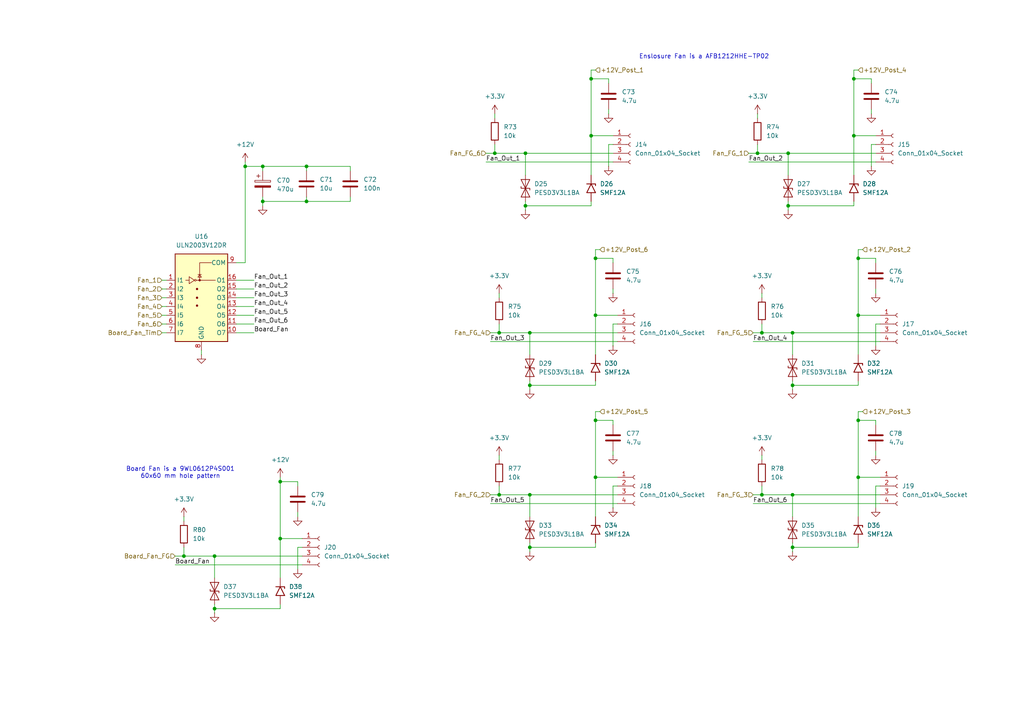
<source format=kicad_sch>
(kicad_sch
	(version 20250114)
	(generator "eeschema")
	(generator_version "9.0")
	(uuid "b9f9f4ea-dddc-4a47-8772-4ae3dae249bd")
	(paper "A4")
	(lib_symbols
		(symbol "Connector:Conn_01x04_Socket"
			(pin_names
				(offset 1.016)
				(hide yes)
			)
			(exclude_from_sim no)
			(in_bom yes)
			(on_board yes)
			(property "Reference" "J"
				(at 0 5.08 0)
				(effects
					(font
						(size 1.27 1.27)
					)
				)
			)
			(property "Value" "Conn_01x04_Socket"
				(at 0 -7.62 0)
				(effects
					(font
						(size 1.27 1.27)
					)
				)
			)
			(property "Footprint" ""
				(at 0 0 0)
				(effects
					(font
						(size 1.27 1.27)
					)
					(hide yes)
				)
			)
			(property "Datasheet" "~"
				(at 0 0 0)
				(effects
					(font
						(size 1.27 1.27)
					)
					(hide yes)
				)
			)
			(property "Description" "Generic connector, single row, 01x04, script generated"
				(at 0 0 0)
				(effects
					(font
						(size 1.27 1.27)
					)
					(hide yes)
				)
			)
			(property "ki_locked" ""
				(at 0 0 0)
				(effects
					(font
						(size 1.27 1.27)
					)
				)
			)
			(property "ki_keywords" "connector"
				(at 0 0 0)
				(effects
					(font
						(size 1.27 1.27)
					)
					(hide yes)
				)
			)
			(property "ki_fp_filters" "Connector*:*_1x??_*"
				(at 0 0 0)
				(effects
					(font
						(size 1.27 1.27)
					)
					(hide yes)
				)
			)
			(symbol "Conn_01x04_Socket_1_1"
				(polyline
					(pts
						(xy -1.27 2.54) (xy -0.508 2.54)
					)
					(stroke
						(width 0.1524)
						(type default)
					)
					(fill
						(type none)
					)
				)
				(polyline
					(pts
						(xy -1.27 0) (xy -0.508 0)
					)
					(stroke
						(width 0.1524)
						(type default)
					)
					(fill
						(type none)
					)
				)
				(polyline
					(pts
						(xy -1.27 -2.54) (xy -0.508 -2.54)
					)
					(stroke
						(width 0.1524)
						(type default)
					)
					(fill
						(type none)
					)
				)
				(polyline
					(pts
						(xy -1.27 -5.08) (xy -0.508 -5.08)
					)
					(stroke
						(width 0.1524)
						(type default)
					)
					(fill
						(type none)
					)
				)
				(arc
					(start 0 2.032)
					(mid -0.5058 2.54)
					(end 0 3.048)
					(stroke
						(width 0.1524)
						(type default)
					)
					(fill
						(type none)
					)
				)
				(arc
					(start 0 -0.508)
					(mid -0.5058 0)
					(end 0 0.508)
					(stroke
						(width 0.1524)
						(type default)
					)
					(fill
						(type none)
					)
				)
				(arc
					(start 0 -3.048)
					(mid -0.5058 -2.54)
					(end 0 -2.032)
					(stroke
						(width 0.1524)
						(type default)
					)
					(fill
						(type none)
					)
				)
				(arc
					(start 0 -5.588)
					(mid -0.5058 -5.08)
					(end 0 -4.572)
					(stroke
						(width 0.1524)
						(type default)
					)
					(fill
						(type none)
					)
				)
				(pin passive line
					(at -5.08 2.54 0)
					(length 3.81)
					(name "Pin_1"
						(effects
							(font
								(size 1.27 1.27)
							)
						)
					)
					(number "1"
						(effects
							(font
								(size 1.27 1.27)
							)
						)
					)
				)
				(pin passive line
					(at -5.08 0 0)
					(length 3.81)
					(name "Pin_2"
						(effects
							(font
								(size 1.27 1.27)
							)
						)
					)
					(number "2"
						(effects
							(font
								(size 1.27 1.27)
							)
						)
					)
				)
				(pin passive line
					(at -5.08 -2.54 0)
					(length 3.81)
					(name "Pin_3"
						(effects
							(font
								(size 1.27 1.27)
							)
						)
					)
					(number "3"
						(effects
							(font
								(size 1.27 1.27)
							)
						)
					)
				)
				(pin passive line
					(at -5.08 -5.08 0)
					(length 3.81)
					(name "Pin_4"
						(effects
							(font
								(size 1.27 1.27)
							)
						)
					)
					(number "4"
						(effects
							(font
								(size 1.27 1.27)
							)
						)
					)
				)
			)
			(embedded_fonts no)
		)
		(symbol "Device:C"
			(pin_numbers
				(hide yes)
			)
			(pin_names
				(offset 0.254)
			)
			(exclude_from_sim no)
			(in_bom yes)
			(on_board yes)
			(property "Reference" "C"
				(at 0.635 2.54 0)
				(effects
					(font
						(size 1.27 1.27)
					)
					(justify left)
				)
			)
			(property "Value" "C"
				(at 0.635 -2.54 0)
				(effects
					(font
						(size 1.27 1.27)
					)
					(justify left)
				)
			)
			(property "Footprint" ""
				(at 0.9652 -3.81 0)
				(effects
					(font
						(size 1.27 1.27)
					)
					(hide yes)
				)
			)
			(property "Datasheet" "~"
				(at 0 0 0)
				(effects
					(font
						(size 1.27 1.27)
					)
					(hide yes)
				)
			)
			(property "Description" "Unpolarized capacitor"
				(at 0 0 0)
				(effects
					(font
						(size 1.27 1.27)
					)
					(hide yes)
				)
			)
			(property "ki_keywords" "cap capacitor"
				(at 0 0 0)
				(effects
					(font
						(size 1.27 1.27)
					)
					(hide yes)
				)
			)
			(property "ki_fp_filters" "C_*"
				(at 0 0 0)
				(effects
					(font
						(size 1.27 1.27)
					)
					(hide yes)
				)
			)
			(symbol "C_0_1"
				(polyline
					(pts
						(xy -2.032 0.762) (xy 2.032 0.762)
					)
					(stroke
						(width 0.508)
						(type default)
					)
					(fill
						(type none)
					)
				)
				(polyline
					(pts
						(xy -2.032 -0.762) (xy 2.032 -0.762)
					)
					(stroke
						(width 0.508)
						(type default)
					)
					(fill
						(type none)
					)
				)
			)
			(symbol "C_1_1"
				(pin passive line
					(at 0 3.81 270)
					(length 2.794)
					(name "~"
						(effects
							(font
								(size 1.27 1.27)
							)
						)
					)
					(number "1"
						(effects
							(font
								(size 1.27 1.27)
							)
						)
					)
				)
				(pin passive line
					(at 0 -3.81 90)
					(length 2.794)
					(name "~"
						(effects
							(font
								(size 1.27 1.27)
							)
						)
					)
					(number "2"
						(effects
							(font
								(size 1.27 1.27)
							)
						)
					)
				)
			)
			(embedded_fonts no)
		)
		(symbol "Device:C_Polarized"
			(pin_numbers
				(hide yes)
			)
			(pin_names
				(offset 0.254)
			)
			(exclude_from_sim no)
			(in_bom yes)
			(on_board yes)
			(property "Reference" "C"
				(at 0.635 2.54 0)
				(effects
					(font
						(size 1.27 1.27)
					)
					(justify left)
				)
			)
			(property "Value" "C_Polarized"
				(at 0.635 -2.54 0)
				(effects
					(font
						(size 1.27 1.27)
					)
					(justify left)
				)
			)
			(property "Footprint" ""
				(at 0.9652 -3.81 0)
				(effects
					(font
						(size 1.27 1.27)
					)
					(hide yes)
				)
			)
			(property "Datasheet" "~"
				(at 0 0 0)
				(effects
					(font
						(size 1.27 1.27)
					)
					(hide yes)
				)
			)
			(property "Description" "Polarized capacitor"
				(at 0 0 0)
				(effects
					(font
						(size 1.27 1.27)
					)
					(hide yes)
				)
			)
			(property "ki_keywords" "cap capacitor"
				(at 0 0 0)
				(effects
					(font
						(size 1.27 1.27)
					)
					(hide yes)
				)
			)
			(property "ki_fp_filters" "CP_*"
				(at 0 0 0)
				(effects
					(font
						(size 1.27 1.27)
					)
					(hide yes)
				)
			)
			(symbol "C_Polarized_0_1"
				(rectangle
					(start -2.286 0.508)
					(end 2.286 1.016)
					(stroke
						(width 0)
						(type default)
					)
					(fill
						(type none)
					)
				)
				(polyline
					(pts
						(xy -1.778 2.286) (xy -0.762 2.286)
					)
					(stroke
						(width 0)
						(type default)
					)
					(fill
						(type none)
					)
				)
				(polyline
					(pts
						(xy -1.27 2.794) (xy -1.27 1.778)
					)
					(stroke
						(width 0)
						(type default)
					)
					(fill
						(type none)
					)
				)
				(rectangle
					(start 2.286 -0.508)
					(end -2.286 -1.016)
					(stroke
						(width 0)
						(type default)
					)
					(fill
						(type outline)
					)
				)
			)
			(symbol "C_Polarized_1_1"
				(pin passive line
					(at 0 3.81 270)
					(length 2.794)
					(name "~"
						(effects
							(font
								(size 1.27 1.27)
							)
						)
					)
					(number "1"
						(effects
							(font
								(size 1.27 1.27)
							)
						)
					)
				)
				(pin passive line
					(at 0 -3.81 90)
					(length 2.794)
					(name "~"
						(effects
							(font
								(size 1.27 1.27)
							)
						)
					)
					(number "2"
						(effects
							(font
								(size 1.27 1.27)
							)
						)
					)
				)
			)
			(embedded_fonts no)
		)
		(symbol "Device:R"
			(pin_numbers
				(hide yes)
			)
			(pin_names
				(offset 0)
			)
			(exclude_from_sim no)
			(in_bom yes)
			(on_board yes)
			(property "Reference" "R"
				(at 2.032 0 90)
				(effects
					(font
						(size 1.27 1.27)
					)
				)
			)
			(property "Value" "R"
				(at 0 0 90)
				(effects
					(font
						(size 1.27 1.27)
					)
				)
			)
			(property "Footprint" ""
				(at -1.778 0 90)
				(effects
					(font
						(size 1.27 1.27)
					)
					(hide yes)
				)
			)
			(property "Datasheet" "~"
				(at 0 0 0)
				(effects
					(font
						(size 1.27 1.27)
					)
					(hide yes)
				)
			)
			(property "Description" "Resistor"
				(at 0 0 0)
				(effects
					(font
						(size 1.27 1.27)
					)
					(hide yes)
				)
			)
			(property "ki_keywords" "R res resistor"
				(at 0 0 0)
				(effects
					(font
						(size 1.27 1.27)
					)
					(hide yes)
				)
			)
			(property "ki_fp_filters" "R_*"
				(at 0 0 0)
				(effects
					(font
						(size 1.27 1.27)
					)
					(hide yes)
				)
			)
			(symbol "R_0_1"
				(rectangle
					(start -1.016 -2.54)
					(end 1.016 2.54)
					(stroke
						(width 0.254)
						(type default)
					)
					(fill
						(type none)
					)
				)
			)
			(symbol "R_1_1"
				(pin passive line
					(at 0 3.81 270)
					(length 1.27)
					(name "~"
						(effects
							(font
								(size 1.27 1.27)
							)
						)
					)
					(number "1"
						(effects
							(font
								(size 1.27 1.27)
							)
						)
					)
				)
				(pin passive line
					(at 0 -3.81 90)
					(length 1.27)
					(name "~"
						(effects
							(font
								(size 1.27 1.27)
							)
						)
					)
					(number "2"
						(effects
							(font
								(size 1.27 1.27)
							)
						)
					)
				)
			)
			(embedded_fonts no)
		)
		(symbol "Diode:SMAJ6.0CA"
			(pin_numbers
				(hide yes)
			)
			(pin_names
				(offset 1.016)
				(hide yes)
			)
			(exclude_from_sim no)
			(in_bom yes)
			(on_board yes)
			(property "Reference" "D"
				(at 0 2.54 0)
				(effects
					(font
						(size 1.27 1.27)
					)
				)
			)
			(property "Value" "SMAJ6.0CA"
				(at 0 -2.54 0)
				(effects
					(font
						(size 1.27 1.27)
					)
				)
			)
			(property "Footprint" "Diode_SMD:D_SMA"
				(at 0 -5.08 0)
				(effects
					(font
						(size 1.27 1.27)
					)
					(hide yes)
				)
			)
			(property "Datasheet" "https://www.littelfuse.com/media?resourcetype=datasheets&itemid=75e32973-b177-4ee3-a0ff-cedaf1abdb93&filename=smaj-datasheet"
				(at 0 0 0)
				(effects
					(font
						(size 1.27 1.27)
					)
					(hide yes)
				)
			)
			(property "Description" "400W bidirectional Transient Voltage Suppressor, 6.0Vr, SMA(DO-214AC)"
				(at 0 0 0)
				(effects
					(font
						(size 1.27 1.27)
					)
					(hide yes)
				)
			)
			(property "ki_keywords" "bidirectional diode TVS voltage suppressor"
				(at 0 0 0)
				(effects
					(font
						(size 1.27 1.27)
					)
					(hide yes)
				)
			)
			(property "ki_fp_filters" "D*SMA*"
				(at 0 0 0)
				(effects
					(font
						(size 1.27 1.27)
					)
					(hide yes)
				)
			)
			(symbol "SMAJ6.0CA_0_1"
				(polyline
					(pts
						(xy -2.54 -1.27) (xy 0 0) (xy -2.54 1.27) (xy -2.54 -1.27)
					)
					(stroke
						(width 0.2032)
						(type default)
					)
					(fill
						(type none)
					)
				)
				(polyline
					(pts
						(xy 0.508 1.27) (xy 0 1.27) (xy 0 -1.27) (xy -0.508 -1.27)
					)
					(stroke
						(width 0.2032)
						(type default)
					)
					(fill
						(type none)
					)
				)
				(polyline
					(pts
						(xy 1.27 0) (xy -1.27 0)
					)
					(stroke
						(width 0)
						(type default)
					)
					(fill
						(type none)
					)
				)
				(polyline
					(pts
						(xy 2.54 1.27) (xy 2.54 -1.27) (xy 0 0) (xy 2.54 1.27)
					)
					(stroke
						(width 0.2032)
						(type default)
					)
					(fill
						(type none)
					)
				)
			)
			(symbol "SMAJ6.0CA_1_1"
				(pin passive line
					(at -3.81 0 0)
					(length 2.54)
					(name "A1"
						(effects
							(font
								(size 1.27 1.27)
							)
						)
					)
					(number "1"
						(effects
							(font
								(size 1.27 1.27)
							)
						)
					)
				)
				(pin passive line
					(at 3.81 0 180)
					(length 2.54)
					(name "A2"
						(effects
							(font
								(size 1.27 1.27)
							)
						)
					)
					(number "2"
						(effects
							(font
								(size 1.27 1.27)
							)
						)
					)
				)
			)
			(embedded_fonts no)
		)
		(symbol "Diode:SMF12A"
			(pin_numbers
				(hide yes)
			)
			(pin_names
				(offset 1.016)
				(hide yes)
			)
			(exclude_from_sim no)
			(in_bom yes)
			(on_board yes)
			(property "Reference" "D"
				(at 0 2.54 0)
				(effects
					(font
						(size 1.27 1.27)
					)
				)
			)
			(property "Value" "SMF12A"
				(at 0 -2.54 0)
				(effects
					(font
						(size 1.27 1.27)
					)
				)
			)
			(property "Footprint" "Diode_SMD:D_SMF"
				(at 0 -5.08 0)
				(effects
					(font
						(size 1.27 1.27)
					)
					(hide yes)
				)
			)
			(property "Datasheet" "https://www.vishay.com/doc?85881"
				(at -1.27 0 0)
				(effects
					(font
						(size 1.27 1.27)
					)
					(hide yes)
				)
			)
			(property "Description" "200W unidirectional Transil Transient Voltage Suppressor, 12Vrwm, SMF"
				(at 0 0 0)
				(effects
					(font
						(size 1.27 1.27)
					)
					(hide yes)
				)
			)
			(property "ki_keywords" "diode TVS voltage suppressor"
				(at 0 0 0)
				(effects
					(font
						(size 1.27 1.27)
					)
					(hide yes)
				)
			)
			(property "ki_fp_filters" "D*SMF*"
				(at 0 0 0)
				(effects
					(font
						(size 1.27 1.27)
					)
					(hide yes)
				)
			)
			(symbol "SMF12A_0_1"
				(polyline
					(pts
						(xy -0.762 1.27) (xy -1.27 1.27) (xy -1.27 -1.27)
					)
					(stroke
						(width 0.254)
						(type default)
					)
					(fill
						(type none)
					)
				)
				(polyline
					(pts
						(xy 1.27 1.27) (xy 1.27 -1.27) (xy -1.27 0) (xy 1.27 1.27)
					)
					(stroke
						(width 0.254)
						(type default)
					)
					(fill
						(type none)
					)
				)
			)
			(symbol "SMF12A_1_1"
				(pin passive line
					(at -3.81 0 0)
					(length 2.54)
					(name "A1"
						(effects
							(font
								(size 1.27 1.27)
							)
						)
					)
					(number "1"
						(effects
							(font
								(size 1.27 1.27)
							)
						)
					)
				)
				(pin passive line
					(at 3.81 0 180)
					(length 2.54)
					(name "A2"
						(effects
							(font
								(size 1.27 1.27)
							)
						)
					)
					(number "2"
						(effects
							(font
								(size 1.27 1.27)
							)
						)
					)
				)
			)
			(embedded_fonts no)
		)
		(symbol "Transistor_Array:ULN2003"
			(exclude_from_sim no)
			(in_bom yes)
			(on_board yes)
			(property "Reference" "U"
				(at 0 15.875 0)
				(effects
					(font
						(size 1.27 1.27)
					)
				)
			)
			(property "Value" "ULN2003"
				(at 0 13.97 0)
				(effects
					(font
						(size 1.27 1.27)
					)
				)
			)
			(property "Footprint" ""
				(at 1.27 -13.97 0)
				(effects
					(font
						(size 1.27 1.27)
					)
					(justify left)
					(hide yes)
				)
			)
			(property "Datasheet" "http://www.ti.com/lit/ds/symlink/uln2003a.pdf"
				(at 2.54 -5.08 0)
				(effects
					(font
						(size 1.27 1.27)
					)
					(hide yes)
				)
			)
			(property "Description" "High Voltage, High Current Darlington Transistor Arrays, SOIC16/SOIC16W/DIP16/TSSOP16"
				(at 0 0 0)
				(effects
					(font
						(size 1.27 1.27)
					)
					(hide yes)
				)
			)
			(property "ki_keywords" "darlington transistor array"
				(at 0 0 0)
				(effects
					(font
						(size 1.27 1.27)
					)
					(hide yes)
				)
			)
			(property "ki_fp_filters" "DIP*W7.62mm* SOIC*3.9x9.9mm*P1.27mm* SSOP*4.4x5.2mm*P0.65mm* TSSOP*4.4x5mm*P0.65mm* SOIC*W*5.3x10.2mm*P1.27mm*"
				(at 0 0 0)
				(effects
					(font
						(size 1.27 1.27)
					)
					(hide yes)
				)
			)
			(symbol "ULN2003_0_1"
				(rectangle
					(start -7.62 -12.7)
					(end 7.62 12.7)
					(stroke
						(width 0.254)
						(type default)
					)
					(fill
						(type background)
					)
				)
				(polyline
					(pts
						(xy -4.572 5.08) (xy -3.556 5.08)
					)
					(stroke
						(width 0)
						(type default)
					)
					(fill
						(type none)
					)
				)
				(polyline
					(pts
						(xy -3.556 6.096) (xy -3.556 4.064) (xy -2.032 5.08) (xy -3.556 6.096)
					)
					(stroke
						(width 0)
						(type default)
					)
					(fill
						(type none)
					)
				)
				(circle
					(center -1.778 5.08)
					(radius 0.254)
					(stroke
						(width 0)
						(type default)
					)
					(fill
						(type none)
					)
				)
				(polyline
					(pts
						(xy -1.524 5.08) (xy 4.064 5.08)
					)
					(stroke
						(width 0)
						(type default)
					)
					(fill
						(type none)
					)
				)
				(circle
					(center -1.27 2.54)
					(radius 0.254)
					(stroke
						(width 0)
						(type default)
					)
					(fill
						(type outline)
					)
				)
				(circle
					(center -1.27 0)
					(radius 0.254)
					(stroke
						(width 0)
						(type default)
					)
					(fill
						(type outline)
					)
				)
				(circle
					(center -1.27 -2.286)
					(radius 0.254)
					(stroke
						(width 0)
						(type default)
					)
					(fill
						(type outline)
					)
				)
				(circle
					(center -0.508 5.08)
					(radius 0.254)
					(stroke
						(width 0)
						(type default)
					)
					(fill
						(type outline)
					)
				)
				(polyline
					(pts
						(xy -0.508 5.08) (xy -0.508 10.16) (xy 2.921 10.16)
					)
					(stroke
						(width 0)
						(type default)
					)
					(fill
						(type none)
					)
				)
				(polyline
					(pts
						(xy 0 6.731) (xy -1.016 6.731)
					)
					(stroke
						(width 0)
						(type default)
					)
					(fill
						(type none)
					)
				)
				(polyline
					(pts
						(xy 0 5.969) (xy -1.016 5.969) (xy -0.508 6.731) (xy 0 5.969)
					)
					(stroke
						(width 0)
						(type default)
					)
					(fill
						(type none)
					)
				)
			)
			(symbol "ULN2003_1_1"
				(pin input line
					(at -10.16 5.08 0)
					(length 2.54)
					(name "I1"
						(effects
							(font
								(size 1.27 1.27)
							)
						)
					)
					(number "1"
						(effects
							(font
								(size 1.27 1.27)
							)
						)
					)
				)
				(pin input line
					(at -10.16 2.54 0)
					(length 2.54)
					(name "I2"
						(effects
							(font
								(size 1.27 1.27)
							)
						)
					)
					(number "2"
						(effects
							(font
								(size 1.27 1.27)
							)
						)
					)
				)
				(pin input line
					(at -10.16 0 0)
					(length 2.54)
					(name "I3"
						(effects
							(font
								(size 1.27 1.27)
							)
						)
					)
					(number "3"
						(effects
							(font
								(size 1.27 1.27)
							)
						)
					)
				)
				(pin input line
					(at -10.16 -2.54 0)
					(length 2.54)
					(name "I4"
						(effects
							(font
								(size 1.27 1.27)
							)
						)
					)
					(number "4"
						(effects
							(font
								(size 1.27 1.27)
							)
						)
					)
				)
				(pin input line
					(at -10.16 -5.08 0)
					(length 2.54)
					(name "I5"
						(effects
							(font
								(size 1.27 1.27)
							)
						)
					)
					(number "5"
						(effects
							(font
								(size 1.27 1.27)
							)
						)
					)
				)
				(pin input line
					(at -10.16 -7.62 0)
					(length 2.54)
					(name "I6"
						(effects
							(font
								(size 1.27 1.27)
							)
						)
					)
					(number "6"
						(effects
							(font
								(size 1.27 1.27)
							)
						)
					)
				)
				(pin input line
					(at -10.16 -10.16 0)
					(length 2.54)
					(name "I7"
						(effects
							(font
								(size 1.27 1.27)
							)
						)
					)
					(number "7"
						(effects
							(font
								(size 1.27 1.27)
							)
						)
					)
				)
				(pin power_in line
					(at 0 -15.24 90)
					(length 2.54)
					(name "GND"
						(effects
							(font
								(size 1.27 1.27)
							)
						)
					)
					(number "8"
						(effects
							(font
								(size 1.27 1.27)
							)
						)
					)
				)
				(pin passive line
					(at 10.16 10.16 180)
					(length 2.54)
					(name "COM"
						(effects
							(font
								(size 1.27 1.27)
							)
						)
					)
					(number "9"
						(effects
							(font
								(size 1.27 1.27)
							)
						)
					)
				)
				(pin open_collector line
					(at 10.16 5.08 180)
					(length 2.54)
					(name "O1"
						(effects
							(font
								(size 1.27 1.27)
							)
						)
					)
					(number "16"
						(effects
							(font
								(size 1.27 1.27)
							)
						)
					)
				)
				(pin open_collector line
					(at 10.16 2.54 180)
					(length 2.54)
					(name "O2"
						(effects
							(font
								(size 1.27 1.27)
							)
						)
					)
					(number "15"
						(effects
							(font
								(size 1.27 1.27)
							)
						)
					)
				)
				(pin open_collector line
					(at 10.16 0 180)
					(length 2.54)
					(name "O3"
						(effects
							(font
								(size 1.27 1.27)
							)
						)
					)
					(number "14"
						(effects
							(font
								(size 1.27 1.27)
							)
						)
					)
				)
				(pin open_collector line
					(at 10.16 -2.54 180)
					(length 2.54)
					(name "O4"
						(effects
							(font
								(size 1.27 1.27)
							)
						)
					)
					(number "13"
						(effects
							(font
								(size 1.27 1.27)
							)
						)
					)
				)
				(pin open_collector line
					(at 10.16 -5.08 180)
					(length 2.54)
					(name "O5"
						(effects
							(font
								(size 1.27 1.27)
							)
						)
					)
					(number "12"
						(effects
							(font
								(size 1.27 1.27)
							)
						)
					)
				)
				(pin open_collector line
					(at 10.16 -7.62 180)
					(length 2.54)
					(name "O6"
						(effects
							(font
								(size 1.27 1.27)
							)
						)
					)
					(number "11"
						(effects
							(font
								(size 1.27 1.27)
							)
						)
					)
				)
				(pin open_collector line
					(at 10.16 -10.16 180)
					(length 2.54)
					(name "O7"
						(effects
							(font
								(size 1.27 1.27)
							)
						)
					)
					(number "10"
						(effects
							(font
								(size 1.27 1.27)
							)
						)
					)
				)
			)
			(embedded_fonts no)
		)
		(symbol "power:+12V"
			(power)
			(pin_numbers
				(hide yes)
			)
			(pin_names
				(offset 0)
				(hide yes)
			)
			(exclude_from_sim no)
			(in_bom yes)
			(on_board yes)
			(property "Reference" "#PWR"
				(at 0 -3.81 0)
				(effects
					(font
						(size 1.27 1.27)
					)
					(hide yes)
				)
			)
			(property "Value" "+12V"
				(at 0 3.556 0)
				(effects
					(font
						(size 1.27 1.27)
					)
				)
			)
			(property "Footprint" ""
				(at 0 0 0)
				(effects
					(font
						(size 1.27 1.27)
					)
					(hide yes)
				)
			)
			(property "Datasheet" ""
				(at 0 0 0)
				(effects
					(font
						(size 1.27 1.27)
					)
					(hide yes)
				)
			)
			(property "Description" "Power symbol creates a global label with name \"+12V\""
				(at 0 0 0)
				(effects
					(font
						(size 1.27 1.27)
					)
					(hide yes)
				)
			)
			(property "ki_keywords" "global power"
				(at 0 0 0)
				(effects
					(font
						(size 1.27 1.27)
					)
					(hide yes)
				)
			)
			(symbol "+12V_0_1"
				(polyline
					(pts
						(xy -0.762 1.27) (xy 0 2.54)
					)
					(stroke
						(width 0)
						(type default)
					)
					(fill
						(type none)
					)
				)
				(polyline
					(pts
						(xy 0 2.54) (xy 0.762 1.27)
					)
					(stroke
						(width 0)
						(type default)
					)
					(fill
						(type none)
					)
				)
				(polyline
					(pts
						(xy 0 0) (xy 0 2.54)
					)
					(stroke
						(width 0)
						(type default)
					)
					(fill
						(type none)
					)
				)
			)
			(symbol "+12V_1_1"
				(pin power_in line
					(at 0 0 90)
					(length 0)
					(name "~"
						(effects
							(font
								(size 1.27 1.27)
							)
						)
					)
					(number "1"
						(effects
							(font
								(size 1.27 1.27)
							)
						)
					)
				)
			)
			(embedded_fonts no)
		)
		(symbol "power:+3.3V"
			(power)
			(pin_numbers
				(hide yes)
			)
			(pin_names
				(offset 0)
				(hide yes)
			)
			(exclude_from_sim no)
			(in_bom yes)
			(on_board yes)
			(property "Reference" "#PWR"
				(at 0 -3.81 0)
				(effects
					(font
						(size 1.27 1.27)
					)
					(hide yes)
				)
			)
			(property "Value" "+3.3V"
				(at 0 3.556 0)
				(effects
					(font
						(size 1.27 1.27)
					)
				)
			)
			(property "Footprint" ""
				(at 0 0 0)
				(effects
					(font
						(size 1.27 1.27)
					)
					(hide yes)
				)
			)
			(property "Datasheet" ""
				(at 0 0 0)
				(effects
					(font
						(size 1.27 1.27)
					)
					(hide yes)
				)
			)
			(property "Description" "Power symbol creates a global label with name \"+3.3V\""
				(at 0 0 0)
				(effects
					(font
						(size 1.27 1.27)
					)
					(hide yes)
				)
			)
			(property "ki_keywords" "global power"
				(at 0 0 0)
				(effects
					(font
						(size 1.27 1.27)
					)
					(hide yes)
				)
			)
			(symbol "+3.3V_0_1"
				(polyline
					(pts
						(xy -0.762 1.27) (xy 0 2.54)
					)
					(stroke
						(width 0)
						(type default)
					)
					(fill
						(type none)
					)
				)
				(polyline
					(pts
						(xy 0 2.54) (xy 0.762 1.27)
					)
					(stroke
						(width 0)
						(type default)
					)
					(fill
						(type none)
					)
				)
				(polyline
					(pts
						(xy 0 0) (xy 0 2.54)
					)
					(stroke
						(width 0)
						(type default)
					)
					(fill
						(type none)
					)
				)
			)
			(symbol "+3.3V_1_1"
				(pin power_in line
					(at 0 0 90)
					(length 0)
					(name "~"
						(effects
							(font
								(size 1.27 1.27)
							)
						)
					)
					(number "1"
						(effects
							(font
								(size 1.27 1.27)
							)
						)
					)
				)
			)
			(embedded_fonts no)
		)
		(symbol "power:GND"
			(power)
			(pin_numbers
				(hide yes)
			)
			(pin_names
				(offset 0)
				(hide yes)
			)
			(exclude_from_sim no)
			(in_bom yes)
			(on_board yes)
			(property "Reference" "#PWR"
				(at 0 -6.35 0)
				(effects
					(font
						(size 1.27 1.27)
					)
					(hide yes)
				)
			)
			(property "Value" "GND"
				(at 0 -3.81 0)
				(effects
					(font
						(size 1.27 1.27)
					)
				)
			)
			(property "Footprint" ""
				(at 0 0 0)
				(effects
					(font
						(size 1.27 1.27)
					)
					(hide yes)
				)
			)
			(property "Datasheet" ""
				(at 0 0 0)
				(effects
					(font
						(size 1.27 1.27)
					)
					(hide yes)
				)
			)
			(property "Description" "Power symbol creates a global label with name \"GND\" , ground"
				(at 0 0 0)
				(effects
					(font
						(size 1.27 1.27)
					)
					(hide yes)
				)
			)
			(property "ki_keywords" "global power"
				(at 0 0 0)
				(effects
					(font
						(size 1.27 1.27)
					)
					(hide yes)
				)
			)
			(symbol "GND_0_1"
				(polyline
					(pts
						(xy 0 0) (xy 0 -1.27) (xy 1.27 -1.27) (xy 0 -2.54) (xy -1.27 -1.27) (xy 0 -1.27)
					)
					(stroke
						(width 0)
						(type default)
					)
					(fill
						(type none)
					)
				)
			)
			(symbol "GND_1_1"
				(pin power_in line
					(at 0 0 270)
					(length 0)
					(name "~"
						(effects
							(font
								(size 1.27 1.27)
							)
						)
					)
					(number "1"
						(effects
							(font
								(size 1.27 1.27)
							)
						)
					)
				)
			)
			(embedded_fonts no)
		)
	)
	(text "Board Fan is a 9WL0612P4S001\n60x60 mm hole pattern\n"
		(exclude_from_sim no)
		(at 52.324 137.16 0)
		(effects
			(font
				(size 1.27 1.27)
			)
		)
		(uuid "57991627-8fbb-4362-b44b-c9c7cc1fe17d")
	)
	(text "Enslosure Fan is a AFB1212HHE-TP02\n\n"
		(exclude_from_sim no)
		(at 204.216 17.526 0)
		(effects
			(font
				(size 1.27 1.27)
			)
		)
		(uuid "dca79971-a9dd-4cd2-af42-6e176a3e4dd8")
	)
	(junction
		(at 228.6 44.45)
		(diameter 0)
		(color 0 0 0 0)
		(uuid "00e9e6a6-c6a1-4af7-8581-ca45c86eaccc")
	)
	(junction
		(at 81.28 139.7)
		(diameter 0)
		(color 0 0 0 0)
		(uuid "2dbc830d-dc98-43d4-adfe-7fa4e087522e")
	)
	(junction
		(at 248.92 121.92)
		(diameter 0)
		(color 0 0 0 0)
		(uuid "34af1278-3db7-47b4-a700-8efd8c3bd69c")
	)
	(junction
		(at 153.67 111.76)
		(diameter 0)
		(color 0 0 0 0)
		(uuid "36092769-2719-42a8-b050-640d866d23c2")
	)
	(junction
		(at 88.9 58.42)
		(diameter 0)
		(color 0 0 0 0)
		(uuid "3d3367b4-427b-455f-8371-1321de606ed2")
	)
	(junction
		(at 247.65 22.86)
		(diameter 0)
		(color 0 0 0 0)
		(uuid "436335a3-2e98-4c8d-99fe-14c0e05d2335")
	)
	(junction
		(at 152.4 44.45)
		(diameter 0)
		(color 0 0 0 0)
		(uuid "446a6ebd-3d7d-4009-a19f-3242fe9563bc")
	)
	(junction
		(at 248.92 138.43)
		(diameter 0)
		(color 0 0 0 0)
		(uuid "4b466899-ab1f-49fb-ae7a-72630430024b")
	)
	(junction
		(at 53.34 161.29)
		(diameter 0)
		(color 0 0 0 0)
		(uuid "4b84ef2e-bfdf-4285-a6b4-1807321da5f0")
	)
	(junction
		(at 76.2 58.42)
		(diameter 0)
		(color 0 0 0 0)
		(uuid "4c42498e-2a65-4545-bc32-be6969afcb21")
	)
	(junction
		(at 144.78 96.52)
		(diameter 0)
		(color 0 0 0 0)
		(uuid "545cb264-76c2-416b-8cb5-67497e3d652f")
	)
	(junction
		(at 220.98 143.51)
		(diameter 0)
		(color 0 0 0 0)
		(uuid "55d343cd-9268-47e7-8641-ba65a5dd87ce")
	)
	(junction
		(at 172.72 91.44)
		(diameter 0)
		(color 0 0 0 0)
		(uuid "579bc0ab-1002-4745-b5ca-f72873311195")
	)
	(junction
		(at 172.72 74.93)
		(diameter 0)
		(color 0 0 0 0)
		(uuid "589dcac5-3d89-4636-a0ec-217419af20a7")
	)
	(junction
		(at 81.28 156.21)
		(diameter 0)
		(color 0 0 0 0)
		(uuid "5d75cf33-b583-47cf-b376-c07361c5a5e7")
	)
	(junction
		(at 228.6 59.69)
		(diameter 0)
		(color 0 0 0 0)
		(uuid "62d48347-43ae-4ace-bd16-f53365628142")
	)
	(junction
		(at 229.87 143.51)
		(diameter 0)
		(color 0 0 0 0)
		(uuid "697e244e-663d-454d-ad54-78c0c854ef5d")
	)
	(junction
		(at 219.71 44.45)
		(diameter 0)
		(color 0 0 0 0)
		(uuid "6c37f28b-dcc5-4ca4-b718-bf1322a34b64")
	)
	(junction
		(at 153.67 158.75)
		(diameter 0)
		(color 0 0 0 0)
		(uuid "70f5aca9-d442-4d96-a95e-e5b9b46c2e24")
	)
	(junction
		(at 88.9 48.26)
		(diameter 0)
		(color 0 0 0 0)
		(uuid "74a05ed5-e8eb-4e35-bfaa-2a77bf54ee0e")
	)
	(junction
		(at 153.67 143.51)
		(diameter 0)
		(color 0 0 0 0)
		(uuid "7c04c738-12b1-400d-a32c-9e0bc517f3a2")
	)
	(junction
		(at 172.72 121.92)
		(diameter 0)
		(color 0 0 0 0)
		(uuid "9263894e-a5c9-4a38-a020-674d4c891d8a")
	)
	(junction
		(at 153.67 96.52)
		(diameter 0)
		(color 0 0 0 0)
		(uuid "95826745-76aa-433e-b64b-1b862472cf20")
	)
	(junction
		(at 229.87 96.52)
		(diameter 0)
		(color 0 0 0 0)
		(uuid "97d995bd-dd8d-4223-84f7-9efdb8456b11")
	)
	(junction
		(at 171.45 39.37)
		(diameter 0)
		(color 0 0 0 0)
		(uuid "9cb4f4ab-003c-4ac6-9ce3-777bea73d697")
	)
	(junction
		(at 71.12 48.26)
		(diameter 0)
		(color 0 0 0 0)
		(uuid "9dee1ac0-ab21-4904-a617-5f700168f4a2")
	)
	(junction
		(at 248.92 74.93)
		(diameter 0)
		(color 0 0 0 0)
		(uuid "9eb4798b-ea09-4a39-b237-af614a75e441")
	)
	(junction
		(at 144.78 143.51)
		(diameter 0)
		(color 0 0 0 0)
		(uuid "9f584655-2912-4caf-8e17-12c57800f211")
	)
	(junction
		(at 229.87 158.75)
		(diameter 0)
		(color 0 0 0 0)
		(uuid "a827dd26-dae0-43cd-b72f-ebb4ea4234d8")
	)
	(junction
		(at 229.87 111.76)
		(diameter 0)
		(color 0 0 0 0)
		(uuid "af90cbc2-4322-404b-bf77-425d78aa45bd")
	)
	(junction
		(at 62.23 161.29)
		(diameter 0)
		(color 0 0 0 0)
		(uuid "b301a81e-4490-484c-a7e0-3ef211da7719")
	)
	(junction
		(at 220.98 96.52)
		(diameter 0)
		(color 0 0 0 0)
		(uuid "b5e1b753-8fd9-401b-b29f-365b12a63736")
	)
	(junction
		(at 247.65 39.37)
		(diameter 0)
		(color 0 0 0 0)
		(uuid "c02f8c91-2d83-493f-a1ff-f106a34f390b")
	)
	(junction
		(at 171.45 22.86)
		(diameter 0)
		(color 0 0 0 0)
		(uuid "c86e74ba-2dc7-4fa5-ac16-f0eadc1396e7")
	)
	(junction
		(at 143.51 44.45)
		(diameter 0)
		(color 0 0 0 0)
		(uuid "cc640acc-3754-44c5-ac6d-f7879a673037")
	)
	(junction
		(at 62.23 176.53)
		(diameter 0)
		(color 0 0 0 0)
		(uuid "d206a0f3-0455-42a9-9d19-6c00397b30ed")
	)
	(junction
		(at 76.2 48.26)
		(diameter 0)
		(color 0 0 0 0)
		(uuid "d781bba6-a9a0-4035-ae45-06169f6a9fef")
	)
	(junction
		(at 152.4 59.69)
		(diameter 0)
		(color 0 0 0 0)
		(uuid "da76fe05-6cdc-418e-9f2b-93fd2b338abf")
	)
	(junction
		(at 172.72 138.43)
		(diameter 0)
		(color 0 0 0 0)
		(uuid "e593a2d5-74fa-4fcd-8348-ef89a01cf111")
	)
	(junction
		(at 248.92 91.44)
		(diameter 0)
		(color 0 0 0 0)
		(uuid "fccd912a-b66e-47e5-b354-d2f4f012720e")
	)
	(wire
		(pts
			(xy 177.8 147.32) (xy 177.8 140.97)
		)
		(stroke
			(width 0)
			(type default)
		)
		(uuid "016ac6f0-71f6-4aae-b18f-a569bf1f7450")
	)
	(wire
		(pts
			(xy 171.45 58.42) (xy 171.45 59.69)
		)
		(stroke
			(width 0)
			(type default)
		)
		(uuid "02797035-9303-411a-9575-6a4d347da3b9")
	)
	(wire
		(pts
			(xy 171.45 20.32) (xy 171.45 22.86)
		)
		(stroke
			(width 0)
			(type default)
		)
		(uuid "041b3a25-bb51-4444-8551-c0695cf1b01d")
	)
	(wire
		(pts
			(xy 46.99 81.28) (xy 48.26 81.28)
		)
		(stroke
			(width 0)
			(type default)
		)
		(uuid "04665130-cae4-44cd-90d7-d8ddbdeffd40")
	)
	(wire
		(pts
			(xy 62.23 177.8) (xy 62.23 176.53)
		)
		(stroke
			(width 0)
			(type default)
		)
		(uuid "0600142e-932c-4781-b833-2a0ef6233dd6")
	)
	(wire
		(pts
			(xy 68.58 81.28) (xy 73.66 81.28)
		)
		(stroke
			(width 0)
			(type default)
		)
		(uuid "07bd1040-5774-4529-9cc5-45ae880e834c")
	)
	(wire
		(pts
			(xy 254 140.97) (xy 255.27 140.97)
		)
		(stroke
			(width 0)
			(type default)
		)
		(uuid "0804ead3-1e5e-4fbd-a6af-42f64e14dc36")
	)
	(wire
		(pts
			(xy 76.2 58.42) (xy 76.2 59.69)
		)
		(stroke
			(width 0)
			(type default)
		)
		(uuid "0a520eca-73ba-4a4a-b632-4360b266b3a8")
	)
	(wire
		(pts
			(xy 247.65 22.86) (xy 247.65 39.37)
		)
		(stroke
			(width 0)
			(type default)
		)
		(uuid "0b10a97e-f186-4967-97be-5374e3acdaa2")
	)
	(wire
		(pts
			(xy 228.6 58.42) (xy 228.6 59.69)
		)
		(stroke
			(width 0)
			(type default)
		)
		(uuid "10cd0234-8b54-4f16-b416-69113bb77ad6")
	)
	(wire
		(pts
			(xy 176.53 41.91) (xy 177.8 41.91)
		)
		(stroke
			(width 0)
			(type default)
		)
		(uuid "10e3153c-347e-4c43-91d8-fad8be088081")
	)
	(wire
		(pts
			(xy 140.97 46.99) (xy 177.8 46.99)
		)
		(stroke
			(width 0)
			(type default)
		)
		(uuid "1102d481-53c8-4b39-9c57-f1375692d068")
	)
	(wire
		(pts
			(xy 143.51 41.91) (xy 143.51 44.45)
		)
		(stroke
			(width 0)
			(type default)
		)
		(uuid "13bbf980-c60b-4737-9861-a4e4d02fad52")
	)
	(wire
		(pts
			(xy 177.8 140.97) (xy 179.07 140.97)
		)
		(stroke
			(width 0)
			(type default)
		)
		(uuid "15fdfd4f-c5f6-4890-ab4d-2ea32a91a0eb")
	)
	(wire
		(pts
			(xy 247.65 39.37) (xy 247.65 50.8)
		)
		(stroke
			(width 0)
			(type default)
		)
		(uuid "16240912-873a-41b9-9054-e2d573ef83dd")
	)
	(wire
		(pts
			(xy 172.72 72.39) (xy 172.72 74.93)
		)
		(stroke
			(width 0)
			(type default)
		)
		(uuid "18c303bb-176f-4cf6-8704-c8fafb29fcc8")
	)
	(wire
		(pts
			(xy 144.78 96.52) (xy 153.67 96.52)
		)
		(stroke
			(width 0)
			(type default)
		)
		(uuid "1975207b-650a-47d6-90e1-3225c1b0af77")
	)
	(wire
		(pts
			(xy 217.17 44.45) (xy 219.71 44.45)
		)
		(stroke
			(width 0)
			(type default)
		)
		(uuid "198febce-c8d9-4fd1-a306-68d6f3831292")
	)
	(wire
		(pts
			(xy 248.92 121.92) (xy 254 121.92)
		)
		(stroke
			(width 0)
			(type default)
		)
		(uuid "1a1cef70-801a-4ea4-98c2-070668e6668b")
	)
	(wire
		(pts
			(xy 177.8 130.81) (xy 177.8 132.08)
		)
		(stroke
			(width 0)
			(type default)
		)
		(uuid "1b78adb0-8c1c-4e71-baed-25f2c332b65d")
	)
	(wire
		(pts
			(xy 173.99 72.39) (xy 172.72 72.39)
		)
		(stroke
			(width 0)
			(type default)
		)
		(uuid "1ccc01b7-764e-4cb7-add6-c64c9014de21")
	)
	(wire
		(pts
			(xy 68.58 96.52) (xy 73.66 96.52)
		)
		(stroke
			(width 0)
			(type default)
		)
		(uuid "1d6b86ce-46f6-4b7e-a91f-6aa1ff920850")
	)
	(wire
		(pts
			(xy 172.72 20.32) (xy 171.45 20.32)
		)
		(stroke
			(width 0)
			(type default)
		)
		(uuid "202d36c2-9951-4518-9e64-30f4d9abf97f")
	)
	(wire
		(pts
			(xy 229.87 143.51) (xy 229.87 149.86)
		)
		(stroke
			(width 0)
			(type default)
		)
		(uuid "21344a2c-df1c-4401-b72b-b1a26857557b")
	)
	(wire
		(pts
			(xy 140.97 44.45) (xy 143.51 44.45)
		)
		(stroke
			(width 0)
			(type default)
		)
		(uuid "22f1f40c-a551-44d7-bb2a-db82d5983fc1")
	)
	(wire
		(pts
			(xy 229.87 113.03) (xy 229.87 111.76)
		)
		(stroke
			(width 0)
			(type default)
		)
		(uuid "23da02a6-f586-4aef-9135-24b19fc8f38b")
	)
	(wire
		(pts
			(xy 101.6 49.53) (xy 101.6 48.26)
		)
		(stroke
			(width 0)
			(type default)
		)
		(uuid "25669eaa-c647-41d6-90fb-35796021b3e9")
	)
	(wire
		(pts
			(xy 172.72 74.93) (xy 177.8 74.93)
		)
		(stroke
			(width 0)
			(type default)
		)
		(uuid "259cf335-a8c8-4ad6-a85a-e1d5ca32d831")
	)
	(wire
		(pts
			(xy 86.36 165.1) (xy 86.36 158.75)
		)
		(stroke
			(width 0)
			(type default)
		)
		(uuid "2613dd90-7573-4c8a-a442-2e41c5221bbc")
	)
	(wire
		(pts
			(xy 248.92 74.93) (xy 254 74.93)
		)
		(stroke
			(width 0)
			(type default)
		)
		(uuid "26196709-d115-4cfd-8859-039b2c576782")
	)
	(wire
		(pts
			(xy 152.4 60.96) (xy 152.4 59.69)
		)
		(stroke
			(width 0)
			(type default)
		)
		(uuid "27372aad-fd68-46fb-9070-4978872ca655")
	)
	(wire
		(pts
			(xy 219.71 41.91) (xy 219.71 44.45)
		)
		(stroke
			(width 0)
			(type default)
		)
		(uuid "274841bb-39c5-4997-a472-7db52cc526be")
	)
	(wire
		(pts
			(xy 248.92 74.93) (xy 248.92 91.44)
		)
		(stroke
			(width 0)
			(type default)
		)
		(uuid "27f9f319-1cf9-42ae-a3dc-de63ec933b0b")
	)
	(wire
		(pts
			(xy 248.92 91.44) (xy 248.92 102.87)
		)
		(stroke
			(width 0)
			(type default)
		)
		(uuid "288d7558-76a6-40f0-819a-a6405b1e9dbe")
	)
	(wire
		(pts
			(xy 229.87 143.51) (xy 255.27 143.51)
		)
		(stroke
			(width 0)
			(type default)
		)
		(uuid "28a2ec9c-368a-4d89-ac12-a86c1a941371")
	)
	(wire
		(pts
			(xy 228.6 60.96) (xy 228.6 59.69)
		)
		(stroke
			(width 0)
			(type default)
		)
		(uuid "2a5cacb7-da77-491f-b654-fefa31885f48")
	)
	(wire
		(pts
			(xy 53.34 158.75) (xy 53.34 161.29)
		)
		(stroke
			(width 0)
			(type default)
		)
		(uuid "2a8781f9-1583-4047-8716-dbbf7bd463b5")
	)
	(wire
		(pts
			(xy 142.24 143.51) (xy 144.78 143.51)
		)
		(stroke
			(width 0)
			(type default)
		)
		(uuid "2c769ffc-df50-47c3-9f4f-0d2f31fe2924")
	)
	(wire
		(pts
			(xy 88.9 48.26) (xy 88.9 49.53)
		)
		(stroke
			(width 0)
			(type default)
		)
		(uuid "30e3b052-e0dc-45d4-8910-3ea758cadd8d")
	)
	(wire
		(pts
			(xy 229.87 96.52) (xy 255.27 96.52)
		)
		(stroke
			(width 0)
			(type default)
		)
		(uuid "31f7ed69-fae3-49b7-b7be-9ddb35da8c56")
	)
	(wire
		(pts
			(xy 252.73 48.26) (xy 252.73 41.91)
		)
		(stroke
			(width 0)
			(type default)
		)
		(uuid "33deebe4-91e4-4182-ab26-8f5d02f3cb14")
	)
	(wire
		(pts
			(xy 153.67 143.51) (xy 179.07 143.51)
		)
		(stroke
			(width 0)
			(type default)
		)
		(uuid "35d63aa1-657e-40e9-b309-9965bcf18196")
	)
	(wire
		(pts
			(xy 176.53 24.13) (xy 176.53 22.86)
		)
		(stroke
			(width 0)
			(type default)
		)
		(uuid "36f29b47-fe49-491e-9df2-b3a21ee5fc2a")
	)
	(wire
		(pts
			(xy 101.6 57.15) (xy 101.6 58.42)
		)
		(stroke
			(width 0)
			(type default)
		)
		(uuid "3721aa89-b167-4f63-babd-932ea58d1c2b")
	)
	(wire
		(pts
			(xy 172.72 121.92) (xy 177.8 121.92)
		)
		(stroke
			(width 0)
			(type default)
		)
		(uuid "3741c4a2-b9f9-42a6-9ecc-6eb23a3281c3")
	)
	(wire
		(pts
			(xy 50.8 161.29) (xy 53.34 161.29)
		)
		(stroke
			(width 0)
			(type default)
		)
		(uuid "3b09ac75-4892-4fbf-bca6-24527106f0b0")
	)
	(wire
		(pts
			(xy 152.4 58.42) (xy 152.4 59.69)
		)
		(stroke
			(width 0)
			(type default)
		)
		(uuid "3b114127-c919-4d4b-a943-47fb4e67ab94")
	)
	(wire
		(pts
			(xy 153.67 96.52) (xy 153.67 102.87)
		)
		(stroke
			(width 0)
			(type default)
		)
		(uuid "3bd1a12b-da14-4e14-879f-4a338b0684e3")
	)
	(wire
		(pts
			(xy 229.87 157.48) (xy 229.87 158.75)
		)
		(stroke
			(width 0)
			(type default)
		)
		(uuid "3d8c3fc0-43a4-4a2c-a44b-a282165c5015")
	)
	(wire
		(pts
			(xy 176.53 31.75) (xy 176.53 33.02)
		)
		(stroke
			(width 0)
			(type default)
		)
		(uuid "3e11bec3-2611-4229-a8b2-d0121dff26aa")
	)
	(wire
		(pts
			(xy 229.87 111.76) (xy 248.92 111.76)
		)
		(stroke
			(width 0)
			(type default)
		)
		(uuid "3f27cf6c-a218-49c2-95d4-0f2b9c397db0")
	)
	(wire
		(pts
			(xy 248.92 121.92) (xy 248.92 138.43)
		)
		(stroke
			(width 0)
			(type default)
		)
		(uuid "4051bbdb-bdca-4bd9-b594-852c1099201e")
	)
	(wire
		(pts
			(xy 248.92 72.39) (xy 248.92 74.93)
		)
		(stroke
			(width 0)
			(type default)
		)
		(uuid "4193bb4f-d34b-4c87-9851-d1239b3d4ca9")
	)
	(wire
		(pts
			(xy 153.67 160.02) (xy 153.67 158.75)
		)
		(stroke
			(width 0)
			(type default)
		)
		(uuid "42f8d54e-7db8-4cbd-857f-b66b4b0bdd30")
	)
	(wire
		(pts
			(xy 62.23 176.53) (xy 81.28 176.53)
		)
		(stroke
			(width 0)
			(type default)
		)
		(uuid "465d3bfe-4b8b-4178-bd32-b4c88dcfae53")
	)
	(wire
		(pts
			(xy 219.71 33.02) (xy 219.71 34.29)
		)
		(stroke
			(width 0)
			(type default)
		)
		(uuid "4a90c777-d148-42a0-8a31-acd385b66480")
	)
	(wire
		(pts
			(xy 71.12 76.2) (xy 68.58 76.2)
		)
		(stroke
			(width 0)
			(type default)
		)
		(uuid "500eede6-95c7-47b9-8b59-f121bd5318f2")
	)
	(wire
		(pts
			(xy 229.87 110.49) (xy 229.87 111.76)
		)
		(stroke
			(width 0)
			(type default)
		)
		(uuid "50f521c2-3b03-4589-8ecd-4ae4b593c217")
	)
	(wire
		(pts
			(xy 81.28 156.21) (xy 81.28 167.64)
		)
		(stroke
			(width 0)
			(type default)
		)
		(uuid "519ef3b1-c35f-4c43-b80b-d6d7f6ca1b0d")
	)
	(wire
		(pts
			(xy 50.8 163.83) (xy 87.63 163.83)
		)
		(stroke
			(width 0)
			(type default)
		)
		(uuid "5369908a-a865-4afc-bee5-7599b430406f")
	)
	(wire
		(pts
			(xy 219.71 44.45) (xy 228.6 44.45)
		)
		(stroke
			(width 0)
			(type default)
		)
		(uuid "552df880-f988-41b1-bf9b-eefdefbefaae")
	)
	(wire
		(pts
			(xy 86.36 158.75) (xy 87.63 158.75)
		)
		(stroke
			(width 0)
			(type default)
		)
		(uuid "575a7e5d-3140-463e-9770-e5a3599ed9a4")
	)
	(wire
		(pts
			(xy 143.51 33.02) (xy 143.51 34.29)
		)
		(stroke
			(width 0)
			(type default)
		)
		(uuid "58a29468-0268-45ae-85e2-2157b7ca2c4b")
	)
	(wire
		(pts
			(xy 250.19 72.39) (xy 248.92 72.39)
		)
		(stroke
			(width 0)
			(type default)
		)
		(uuid "58dcba15-f64f-41b9-9f2a-4c1a869988bc")
	)
	(wire
		(pts
			(xy 68.58 86.36) (xy 73.66 86.36)
		)
		(stroke
			(width 0)
			(type default)
		)
		(uuid "5938e48d-8542-457e-8392-01ab99aff931")
	)
	(wire
		(pts
			(xy 153.67 143.51) (xy 153.67 149.86)
		)
		(stroke
			(width 0)
			(type default)
		)
		(uuid "5db885ef-c593-4635-868d-36749ad98b43")
	)
	(wire
		(pts
			(xy 46.99 96.52) (xy 48.26 96.52)
		)
		(stroke
			(width 0)
			(type default)
		)
		(uuid "5eaa2fde-b886-45eb-9f34-97c9bc3ef64d")
	)
	(wire
		(pts
			(xy 88.9 48.26) (xy 101.6 48.26)
		)
		(stroke
			(width 0)
			(type default)
		)
		(uuid "5ec03015-07f4-464f-8089-44256d214e1e")
	)
	(wire
		(pts
			(xy 248.92 157.48) (xy 248.92 158.75)
		)
		(stroke
			(width 0)
			(type default)
		)
		(uuid "636573ac-2b27-4af5-9d24-9642b1aa36cd")
	)
	(wire
		(pts
			(xy 248.92 138.43) (xy 248.92 149.86)
		)
		(stroke
			(width 0)
			(type default)
		)
		(uuid "66e8cf7b-44b1-4f95-9f02-5189eefc01d4")
	)
	(wire
		(pts
			(xy 228.6 44.45) (xy 228.6 50.8)
		)
		(stroke
			(width 0)
			(type default)
		)
		(uuid "6855cdcd-3636-453b-a30c-36a0a03e7e2d")
	)
	(wire
		(pts
			(xy 144.78 85.09) (xy 144.78 86.36)
		)
		(stroke
			(width 0)
			(type default)
		)
		(uuid "69537dc7-893f-4ba8-9bc8-504a9e2ec372")
	)
	(wire
		(pts
			(xy 62.23 161.29) (xy 87.63 161.29)
		)
		(stroke
			(width 0)
			(type default)
		)
		(uuid "69a9642d-dba4-41f4-b704-bac51f1f5f3f")
	)
	(wire
		(pts
			(xy 171.45 39.37) (xy 177.8 39.37)
		)
		(stroke
			(width 0)
			(type default)
		)
		(uuid "6a90f6ad-6a2e-42aa-a50a-735ec08f2f4e")
	)
	(wire
		(pts
			(xy 142.24 146.05) (xy 179.07 146.05)
		)
		(stroke
			(width 0)
			(type default)
		)
		(uuid "6ea9bf14-4d07-48a1-aba2-519b967d8ab4")
	)
	(wire
		(pts
			(xy 218.44 96.52) (xy 220.98 96.52)
		)
		(stroke
			(width 0)
			(type default)
		)
		(uuid "6f1abcb1-f714-44a3-ac91-e309d7058a37")
	)
	(wire
		(pts
			(xy 177.8 76.2) (xy 177.8 74.93)
		)
		(stroke
			(width 0)
			(type default)
		)
		(uuid "7442ca4d-5b36-4aeb-b9e8-a873420757ad")
	)
	(wire
		(pts
			(xy 177.8 83.82) (xy 177.8 85.09)
		)
		(stroke
			(width 0)
			(type default)
		)
		(uuid "75713f9c-c0f1-4501-a789-187e6fcec5bd")
	)
	(wire
		(pts
			(xy 53.34 149.86) (xy 53.34 151.13)
		)
		(stroke
			(width 0)
			(type default)
		)
		(uuid "75ddadb0-9ce2-4986-8b4c-cf7785ea948e")
	)
	(wire
		(pts
			(xy 62.23 175.26) (xy 62.23 176.53)
		)
		(stroke
			(width 0)
			(type default)
		)
		(uuid "7a0036e5-e9b5-4c34-8300-5723dec59d82")
	)
	(wire
		(pts
			(xy 76.2 48.26) (xy 88.9 48.26)
		)
		(stroke
			(width 0)
			(type default)
		)
		(uuid "7e1e75e8-f483-42a0-9a57-5ea072c0c4ce")
	)
	(wire
		(pts
			(xy 172.72 91.44) (xy 172.72 102.87)
		)
		(stroke
			(width 0)
			(type default)
		)
		(uuid "7e3b49df-2870-4fc5-a8e2-da70c43765e9")
	)
	(wire
		(pts
			(xy 153.67 158.75) (xy 172.72 158.75)
		)
		(stroke
			(width 0)
			(type default)
		)
		(uuid "7fe4b073-e6f6-499e-9749-32f45419889b")
	)
	(wire
		(pts
			(xy 86.36 140.97) (xy 86.36 139.7)
		)
		(stroke
			(width 0)
			(type default)
		)
		(uuid "83fcd6af-9302-4365-b0b1-164d9b86f3b3")
	)
	(wire
		(pts
			(xy 247.65 22.86) (xy 252.73 22.86)
		)
		(stroke
			(width 0)
			(type default)
		)
		(uuid "855d9e27-ce70-4f02-ad1b-e2dd890a9e21")
	)
	(wire
		(pts
			(xy 247.65 58.42) (xy 247.65 59.69)
		)
		(stroke
			(width 0)
			(type default)
		)
		(uuid "86930519-c135-4475-becd-fe07baa75791")
	)
	(wire
		(pts
			(xy 250.19 119.38) (xy 248.92 119.38)
		)
		(stroke
			(width 0)
			(type default)
		)
		(uuid "87ae0475-9da3-454b-9048-a3e2d85bfdea")
	)
	(wire
		(pts
			(xy 81.28 175.26) (xy 81.28 176.53)
		)
		(stroke
			(width 0)
			(type default)
		)
		(uuid "88f7a0fa-019a-4d88-b4df-1721e6ff9e22")
	)
	(wire
		(pts
			(xy 254 130.81) (xy 254 132.08)
		)
		(stroke
			(width 0)
			(type default)
		)
		(uuid "898e0334-3379-4307-92d8-44ba5e34c566")
	)
	(wire
		(pts
			(xy 46.99 93.98) (xy 48.26 93.98)
		)
		(stroke
			(width 0)
			(type default)
		)
		(uuid "89db9646-13f4-4125-a2cf-f21fe435b8bc")
	)
	(wire
		(pts
			(xy 76.2 58.42) (xy 88.9 58.42)
		)
		(stroke
			(width 0)
			(type default)
		)
		(uuid "8ac02a71-bc77-42b2-b37e-c3f62a24f8d7")
	)
	(wire
		(pts
			(xy 172.72 138.43) (xy 179.07 138.43)
		)
		(stroke
			(width 0)
			(type default)
		)
		(uuid "8e92f9bf-f1e1-4af8-b6be-a0664ebe9697")
	)
	(wire
		(pts
			(xy 144.78 143.51) (xy 153.67 143.51)
		)
		(stroke
			(width 0)
			(type default)
		)
		(uuid "8f262b6d-b027-47c0-8e73-427b0db30570")
	)
	(wire
		(pts
			(xy 254 76.2) (xy 254 74.93)
		)
		(stroke
			(width 0)
			(type default)
		)
		(uuid "90875590-9f83-4c29-bb37-cc98eadf3e1e")
	)
	(wire
		(pts
			(xy 71.12 48.26) (xy 71.12 76.2)
		)
		(stroke
			(width 0)
			(type default)
		)
		(uuid "92debe1e-aff4-4225-8632-cb3785795ff5")
	)
	(wire
		(pts
			(xy 71.12 48.26) (xy 76.2 48.26)
		)
		(stroke
			(width 0)
			(type default)
		)
		(uuid "957bf241-1d3b-4a3b-a509-092d139acd54")
	)
	(wire
		(pts
			(xy 86.36 148.59) (xy 86.36 149.86)
		)
		(stroke
			(width 0)
			(type default)
		)
		(uuid "98e466e4-c35e-4b1f-84e6-a30b4a47bcfc")
	)
	(wire
		(pts
			(xy 46.99 86.36) (xy 48.26 86.36)
		)
		(stroke
			(width 0)
			(type default)
		)
		(uuid "99567e9a-cfa6-478b-be4d-7a8ccdc13af6")
	)
	(wire
		(pts
			(xy 177.8 93.98) (xy 179.07 93.98)
		)
		(stroke
			(width 0)
			(type default)
		)
		(uuid "9ae816c3-be52-448d-975c-1cb6a34d236a")
	)
	(wire
		(pts
			(xy 217.17 46.99) (xy 254 46.99)
		)
		(stroke
			(width 0)
			(type default)
		)
		(uuid "9ef47549-a000-495f-9e84-29b31d2e1dff")
	)
	(wire
		(pts
			(xy 172.72 91.44) (xy 179.07 91.44)
		)
		(stroke
			(width 0)
			(type default)
		)
		(uuid "a01c2736-65c5-444b-9209-2d50385bcf52")
	)
	(wire
		(pts
			(xy 252.73 31.75) (xy 252.73 33.02)
		)
		(stroke
			(width 0)
			(type default)
		)
		(uuid "a31189de-19aa-429d-8b44-8223f751641f")
	)
	(wire
		(pts
			(xy 46.99 91.44) (xy 48.26 91.44)
		)
		(stroke
			(width 0)
			(type default)
		)
		(uuid "a3a39980-8ed0-4ed8-9fd3-f5505cb1f62a")
	)
	(wire
		(pts
			(xy 254 93.98) (xy 255.27 93.98)
		)
		(stroke
			(width 0)
			(type default)
		)
		(uuid "a3bd5a1c-666b-4d28-9389-bc37013d140f")
	)
	(wire
		(pts
			(xy 101.6 58.42) (xy 88.9 58.42)
		)
		(stroke
			(width 0)
			(type default)
		)
		(uuid "a57a56bd-df8a-4d15-8b8e-ac8f23ed19b7")
	)
	(wire
		(pts
			(xy 247.65 20.32) (xy 247.65 22.86)
		)
		(stroke
			(width 0)
			(type default)
		)
		(uuid "a691765a-9c16-49e9-983d-d050b7ef8a14")
	)
	(wire
		(pts
			(xy 144.78 140.97) (xy 144.78 143.51)
		)
		(stroke
			(width 0)
			(type default)
		)
		(uuid "a73827c4-7467-407b-9e51-b249e6d234c4")
	)
	(wire
		(pts
			(xy 173.99 119.38) (xy 172.72 119.38)
		)
		(stroke
			(width 0)
			(type default)
		)
		(uuid "a769f23f-d4e5-4a42-a9a8-b24b388624a2")
	)
	(wire
		(pts
			(xy 58.42 101.6) (xy 58.42 102.87)
		)
		(stroke
			(width 0)
			(type default)
		)
		(uuid "a795976b-95fa-4b90-ae05-d8db3100c677")
	)
	(wire
		(pts
			(xy 254 123.19) (xy 254 121.92)
		)
		(stroke
			(width 0)
			(type default)
		)
		(uuid "aa202816-5f2f-46a7-8ed0-5aeffcce92c4")
	)
	(wire
		(pts
			(xy 76.2 48.26) (xy 76.2 49.53)
		)
		(stroke
			(width 0)
			(type default)
		)
		(uuid "abff4c48-8d44-4e65-91c5-c117975a4724")
	)
	(wire
		(pts
			(xy 171.45 22.86) (xy 176.53 22.86)
		)
		(stroke
			(width 0)
			(type default)
		)
		(uuid "ad45cd6a-86d6-4823-911b-dd9c0cba004f")
	)
	(wire
		(pts
			(xy 142.24 99.06) (xy 179.07 99.06)
		)
		(stroke
			(width 0)
			(type default)
		)
		(uuid "b1efd3c4-5ac3-490c-a192-fd38693d7d5f")
	)
	(wire
		(pts
			(xy 81.28 156.21) (xy 87.63 156.21)
		)
		(stroke
			(width 0)
			(type default)
		)
		(uuid "b22d19d9-634a-433f-a817-4c8b03691154")
	)
	(wire
		(pts
			(xy 220.98 85.09) (xy 220.98 86.36)
		)
		(stroke
			(width 0)
			(type default)
		)
		(uuid "b30df87c-7f92-484e-a67b-8b47c9d67c4f")
	)
	(wire
		(pts
			(xy 143.51 44.45) (xy 152.4 44.45)
		)
		(stroke
			(width 0)
			(type default)
		)
		(uuid "b4d50e17-bfb4-4a79-a9cb-15bc775c8c0d")
	)
	(wire
		(pts
			(xy 172.72 121.92) (xy 172.72 138.43)
		)
		(stroke
			(width 0)
			(type default)
		)
		(uuid "b54d2f2a-74d8-46b8-a076-eae831e8a343")
	)
	(wire
		(pts
			(xy 46.99 83.82) (xy 48.26 83.82)
		)
		(stroke
			(width 0)
			(type default)
		)
		(uuid "b59b7cb1-a621-41f9-a8c1-51c0878da662")
	)
	(wire
		(pts
			(xy 220.98 140.97) (xy 220.98 143.51)
		)
		(stroke
			(width 0)
			(type default)
		)
		(uuid "b5c06448-a1a9-45a8-a157-810e0ae13858")
	)
	(wire
		(pts
			(xy 144.78 93.98) (xy 144.78 96.52)
		)
		(stroke
			(width 0)
			(type default)
		)
		(uuid "b5c5e4b4-9f87-4c7d-81a0-d203c55a268d")
	)
	(wire
		(pts
			(xy 142.24 96.52) (xy 144.78 96.52)
		)
		(stroke
			(width 0)
			(type default)
		)
		(uuid "bb4b3b85-1dce-4c9b-bd50-65fe0db4fca0")
	)
	(wire
		(pts
			(xy 152.4 59.69) (xy 171.45 59.69)
		)
		(stroke
			(width 0)
			(type default)
		)
		(uuid "bb6cdd45-7427-48c4-8f17-13d6de592d38")
	)
	(wire
		(pts
			(xy 81.28 139.7) (xy 81.28 156.21)
		)
		(stroke
			(width 0)
			(type default)
		)
		(uuid "bd9bea7e-436d-4326-ad18-c2d05a3e7782")
	)
	(wire
		(pts
			(xy 177.8 123.19) (xy 177.8 121.92)
		)
		(stroke
			(width 0)
			(type default)
		)
		(uuid "bdebf7b3-9cc3-4313-bc66-01c4ce258bce")
	)
	(wire
		(pts
			(xy 229.87 158.75) (xy 248.92 158.75)
		)
		(stroke
			(width 0)
			(type default)
		)
		(uuid "bf7fb23b-98e4-4eeb-9b1e-c60c71b8845a")
	)
	(wire
		(pts
			(xy 228.6 59.69) (xy 247.65 59.69)
		)
		(stroke
			(width 0)
			(type default)
		)
		(uuid "bf953415-fbb8-4f90-bd0c-819eace71916")
	)
	(wire
		(pts
			(xy 153.67 96.52) (xy 179.07 96.52)
		)
		(stroke
			(width 0)
			(type default)
		)
		(uuid "c08fc847-3d61-415b-bdd8-39869640475e")
	)
	(wire
		(pts
			(xy 81.28 139.7) (xy 86.36 139.7)
		)
		(stroke
			(width 0)
			(type default)
		)
		(uuid "c282a75d-ba3a-403c-b80b-5d9a432e711a")
	)
	(wire
		(pts
			(xy 46.99 88.9) (xy 48.26 88.9)
		)
		(stroke
			(width 0)
			(type default)
		)
		(uuid "c3c43e1b-4058-4c17-ac2b-3eef2213cb3f")
	)
	(wire
		(pts
			(xy 220.98 96.52) (xy 229.87 96.52)
		)
		(stroke
			(width 0)
			(type default)
		)
		(uuid "c3ca80dd-37df-4cbf-9424-c826e9d2f19b")
	)
	(wire
		(pts
			(xy 177.8 100.33) (xy 177.8 93.98)
		)
		(stroke
			(width 0)
			(type default)
		)
		(uuid "c57ec66a-6e58-41a0-8e35-c87177593504")
	)
	(wire
		(pts
			(xy 248.92 119.38) (xy 248.92 121.92)
		)
		(stroke
			(width 0)
			(type default)
		)
		(uuid "c5b6c152-b8ef-481b-9972-c65b76e07cc9")
	)
	(wire
		(pts
			(xy 248.92 110.49) (xy 248.92 111.76)
		)
		(stroke
			(width 0)
			(type default)
		)
		(uuid "c7094d13-9db1-4ecd-920d-5d4f07b1657f")
	)
	(wire
		(pts
			(xy 172.72 157.48) (xy 172.72 158.75)
		)
		(stroke
			(width 0)
			(type default)
		)
		(uuid "c93c2338-fcd5-408c-a811-41720fed2035")
	)
	(wire
		(pts
			(xy 68.58 83.82) (xy 73.66 83.82)
		)
		(stroke
			(width 0)
			(type default)
		)
		(uuid "c9cb33db-87c7-4685-b03d-98dcea024e2f")
	)
	(wire
		(pts
			(xy 248.92 20.32) (xy 247.65 20.32)
		)
		(stroke
			(width 0)
			(type default)
		)
		(uuid "ccd34a1a-6ceb-496b-8e47-32af93313492")
	)
	(wire
		(pts
			(xy 254 100.33) (xy 254 93.98)
		)
		(stroke
			(width 0)
			(type default)
		)
		(uuid "cd76f15d-7348-4fa0-9880-85a1ac64f113")
	)
	(wire
		(pts
			(xy 62.23 161.29) (xy 62.23 167.64)
		)
		(stroke
			(width 0)
			(type default)
		)
		(uuid "ce547568-a7e5-417b-bbe0-9d1106788043")
	)
	(wire
		(pts
			(xy 88.9 57.15) (xy 88.9 58.42)
		)
		(stroke
			(width 0)
			(type default)
		)
		(uuid "cf1c6744-fcd7-4176-b33c-0c7ba6f2c880")
	)
	(wire
		(pts
			(xy 68.58 93.98) (xy 73.66 93.98)
		)
		(stroke
			(width 0)
			(type default)
		)
		(uuid "cfc38b56-54be-49ff-ab4a-f5c4bccb6ea9")
	)
	(wire
		(pts
			(xy 76.2 57.15) (xy 76.2 58.42)
		)
		(stroke
			(width 0)
			(type default)
		)
		(uuid "d08f00c1-ceb5-4db5-9921-ad7d6e0f78a7")
	)
	(wire
		(pts
			(xy 172.72 74.93) (xy 172.72 91.44)
		)
		(stroke
			(width 0)
			(type default)
		)
		(uuid "d202fc82-3d89-4e71-9b87-86bdf596dcb2")
	)
	(wire
		(pts
			(xy 248.92 138.43) (xy 255.27 138.43)
		)
		(stroke
			(width 0)
			(type default)
		)
		(uuid "d2544ec1-ab57-445d-ab02-e605fffbfd1c")
	)
	(wire
		(pts
			(xy 153.67 157.48) (xy 153.67 158.75)
		)
		(stroke
			(width 0)
			(type default)
		)
		(uuid "d2fc91c5-ea4a-4fad-b1dc-3787b225bb47")
	)
	(wire
		(pts
			(xy 228.6 44.45) (xy 254 44.45)
		)
		(stroke
			(width 0)
			(type default)
		)
		(uuid "d3a05432-f8e9-42fa-9c78-8e4ba47a9165")
	)
	(wire
		(pts
			(xy 248.92 91.44) (xy 255.27 91.44)
		)
		(stroke
			(width 0)
			(type default)
		)
		(uuid "d4a5bdb3-5d45-4edb-8200-bbac4698f339")
	)
	(wire
		(pts
			(xy 252.73 24.13) (xy 252.73 22.86)
		)
		(stroke
			(width 0)
			(type default)
		)
		(uuid "d6df1a6d-6445-49e5-8dd9-b9714e76bdb2")
	)
	(wire
		(pts
			(xy 171.45 39.37) (xy 171.45 50.8)
		)
		(stroke
			(width 0)
			(type default)
		)
		(uuid "d75ab6df-7929-4b86-aba9-779846e7d6b0")
	)
	(wire
		(pts
			(xy 252.73 41.91) (xy 254 41.91)
		)
		(stroke
			(width 0)
			(type default)
		)
		(uuid "d784b615-a3d7-4ec1-aad6-f30ca9964aa5")
	)
	(wire
		(pts
			(xy 218.44 143.51) (xy 220.98 143.51)
		)
		(stroke
			(width 0)
			(type default)
		)
		(uuid "d8c265ab-437f-4260-b56a-d95d954c5c4e")
	)
	(wire
		(pts
			(xy 68.58 88.9) (xy 73.66 88.9)
		)
		(stroke
			(width 0)
			(type default)
		)
		(uuid "d957357c-f562-40a4-bb90-1a70dc0e13f8")
	)
	(wire
		(pts
			(xy 171.45 22.86) (xy 171.45 39.37)
		)
		(stroke
			(width 0)
			(type default)
		)
		(uuid "dc349d7a-67e6-49ca-b9d4-9a99440de7b0")
	)
	(wire
		(pts
			(xy 71.12 46.99) (xy 71.12 48.26)
		)
		(stroke
			(width 0)
			(type default)
		)
		(uuid "ddd7b77e-a365-40fa-bfaf-7bcff0716dd5")
	)
	(wire
		(pts
			(xy 81.28 138.43) (xy 81.28 139.7)
		)
		(stroke
			(width 0)
			(type default)
		)
		(uuid "df45e19d-6951-465c-8870-dd4abe368bab")
	)
	(wire
		(pts
			(xy 247.65 39.37) (xy 254 39.37)
		)
		(stroke
			(width 0)
			(type default)
		)
		(uuid "df4d27b7-6f36-443f-ab2b-c2dfd31f9c61")
	)
	(wire
		(pts
			(xy 218.44 146.05) (xy 255.27 146.05)
		)
		(stroke
			(width 0)
			(type default)
		)
		(uuid "e08e6d4c-f633-42ed-821a-99a216e1f625")
	)
	(wire
		(pts
			(xy 229.87 96.52) (xy 229.87 102.87)
		)
		(stroke
			(width 0)
			(type default)
		)
		(uuid "e0e9712b-5981-4a9f-9291-add805ef7589")
	)
	(wire
		(pts
			(xy 53.34 161.29) (xy 62.23 161.29)
		)
		(stroke
			(width 0)
			(type default)
		)
		(uuid "e2947d39-7523-4eb2-8162-00128a81da3c")
	)
	(wire
		(pts
			(xy 153.67 113.03) (xy 153.67 111.76)
		)
		(stroke
			(width 0)
			(type default)
		)
		(uuid "e4e0d89a-04d9-4246-9116-b90155521aa6")
	)
	(wire
		(pts
			(xy 68.58 91.44) (xy 73.66 91.44)
		)
		(stroke
			(width 0)
			(type default)
		)
		(uuid "e5c52be8-25e7-4153-bd1b-e4de4ce296c1")
	)
	(wire
		(pts
			(xy 144.78 132.08) (xy 144.78 133.35)
		)
		(stroke
			(width 0)
			(type default)
		)
		(uuid "e981f4ba-a6b4-472b-a109-45ec16e2468b")
	)
	(wire
		(pts
			(xy 172.72 138.43) (xy 172.72 149.86)
		)
		(stroke
			(width 0)
			(type default)
		)
		(uuid "edd326fe-ffff-4c50-b098-9cfcfc480465")
	)
	(wire
		(pts
			(xy 172.72 110.49) (xy 172.72 111.76)
		)
		(stroke
			(width 0)
			(type default)
		)
		(uuid "ede4a649-0d96-44c5-9414-7cfa57909965")
	)
	(wire
		(pts
			(xy 220.98 93.98) (xy 220.98 96.52)
		)
		(stroke
			(width 0)
			(type default)
		)
		(uuid "ee3e8609-c2e3-40ea-8fa5-bbe04ccf5cf1")
	)
	(wire
		(pts
			(xy 152.4 44.45) (xy 177.8 44.45)
		)
		(stroke
			(width 0)
			(type default)
		)
		(uuid "eea2a5e6-8559-4313-b603-c96ba022bf52")
	)
	(wire
		(pts
			(xy 152.4 44.45) (xy 152.4 50.8)
		)
		(stroke
			(width 0)
			(type default)
		)
		(uuid "ef415468-dfee-4738-9175-b64ee1a36173")
	)
	(wire
		(pts
			(xy 229.87 160.02) (xy 229.87 158.75)
		)
		(stroke
			(width 0)
			(type default)
		)
		(uuid "f06f4527-451c-4abb-a17f-bd7353957b48")
	)
	(wire
		(pts
			(xy 220.98 132.08) (xy 220.98 133.35)
		)
		(stroke
			(width 0)
			(type default)
		)
		(uuid "f4391a28-0b61-44de-83dd-5729e3cec188")
	)
	(wire
		(pts
			(xy 220.98 143.51) (xy 229.87 143.51)
		)
		(stroke
			(width 0)
			(type default)
		)
		(uuid "f44442b2-49ef-4752-aa2f-aaaa1830c369")
	)
	(wire
		(pts
			(xy 218.44 99.06) (xy 255.27 99.06)
		)
		(stroke
			(width 0)
			(type default)
		)
		(uuid "f851ddcc-f426-4f9c-ac19-a85e34ea9740")
	)
	(wire
		(pts
			(xy 254 83.82) (xy 254 85.09)
		)
		(stroke
			(width 0)
			(type default)
		)
		(uuid "fa1e5774-8696-4b93-968f-1139c13921e3")
	)
	(wire
		(pts
			(xy 254 147.32) (xy 254 140.97)
		)
		(stroke
			(width 0)
			(type default)
		)
		(uuid "fb585d0f-b5e9-4ad4-80f0-60c6580bcbdd")
	)
	(wire
		(pts
			(xy 172.72 119.38) (xy 172.72 121.92)
		)
		(stroke
			(width 0)
			(type default)
		)
		(uuid "fcc2637d-68b0-4163-b1ea-a3a3ab75aacf")
	)
	(wire
		(pts
			(xy 153.67 110.49) (xy 153.67 111.76)
		)
		(stroke
			(width 0)
			(type default)
		)
		(uuid "fd87a8aa-9fad-496c-a175-e06cb367599b")
	)
	(wire
		(pts
			(xy 153.67 111.76) (xy 172.72 111.76)
		)
		(stroke
			(width 0)
			(type default)
		)
		(uuid "fef014eb-84da-4c62-9a63-d3c1165bc888")
	)
	(wire
		(pts
			(xy 176.53 48.26) (xy 176.53 41.91)
		)
		(stroke
			(width 0)
			(type default)
		)
		(uuid "ff0e366b-e2a3-46a3-a27e-be5394302ebb")
	)
	(label "Board_Fan"
		(at 50.8 163.83 0)
		(effects
			(font
				(size 1.27 1.27)
			)
			(justify left bottom)
		)
		(uuid "0e7baca9-6a1b-4a3e-91fa-c0d0401b56ea")
	)
	(label "Fan_Out_6"
		(at 73.66 93.98 0)
		(effects
			(font
				(size 1.27 1.27)
			)
			(justify left bottom)
		)
		(uuid "169a5580-5fc4-4544-89b9-8dc3125a2985")
	)
	(label "Fan_Out_5"
		(at 73.66 91.44 0)
		(effects
			(font
				(size 1.27 1.27)
			)
			(justify left bottom)
		)
		(uuid "53e793d6-ac40-4306-a0ec-d0a3319bddc8")
	)
	(label "Fan_Out_4"
		(at 73.66 88.9 0)
		(effects
			(font
				(size 1.27 1.27)
			)
			(justify left bottom)
		)
		(uuid "547589b8-b034-4aa6-a294-17b6a7c36b8d")
	)
	(label "Fan_Out_3"
		(at 142.24 99.06 0)
		(effects
			(font
				(size 1.27 1.27)
			)
			(justify left bottom)
		)
		(uuid "5b10d930-205d-4eb2-9bfd-e7b8743673ae")
	)
	(label "Fan_Out_1"
		(at 140.97 46.99 0)
		(effects
			(font
				(size 1.27 1.27)
			)
			(justify left bottom)
		)
		(uuid "62db83a6-0c2c-4ea2-b2aa-adf75294a5a5")
	)
	(label "Fan_Out_6"
		(at 218.44 146.05 0)
		(effects
			(font
				(size 1.27 1.27)
			)
			(justify left bottom)
		)
		(uuid "86f06abf-a766-4480-9431-98b4e3133b50")
	)
	(label "Fan_Out_1"
		(at 73.66 81.28 0)
		(effects
			(font
				(size 1.27 1.27)
			)
			(justify left bottom)
		)
		(uuid "a59cb05e-d2bb-4683-9914-01da3cb2ec61")
	)
	(label "Fan_Out_3"
		(at 73.66 86.36 0)
		(effects
			(font
				(size 1.27 1.27)
			)
			(justify left bottom)
		)
		(uuid "a6352bfe-4387-4132-8e75-5e8bf5debcf9")
	)
	(label "Fan_Out_2"
		(at 217.17 46.99 0)
		(effects
			(font
				(size 1.27 1.27)
			)
			(justify left bottom)
		)
		(uuid "c8f42f59-3c62-4ee6-9075-ee72b0cf8771")
	)
	(label "Fan_Out_2"
		(at 73.66 83.82 0)
		(effects
			(font
				(size 1.27 1.27)
			)
			(justify left bottom)
		)
		(uuid "d0386032-8574-4d89-9d80-dc4a059c3dc9")
	)
	(label "Fan_Out_4"
		(at 218.44 99.06 0)
		(effects
			(font
				(size 1.27 1.27)
			)
			(justify left bottom)
		)
		(uuid "da572f4d-b268-434b-9fc1-c79779fa754a")
	)
	(label "Board_Fan"
		(at 73.66 96.52 0)
		(effects
			(font
				(size 1.27 1.27)
			)
			(justify left bottom)
		)
		(uuid "dc6840a1-036e-4f3f-88ec-f5ea6d07b8a6")
	)
	(label "Fan_Out_5"
		(at 142.24 146.05 0)
		(effects
			(font
				(size 1.27 1.27)
			)
			(justify left bottom)
		)
		(uuid "f7b7477c-3725-4ab6-8b0e-2b846fe01413")
	)
	(hierarchical_label "+12V_Post_5"
		(shape input)
		(at 173.99 119.38 0)
		(effects
			(font
				(size 1.27 1.27)
			)
			(justify left)
		)
		(uuid "0aadaca3-03d0-40ff-8b75-e457d9f75887")
	)
	(hierarchical_label "Fan_FG_4"
		(shape input)
		(at 142.24 96.52 180)
		(effects
			(font
				(size 1.27 1.27)
			)
			(justify right)
		)
		(uuid "10b500b9-b8b5-4748-834d-680e4b9c0bc9")
	)
	(hierarchical_label "Fan_FG_3"
		(shape input)
		(at 218.44 143.51 180)
		(effects
			(font
				(size 1.27 1.27)
			)
			(justify right)
		)
		(uuid "154fbe7d-fcfa-4dc4-8620-328bfb8a6c1c")
	)
	(hierarchical_label "Fan_FG_1"
		(shape input)
		(at 217.17 44.45 180)
		(effects
			(font
				(size 1.27 1.27)
			)
			(justify right)
		)
		(uuid "1efb541b-3063-4c62-9222-666f3368a4b7")
	)
	(hierarchical_label "Fan_1"
		(shape input)
		(at 46.99 81.28 180)
		(effects
			(font
				(size 1.27 1.27)
			)
			(justify right)
		)
		(uuid "260b1792-4a36-4e4f-8c14-684588d550d1")
	)
	(hierarchical_label "Board_Fan_Tim"
		(shape input)
		(at 46.99 96.52 180)
		(effects
			(font
				(size 1.27 1.27)
			)
			(justify right)
		)
		(uuid "2a87bb31-f996-4815-afa4-4969429852fc")
	)
	(hierarchical_label "+12V_Post_1"
		(shape input)
		(at 172.72 20.32 0)
		(effects
			(font
				(size 1.27 1.27)
			)
			(justify left)
		)
		(uuid "2d2966f1-6be2-484f-9619-b26d3686cc23")
	)
	(hierarchical_label "+12V_Post_2"
		(shape input)
		(at 250.19 72.39 0)
		(effects
			(font
				(size 1.27 1.27)
			)
			(justify left)
		)
		(uuid "37cecb89-03d5-49cd-bec6-f9b401afe0d2")
	)
	(hierarchical_label "Fan_4"
		(shape input)
		(at 46.99 88.9 180)
		(effects
			(font
				(size 1.27 1.27)
			)
			(justify right)
		)
		(uuid "3edbed33-3563-4fc4-8e55-93e5c7c0292c")
	)
	(hierarchical_label "+12V_Post_6"
		(shape input)
		(at 173.99 72.39 0)
		(effects
			(font
				(size 1.27 1.27)
			)
			(justify left)
		)
		(uuid "4b4d78ee-5dc1-4cd3-b0d5-47de4e07ac56")
	)
	(hierarchical_label "Fan_2"
		(shape input)
		(at 46.99 83.82 180)
		(effects
			(font
				(size 1.27 1.27)
			)
			(justify right)
		)
		(uuid "6c6b0e0c-8909-435c-ac4d-6c23e465beaf")
	)
	(hierarchical_label "Fan_FG_5"
		(shape input)
		(at 218.44 96.52 180)
		(effects
			(font
				(size 1.27 1.27)
			)
			(justify right)
		)
		(uuid "91cb105c-2bdc-4bcc-9d43-84580cec49da")
	)
	(hierarchical_label "Fan_5"
		(shape input)
		(at 46.99 91.44 180)
		(effects
			(font
				(size 1.27 1.27)
			)
			(justify right)
		)
		(uuid "97b9406b-163d-4c36-ad30-31717d314f15")
	)
	(hierarchical_label "Board_Fan_FG"
		(shape input)
		(at 50.8 161.29 180)
		(effects
			(font
				(size 1.27 1.27)
			)
			(justify right)
		)
		(uuid "a6cf4cc5-4ba4-4ac7-bdd0-2366fb7ec4ce")
	)
	(hierarchical_label "Fan_6"
		(shape input)
		(at 46.99 93.98 180)
		(effects
			(font
				(size 1.27 1.27)
			)
			(justify right)
		)
		(uuid "b0fc7d42-a728-4700-8e32-0194c4a62a5e")
	)
	(hierarchical_label "+12V_Post_4"
		(shape input)
		(at 248.92 20.32 0)
		(effects
			(font
				(size 1.27 1.27)
			)
			(justify left)
		)
		(uuid "c4deb2fb-795b-4d31-b729-6ecc5a685980")
	)
	(hierarchical_label "Fan_3"
		(shape input)
		(at 46.99 86.36 180)
		(effects
			(font
				(size 1.27 1.27)
			)
			(justify right)
		)
		(uuid "d7e8b4ad-0b02-433b-ae60-87e4867743e4")
	)
	(hierarchical_label "Fan_FG_6"
		(shape input)
		(at 140.97 44.45 180)
		(effects
			(font
				(size 1.27 1.27)
			)
			(justify right)
		)
		(uuid "d8d99c45-e938-40fd-852e-8493f31f41cc")
	)
	(hierarchical_label "Fan_FG_2"
		(shape input)
		(at 142.24 143.51 180)
		(effects
			(font
				(size 1.27 1.27)
			)
			(justify right)
		)
		(uuid "dd8df376-09eb-4aa1-a8f1-0b86f17a530a")
	)
	(hierarchical_label "+12V_Post_3"
		(shape input)
		(at 250.19 119.38 0)
		(effects
			(font
				(size 1.27 1.27)
			)
			(justify left)
		)
		(uuid "ef4ccb27-cbc4-404e-a115-8f3b73e51019")
	)
	(symbol
		(lib_id "Connector:Conn_01x04_Socket")
		(at 184.15 93.98 0)
		(unit 1)
		(exclude_from_sim no)
		(in_bom yes)
		(on_board yes)
		(dnp no)
		(fields_autoplaced yes)
		(uuid "12ba2d49-7906-40cd-8477-6f194971ed71")
		(property "Reference" "J16"
			(at 185.42 93.9799 0)
			(effects
				(font
					(size 1.27 1.27)
				)
				(justify left)
			)
		)
		(property "Value" "Conn_01x04_Socket"
			(at 185.42 96.5199 0)
			(effects
				(font
					(size 1.27 1.27)
				)
				(justify left)
			)
		)
		(property "Footprint" "Connector_Molex:Molex_Micro-Fit_3.0_43650-0400_1x04_P3.00mm_Horizontal"
			(at 184.15 93.98 0)
			(effects
				(font
					(size 1.27 1.27)
				)
				(hide yes)
			)
		)
		(property "Datasheet" "~"
			(at 184.15 93.98 0)
			(effects
				(font
					(size 1.27 1.27)
				)
				(hide yes)
			)
		)
		(property "Description" "Generic connector, single row, 01x04, script generated"
			(at 184.15 93.98 0)
			(effects
				(font
					(size 1.27 1.27)
				)
				(hide yes)
			)
		)
		(pin "1"
			(uuid "a58b5cd2-6dff-4a11-ac9c-ec538b8fcbef")
		)
		(pin "4"
			(uuid "2f17af20-830a-4dc3-86d4-1b0f50db5850")
		)
		(pin "3"
			(uuid "9426f1da-1f79-4977-8c3c-1b6bfe6f6a3f")
		)
		(pin "2"
			(uuid "c6d62692-af45-4e7d-a93e-fb52b9763502")
		)
		(instances
			(project "Input_Eve_V1.0"
				(path "/519cd8d4-bb93-4bd2-8d6d-fc5bc7100516/4a55a15f-5448-419b-9f62-7e51893b3e01"
					(reference "J16")
					(unit 1)
				)
			)
		)
	)
	(symbol
		(lib_id "power:GND")
		(at 177.8 132.08 0)
		(unit 1)
		(exclude_from_sim no)
		(in_bom yes)
		(on_board yes)
		(dnp no)
		(fields_autoplaced yes)
		(uuid "163b5720-0e11-4677-9f2c-659e1401558e")
		(property "Reference" "#PWR0131"
			(at 177.8 138.43 0)
			(effects
				(font
					(size 1.27 1.27)
				)
				(hide yes)
			)
		)
		(property "Value" "GND"
			(at 177.8 137.16 0)
			(effects
				(font
					(size 1.27 1.27)
				)
				(hide yes)
			)
		)
		(property "Footprint" ""
			(at 177.8 132.08 0)
			(effects
				(font
					(size 1.27 1.27)
				)
				(hide yes)
			)
		)
		(property "Datasheet" ""
			(at 177.8 132.08 0)
			(effects
				(font
					(size 1.27 1.27)
				)
				(hide yes)
			)
		)
		(property "Description" "Power symbol creates a global label with name \"GND\" , ground"
			(at 177.8 132.08 0)
			(effects
				(font
					(size 1.27 1.27)
				)
				(hide yes)
			)
		)
		(pin "1"
			(uuid "55551d2d-e633-44b5-9683-247f6a8103c1")
		)
		(instances
			(project "Input_Eve_V1.0"
				(path "/519cd8d4-bb93-4bd2-8d6d-fc5bc7100516/4a55a15f-5448-419b-9f62-7e51893b3e01"
					(reference "#PWR0131")
					(unit 1)
				)
			)
		)
	)
	(symbol
		(lib_id "power:GND")
		(at 254 100.33 0)
		(unit 1)
		(exclude_from_sim no)
		(in_bom yes)
		(on_board yes)
		(dnp no)
		(fields_autoplaced yes)
		(uuid "1d454351-503d-4f82-94db-7dfa67ed29cf")
		(property "Reference" "#PWR0127"
			(at 254 106.68 0)
			(effects
				(font
					(size 1.27 1.27)
				)
				(hide yes)
			)
		)
		(property "Value" "GND"
			(at 254 105.41 0)
			(effects
				(font
					(size 1.27 1.27)
				)
				(hide yes)
			)
		)
		(property "Footprint" ""
			(at 254 100.33 0)
			(effects
				(font
					(size 1.27 1.27)
				)
				(hide yes)
			)
		)
		(property "Datasheet" ""
			(at 254 100.33 0)
			(effects
				(font
					(size 1.27 1.27)
				)
				(hide yes)
			)
		)
		(property "Description" "Power symbol creates a global label with name \"GND\" , ground"
			(at 254 100.33 0)
			(effects
				(font
					(size 1.27 1.27)
				)
				(hide yes)
			)
		)
		(pin "1"
			(uuid "2db08967-62a5-4d4f-99f5-6bbd2c9c84c7")
		)
		(instances
			(project "Input_Eve_V1.0"
				(path "/519cd8d4-bb93-4bd2-8d6d-fc5bc7100516/4a55a15f-5448-419b-9f62-7e51893b3e01"
					(reference "#PWR0127")
					(unit 1)
				)
			)
		)
	)
	(symbol
		(lib_id "power:GND")
		(at 254 147.32 0)
		(unit 1)
		(exclude_from_sim no)
		(in_bom yes)
		(on_board yes)
		(dnp no)
		(fields_autoplaced yes)
		(uuid "21d99374-a557-4ebb-9d17-80adb6feafda")
		(property "Reference" "#PWR0137"
			(at 254 153.67 0)
			(effects
				(font
					(size 1.27 1.27)
				)
				(hide yes)
			)
		)
		(property "Value" "GND"
			(at 254 152.4 0)
			(effects
				(font
					(size 1.27 1.27)
				)
				(hide yes)
			)
		)
		(property "Footprint" ""
			(at 254 147.32 0)
			(effects
				(font
					(size 1.27 1.27)
				)
				(hide yes)
			)
		)
		(property "Datasheet" ""
			(at 254 147.32 0)
			(effects
				(font
					(size 1.27 1.27)
				)
				(hide yes)
			)
		)
		(property "Description" "Power symbol creates a global label with name \"GND\" , ground"
			(at 254 147.32 0)
			(effects
				(font
					(size 1.27 1.27)
				)
				(hide yes)
			)
		)
		(pin "1"
			(uuid "25965018-9764-49f1-bd88-66a70a3cf10b")
		)
		(instances
			(project "Input_Eve_V1.0"
				(path "/519cd8d4-bb93-4bd2-8d6d-fc5bc7100516/4a55a15f-5448-419b-9f62-7e51893b3e01"
					(reference "#PWR0137")
					(unit 1)
				)
			)
		)
	)
	(symbol
		(lib_id "Connector:Conn_01x04_Socket")
		(at 182.88 41.91 0)
		(unit 1)
		(exclude_from_sim no)
		(in_bom yes)
		(on_board yes)
		(dnp no)
		(fields_autoplaced yes)
		(uuid "2cc954df-ffac-4a66-bf8f-47c89eb85f3e")
		(property "Reference" "J14"
			(at 184.15 41.9099 0)
			(effects
				(font
					(size 1.27 1.27)
				)
				(justify left)
			)
		)
		(property "Value" "Conn_01x04_Socket"
			(at 184.15 44.4499 0)
			(effects
				(font
					(size 1.27 1.27)
				)
				(justify left)
			)
		)
		(property "Footprint" "Connector_Molex:Molex_Micro-Fit_3.0_43650-0400_1x04_P3.00mm_Horizontal"
			(at 182.88 41.91 0)
			(effects
				(font
					(size 1.27 1.27)
				)
				(hide yes)
			)
		)
		(property "Datasheet" "~"
			(at 182.88 41.91 0)
			(effects
				(font
					(size 1.27 1.27)
				)
				(hide yes)
			)
		)
		(property "Description" "Generic connector, single row, 01x04, script generated"
			(at 182.88 41.91 0)
			(effects
				(font
					(size 1.27 1.27)
				)
				(hide yes)
			)
		)
		(pin "1"
			(uuid "25be9939-b62c-4296-b736-901fceeb5cb2")
		)
		(pin "4"
			(uuid "bb19841c-528c-49fc-9b96-078e8840e30e")
		)
		(pin "3"
			(uuid "260eabf0-e2a8-4760-b71b-eac410257857")
		)
		(pin "2"
			(uuid "bc0100a6-a785-4e4d-87a9-85f11d0b6c09")
		)
		(instances
			(project ""
				(path "/519cd8d4-bb93-4bd2-8d6d-fc5bc7100516/4a55a15f-5448-419b-9f62-7e51893b3e01"
					(reference "J14")
					(unit 1)
				)
			)
		)
	)
	(symbol
		(lib_id "power:GND")
		(at 254 132.08 0)
		(unit 1)
		(exclude_from_sim no)
		(in_bom yes)
		(on_board yes)
		(dnp no)
		(fields_autoplaced yes)
		(uuid "3102b762-da41-47fe-97b5-94df16161a98")
		(property "Reference" "#PWR0136"
			(at 254 138.43 0)
			(effects
				(font
					(size 1.27 1.27)
				)
				(hide yes)
			)
		)
		(property "Value" "GND"
			(at 254 137.16 0)
			(effects
				(font
					(size 1.27 1.27)
				)
				(hide yes)
			)
		)
		(property "Footprint" ""
			(at 254 132.08 0)
			(effects
				(font
					(size 1.27 1.27)
				)
				(hide yes)
			)
		)
		(property "Datasheet" ""
			(at 254 132.08 0)
			(effects
				(font
					(size 1.27 1.27)
				)
				(hide yes)
			)
		)
		(property "Description" "Power symbol creates a global label with name \"GND\" , ground"
			(at 254 132.08 0)
			(effects
				(font
					(size 1.27 1.27)
				)
				(hide yes)
			)
		)
		(pin "1"
			(uuid "adfd0def-5850-4099-bc9f-69d7031fc4d6")
		)
		(instances
			(project "Input_Eve_V1.0"
				(path "/519cd8d4-bb93-4bd2-8d6d-fc5bc7100516/4a55a15f-5448-419b-9f62-7e51893b3e01"
					(reference "#PWR0136")
					(unit 1)
				)
			)
		)
	)
	(symbol
		(lib_id "power:GND")
		(at 58.42 102.87 0)
		(unit 1)
		(exclude_from_sim no)
		(in_bom yes)
		(on_board yes)
		(dnp no)
		(fields_autoplaced yes)
		(uuid "3230ed2e-1d8e-4f03-a454-e5559e813ba0")
		(property "Reference" "#PWR068"
			(at 58.42 109.22 0)
			(effects
				(font
					(size 1.27 1.27)
				)
				(hide yes)
			)
		)
		(property "Value" "GND"
			(at 58.42 107.95 0)
			(effects
				(font
					(size 1.27 1.27)
				)
				(hide yes)
			)
		)
		(property "Footprint" ""
			(at 58.42 102.87 0)
			(effects
				(font
					(size 1.27 1.27)
				)
				(hide yes)
			)
		)
		(property "Datasheet" ""
			(at 58.42 102.87 0)
			(effects
				(font
					(size 1.27 1.27)
				)
				(hide yes)
			)
		)
		(property "Description" "Power symbol creates a global label with name \"GND\" , ground"
			(at 58.42 102.87 0)
			(effects
				(font
					(size 1.27 1.27)
				)
				(hide yes)
			)
		)
		(pin "1"
			(uuid "001a87cc-d575-4293-a5bf-86190344c454")
		)
		(instances
			(project "Input_Eve_V1.0"
				(path "/519cd8d4-bb93-4bd2-8d6d-fc5bc7100516/4a55a15f-5448-419b-9f62-7e51893b3e01"
					(reference "#PWR068")
					(unit 1)
				)
			)
		)
	)
	(symbol
		(lib_id "power:GND")
		(at 177.8 85.09 0)
		(unit 1)
		(exclude_from_sim no)
		(in_bom yes)
		(on_board yes)
		(dnp no)
		(fields_autoplaced yes)
		(uuid "3300613c-663f-477d-9701-ce55a77b5226")
		(property "Reference" "#PWR0121"
			(at 177.8 91.44 0)
			(effects
				(font
					(size 1.27 1.27)
				)
				(hide yes)
			)
		)
		(property "Value" "GND"
			(at 177.8 90.17 0)
			(effects
				(font
					(size 1.27 1.27)
				)
				(hide yes)
			)
		)
		(property "Footprint" ""
			(at 177.8 85.09 0)
			(effects
				(font
					(size 1.27 1.27)
				)
				(hide yes)
			)
		)
		(property "Datasheet" ""
			(at 177.8 85.09 0)
			(effects
				(font
					(size 1.27 1.27)
				)
				(hide yes)
			)
		)
		(property "Description" "Power symbol creates a global label with name \"GND\" , ground"
			(at 177.8 85.09 0)
			(effects
				(font
					(size 1.27 1.27)
				)
				(hide yes)
			)
		)
		(pin "1"
			(uuid "b40c6b53-a139-4c42-845d-568da4943700")
		)
		(instances
			(project "Input_Eve_V1.0"
				(path "/519cd8d4-bb93-4bd2-8d6d-fc5bc7100516/4a55a15f-5448-419b-9f62-7e51893b3e01"
					(reference "#PWR0121")
					(unit 1)
				)
			)
		)
	)
	(symbol
		(lib_id "Diode:SMF12A")
		(at 172.72 153.67 270)
		(unit 1)
		(exclude_from_sim no)
		(in_bom yes)
		(on_board yes)
		(dnp no)
		(fields_autoplaced yes)
		(uuid "3701c5c9-9c26-4720-9289-fe5eaa42a8df")
		(property "Reference" "D34"
			(at 175.26 152.3999 90)
			(effects
				(font
					(size 1.27 1.27)
				)
				(justify left)
			)
		)
		(property "Value" "SMF12A"
			(at 175.26 154.9399 90)
			(effects
				(font
					(size 1.27 1.27)
				)
				(justify left)
			)
		)
		(property "Footprint" "Diode_SMD:D_SMF"
			(at 167.64 153.67 0)
			(effects
				(font
					(size 1.27 1.27)
				)
				(hide yes)
			)
		)
		(property "Datasheet" "https://www.vishay.com/doc?85881"
			(at 172.72 152.4 0)
			(effects
				(font
					(size 1.27 1.27)
				)
				(hide yes)
			)
		)
		(property "Description" "200W unidirectional Transil Transient Voltage Suppressor, 12Vrwm, SMF"
			(at 172.72 153.67 0)
			(effects
				(font
					(size 1.27 1.27)
				)
				(hide yes)
			)
		)
		(pin "1"
			(uuid "edeffcb0-2a97-46b8-9812-d3e8294512d8")
		)
		(pin "2"
			(uuid "1a7d9d82-e037-40e6-97d1-b0c09423500e")
		)
		(instances
			(project "Input_Eve_V1.0"
				(path "/519cd8d4-bb93-4bd2-8d6d-fc5bc7100516/4a55a15f-5448-419b-9f62-7e51893b3e01"
					(reference "D34")
					(unit 1)
				)
			)
		)
	)
	(symbol
		(lib_id "Device:C")
		(at 177.8 80.01 0)
		(unit 1)
		(exclude_from_sim no)
		(in_bom yes)
		(on_board yes)
		(dnp no)
		(fields_autoplaced yes)
		(uuid "37221e1b-2cb2-47d8-9bbb-6ff4efd3144e")
		(property "Reference" "C75"
			(at 181.61 78.7399 0)
			(effects
				(font
					(size 1.27 1.27)
				)
				(justify left)
			)
		)
		(property "Value" "4.7u"
			(at 181.61 81.2799 0)
			(effects
				(font
					(size 1.27 1.27)
				)
				(justify left)
			)
		)
		(property "Footprint" "Capacitor_SMD:C_0402_1005Metric"
			(at 178.7652 83.82 0)
			(effects
				(font
					(size 1.27 1.27)
				)
				(hide yes)
			)
		)
		(property "Datasheet" "~"
			(at 177.8 80.01 0)
			(effects
				(font
					(size 1.27 1.27)
				)
				(hide yes)
			)
		)
		(property "Description" "Unpolarized capacitor"
			(at 177.8 80.01 0)
			(effects
				(font
					(size 1.27 1.27)
				)
				(hide yes)
			)
		)
		(pin "1"
			(uuid "f9b94065-7f12-484f-9cd9-5603ec17f08a")
		)
		(pin "2"
			(uuid "80616242-12f7-4868-a34a-e53215ba1b44")
		)
		(instances
			(project "Input_Eve_V1.0"
				(path "/519cd8d4-bb93-4bd2-8d6d-fc5bc7100516/4a55a15f-5448-419b-9f62-7e51893b3e01"
					(reference "C75")
					(unit 1)
				)
			)
		)
	)
	(symbol
		(lib_id "Diode:SMAJ6.0CA")
		(at 153.67 106.68 90)
		(unit 1)
		(exclude_from_sim no)
		(in_bom yes)
		(on_board yes)
		(dnp no)
		(fields_autoplaced yes)
		(uuid "42105c59-66a0-41b6-b933-3788487e22e4")
		(property "Reference" "D29"
			(at 156.21 105.4099 90)
			(effects
				(font
					(size 1.27 1.27)
				)
				(justify right)
			)
		)
		(property "Value" "PESD3V3L1BA"
			(at 156.21 107.9499 90)
			(effects
				(font
					(size 1.27 1.27)
				)
				(justify right)
			)
		)
		(property "Footprint" "Diode_SMD:D_SMA"
			(at 158.75 106.68 0)
			(effects
				(font
					(size 1.27 1.27)
				)
				(hide yes)
			)
		)
		(property "Datasheet" "https://www.littelfuse.com/media?resourcetype=datasheets&itemid=75e32973-b177-4ee3-a0ff-cedaf1abdb93&filename=smaj-datasheet"
			(at 153.67 106.68 0)
			(effects
				(font
					(size 1.27 1.27)
				)
				(hide yes)
			)
		)
		(property "Description" "400W bidirectional Transient Voltage Suppressor, 6.0Vr, SMA(DO-214AC)"
			(at 153.67 106.68 0)
			(effects
				(font
					(size 1.27 1.27)
				)
				(hide yes)
			)
		)
		(pin "1"
			(uuid "709230a1-daac-4233-ab56-33c2f0605747")
		)
		(pin "2"
			(uuid "09c95482-f556-41dc-928e-c60d9ec7b36e")
		)
		(instances
			(project "Input_Eve_V1.0"
				(path "/519cd8d4-bb93-4bd2-8d6d-fc5bc7100516/4a55a15f-5448-419b-9f62-7e51893b3e01"
					(reference "D29")
					(unit 1)
				)
			)
		)
	)
	(symbol
		(lib_id "power:+12V")
		(at 81.28 138.43 0)
		(unit 1)
		(exclude_from_sim no)
		(in_bom yes)
		(on_board yes)
		(dnp no)
		(fields_autoplaced yes)
		(uuid "46846ab0-3bff-4a20-92f9-8b9b7266b3f2")
		(property "Reference" "#PWR0141"
			(at 81.28 142.24 0)
			(effects
				(font
					(size 1.27 1.27)
				)
				(hide yes)
			)
		)
		(property "Value" "+12V"
			(at 81.28 133.35 0)
			(effects
				(font
					(size 1.27 1.27)
				)
			)
		)
		(property "Footprint" ""
			(at 81.28 138.43 0)
			(effects
				(font
					(size 1.27 1.27)
				)
				(hide yes)
			)
		)
		(property "Datasheet" ""
			(at 81.28 138.43 0)
			(effects
				(font
					(size 1.27 1.27)
				)
				(hide yes)
			)
		)
		(property "Description" "Power symbol creates a global label with name \"+12V\""
			(at 81.28 138.43 0)
			(effects
				(font
					(size 1.27 1.27)
				)
				(hide yes)
			)
		)
		(pin "1"
			(uuid "3ac323ea-7013-42c4-8d41-0dec77bdd6ea")
		)
		(instances
			(project "Input_Eve_V1.0"
				(path "/519cd8d4-bb93-4bd2-8d6d-fc5bc7100516/4a55a15f-5448-419b-9f62-7e51893b3e01"
					(reference "#PWR0141")
					(unit 1)
				)
			)
		)
	)
	(symbol
		(lib_id "Connector:Conn_01x04_Socket")
		(at 259.08 41.91 0)
		(unit 1)
		(exclude_from_sim no)
		(in_bom yes)
		(on_board yes)
		(dnp no)
		(fields_autoplaced yes)
		(uuid "48e7f8f5-96dc-434e-8615-b87af49ac36c")
		(property "Reference" "J15"
			(at 260.35 41.9099 0)
			(effects
				(font
					(size 1.27 1.27)
				)
				(justify left)
			)
		)
		(property "Value" "Conn_01x04_Socket"
			(at 260.35 44.4499 0)
			(effects
				(font
					(size 1.27 1.27)
				)
				(justify left)
			)
		)
		(property "Footprint" "Connector_Molex:Molex_Micro-Fit_3.0_43650-0400_1x04_P3.00mm_Horizontal"
			(at 259.08 41.91 0)
			(effects
				(font
					(size 1.27 1.27)
				)
				(hide yes)
			)
		)
		(property "Datasheet" "~"
			(at 259.08 41.91 0)
			(effects
				(font
					(size 1.27 1.27)
				)
				(hide yes)
			)
		)
		(property "Description" "Generic connector, single row, 01x04, script generated"
			(at 259.08 41.91 0)
			(effects
				(font
					(size 1.27 1.27)
				)
				(hide yes)
			)
		)
		(pin "1"
			(uuid "e269a073-f518-4360-bced-938da4abadaa")
		)
		(pin "4"
			(uuid "2de6d34c-084a-43eb-aee3-c0d5a3bd0eb7")
		)
		(pin "3"
			(uuid "ac7332d8-19b1-42d8-be23-acef9aa8b543")
		)
		(pin "2"
			(uuid "8254aadd-8015-4d6e-a9d8-6a94b05c61bd")
		)
		(instances
			(project "Input_Eve_V1.0"
				(path "/519cd8d4-bb93-4bd2-8d6d-fc5bc7100516/4a55a15f-5448-419b-9f62-7e51893b3e01"
					(reference "J15")
					(unit 1)
				)
			)
		)
	)
	(symbol
		(lib_id "Diode:SMAJ6.0CA")
		(at 62.23 171.45 90)
		(unit 1)
		(exclude_from_sim no)
		(in_bom yes)
		(on_board yes)
		(dnp no)
		(fields_autoplaced yes)
		(uuid "4b94bc45-3d07-43a6-82ee-3d7a8502ccdd")
		(property "Reference" "D37"
			(at 64.77 170.1799 90)
			(effects
				(font
					(size 1.27 1.27)
				)
				(justify right)
			)
		)
		(property "Value" "PESD3V3L1BA"
			(at 64.77 172.7199 90)
			(effects
				(font
					(size 1.27 1.27)
				)
				(justify right)
			)
		)
		(property "Footprint" "Diode_SMD:D_SMA"
			(at 67.31 171.45 0)
			(effects
				(font
					(size 1.27 1.27)
				)
				(hide yes)
			)
		)
		(property "Datasheet" "https://www.littelfuse.com/media?resourcetype=datasheets&itemid=75e32973-b177-4ee3-a0ff-cedaf1abdb93&filename=smaj-datasheet"
			(at 62.23 171.45 0)
			(effects
				(font
					(size 1.27 1.27)
				)
				(hide yes)
			)
		)
		(property "Description" "400W bidirectional Transient Voltage Suppressor, 6.0Vr, SMA(DO-214AC)"
			(at 62.23 171.45 0)
			(effects
				(font
					(size 1.27 1.27)
				)
				(hide yes)
			)
		)
		(pin "1"
			(uuid "83f010ea-8205-4f6b-b6e4-e78da60af7ff")
		)
		(pin "2"
			(uuid "e497e6d3-c4d3-4fea-a34a-0112c7822f3f")
		)
		(instances
			(project "Input_Eve_V1.0"
				(path "/519cd8d4-bb93-4bd2-8d6d-fc5bc7100516/4a55a15f-5448-419b-9f62-7e51893b3e01"
					(reference "D37")
					(unit 1)
				)
			)
		)
	)
	(symbol
		(lib_id "Device:C")
		(at 86.36 144.78 0)
		(unit 1)
		(exclude_from_sim no)
		(in_bom yes)
		(on_board yes)
		(dnp no)
		(fields_autoplaced yes)
		(uuid "4bf18d9b-1dfd-4c5d-82f7-029898e8ca06")
		(property "Reference" "C79"
			(at 90.17 143.5099 0)
			(effects
				(font
					(size 1.27 1.27)
				)
				(justify left)
			)
		)
		(property "Value" "4.7u"
			(at 90.17 146.0499 0)
			(effects
				(font
					(size 1.27 1.27)
				)
				(justify left)
			)
		)
		(property "Footprint" "Capacitor_SMD:C_0402_1005Metric"
			(at 87.3252 148.59 0)
			(effects
				(font
					(size 1.27 1.27)
				)
				(hide yes)
			)
		)
		(property "Datasheet" "~"
			(at 86.36 144.78 0)
			(effects
				(font
					(size 1.27 1.27)
				)
				(hide yes)
			)
		)
		(property "Description" "Unpolarized capacitor"
			(at 86.36 144.78 0)
			(effects
				(font
					(size 1.27 1.27)
				)
				(hide yes)
			)
		)
		(pin "1"
			(uuid "f3eb2f84-7efc-4bb9-8ccc-ba02aaf4ae12")
		)
		(pin "2"
			(uuid "09c98043-67d5-40cb-89c9-2e58a69949e9")
		)
		(instances
			(project "Input_Eve_V1.0"
				(path "/519cd8d4-bb93-4bd2-8d6d-fc5bc7100516/4a55a15f-5448-419b-9f62-7e51893b3e01"
					(reference "C79")
					(unit 1)
				)
			)
		)
	)
	(symbol
		(lib_id "Device:C")
		(at 252.73 27.94 0)
		(unit 1)
		(exclude_from_sim no)
		(in_bom yes)
		(on_board yes)
		(dnp no)
		(fields_autoplaced yes)
		(uuid "556788ee-18c6-4e3a-9661-1c744d91c1c1")
		(property "Reference" "C74"
			(at 256.54 26.6699 0)
			(effects
				(font
					(size 1.27 1.27)
				)
				(justify left)
			)
		)
		(property "Value" "4.7u"
			(at 256.54 29.2099 0)
			(effects
				(font
					(size 1.27 1.27)
				)
				(justify left)
			)
		)
		(property "Footprint" "Capacitor_SMD:C_0402_1005Metric"
			(at 253.6952 31.75 0)
			(effects
				(font
					(size 1.27 1.27)
				)
				(hide yes)
			)
		)
		(property "Datasheet" "~"
			(at 252.73 27.94 0)
			(effects
				(font
					(size 1.27 1.27)
				)
				(hide yes)
			)
		)
		(property "Description" "Unpolarized capacitor"
			(at 252.73 27.94 0)
			(effects
				(font
					(size 1.27 1.27)
				)
				(hide yes)
			)
		)
		(pin "1"
			(uuid "7c920eef-0a74-42a7-b2bd-d08194813351")
		)
		(pin "2"
			(uuid "1f282f05-0516-495b-98da-269c6aed64e6")
		)
		(instances
			(project "Input_Eve_V1.0"
				(path "/519cd8d4-bb93-4bd2-8d6d-fc5bc7100516/4a55a15f-5448-419b-9f62-7e51893b3e01"
					(reference "C74")
					(unit 1)
				)
			)
		)
	)
	(symbol
		(lib_id "Transistor_Array:ULN2003")
		(at 58.42 86.36 0)
		(unit 1)
		(exclude_from_sim no)
		(in_bom yes)
		(on_board yes)
		(dnp no)
		(fields_autoplaced yes)
		(uuid "58b421ce-cfb8-41ac-8622-47db8be0a1bf")
		(property "Reference" "U16"
			(at 58.42 68.58 0)
			(effects
				(font
					(size 1.27 1.27)
				)
			)
		)
		(property "Value" "ULN2003V12DR"
			(at 58.42 71.12 0)
			(effects
				(font
					(size 1.27 1.27)
				)
			)
		)
		(property "Footprint" "Package_SO:SOIC-16_3.9x9.9mm_P1.27mm"
			(at 59.69 100.33 0)
			(effects
				(font
					(size 1.27 1.27)
				)
				(justify left)
				(hide yes)
			)
		)
		(property "Datasheet" "http://www.ti.com/lit/ds/symlink/uln2003a.pdf"
			(at 60.96 91.44 0)
			(effects
				(font
					(size 1.27 1.27)
				)
				(hide yes)
			)
		)
		(property "Description" "High Voltage, High Current Darlington Transistor Arrays, SOIC16/SOIC16W/DIP16/TSSOP16"
			(at 58.42 86.36 0)
			(effects
				(font
					(size 1.27 1.27)
				)
				(hide yes)
			)
		)
		(pin "8"
			(uuid "d9fe6f47-bcb8-4e28-ab76-d3ef4caeeda6")
		)
		(pin "3"
			(uuid "80c14fc7-d547-4f43-9492-7afa392e45b6")
		)
		(pin "16"
			(uuid "61e19a6b-3724-4767-b48b-d66cd8c8e829")
		)
		(pin "15"
			(uuid "248b22e0-a47b-407f-b818-f5a8e71c232e")
		)
		(pin "4"
			(uuid "f2b5b07a-9e13-43d9-bfd4-78cac2e7d815")
		)
		(pin "2"
			(uuid "ed788ef6-ac16-4161-8272-e82b4a143fd1")
		)
		(pin "7"
			(uuid "3867eeeb-6bc5-4019-bdb3-f3f39fa199ae")
		)
		(pin "14"
			(uuid "706e25ff-b100-4a53-b936-1190b8ba2922")
		)
		(pin "12"
			(uuid "3389704f-a9d5-411c-a127-b6e4dbdb5203")
		)
		(pin "5"
			(uuid "dcf70710-dfd1-4503-a224-a77982db3eb0")
		)
		(pin "10"
			(uuid "731fdda1-f491-4e8d-b20f-b97e5a462c53")
		)
		(pin "1"
			(uuid "95c8db4f-e28f-4a9e-8592-97dc13417181")
		)
		(pin "13"
			(uuid "59a9f450-a180-4092-a055-75c57b4b67a5")
		)
		(pin "11"
			(uuid "99ff3022-8a89-4245-9e81-2125652a8cf7")
		)
		(pin "6"
			(uuid "c2427334-5ceb-46e9-a1b7-6995037a20fb")
		)
		(pin "9"
			(uuid "012e7af9-bcf4-480d-98f3-f5b845532084")
		)
		(instances
			(project ""
				(path "/519cd8d4-bb93-4bd2-8d6d-fc5bc7100516/4a55a15f-5448-419b-9f62-7e51893b3e01"
					(reference "U16")
					(unit 1)
				)
			)
		)
	)
	(symbol
		(lib_id "power:+3.3V")
		(at 220.98 132.08 0)
		(unit 1)
		(exclude_from_sim no)
		(in_bom yes)
		(on_board yes)
		(dnp no)
		(fields_autoplaced yes)
		(uuid "5d85b0cb-a397-4b44-95e8-2e3ccd4db420")
		(property "Reference" "#PWR0133"
			(at 220.98 135.89 0)
			(effects
				(font
					(size 1.27 1.27)
				)
				(hide yes)
			)
		)
		(property "Value" "+3.3V"
			(at 220.98 127 0)
			(effects
				(font
					(size 1.27 1.27)
				)
			)
		)
		(property "Footprint" ""
			(at 220.98 132.08 0)
			(effects
				(font
					(size 1.27 1.27)
				)
				(hide yes)
			)
		)
		(property "Datasheet" ""
			(at 220.98 132.08 0)
			(effects
				(font
					(size 1.27 1.27)
				)
				(hide yes)
			)
		)
		(property "Description" "Power symbol creates a global label with name \"+3.3V\""
			(at 220.98 132.08 0)
			(effects
				(font
					(size 1.27 1.27)
				)
				(hide yes)
			)
		)
		(pin "1"
			(uuid "24dfeece-e6e6-4f27-85e8-539b9a868ff5")
		)
		(instances
			(project "Input_Eve_V1.0"
				(path "/519cd8d4-bb93-4bd2-8d6d-fc5bc7100516/4a55a15f-5448-419b-9f62-7e51893b3e01"
					(reference "#PWR0133")
					(unit 1)
				)
			)
		)
	)
	(symbol
		(lib_id "Diode:SMAJ6.0CA")
		(at 228.6 54.61 90)
		(unit 1)
		(exclude_from_sim no)
		(in_bom yes)
		(on_board yes)
		(dnp no)
		(fields_autoplaced yes)
		(uuid "62063d00-6b3e-493c-93ec-d353ffaee104")
		(property "Reference" "D27"
			(at 231.14 53.3399 90)
			(effects
				(font
					(size 1.27 1.27)
				)
				(justify right)
			)
		)
		(property "Value" "PESD3V3L1BA"
			(at 231.14 55.8799 90)
			(effects
				(font
					(size 1.27 1.27)
				)
				(justify right)
			)
		)
		(property "Footprint" "Diode_SMD:D_SMA"
			(at 233.68 54.61 0)
			(effects
				(font
					(size 1.27 1.27)
				)
				(hide yes)
			)
		)
		(property "Datasheet" "https://www.littelfuse.com/media?resourcetype=datasheets&itemid=75e32973-b177-4ee3-a0ff-cedaf1abdb93&filename=smaj-datasheet"
			(at 228.6 54.61 0)
			(effects
				(font
					(size 1.27 1.27)
				)
				(hide yes)
			)
		)
		(property "Description" "400W bidirectional Transient Voltage Suppressor, 6.0Vr, SMA(DO-214AC)"
			(at 228.6 54.61 0)
			(effects
				(font
					(size 1.27 1.27)
				)
				(hide yes)
			)
		)
		(pin "1"
			(uuid "3697d45e-29b6-4536-8f1b-3f4e2277f6db")
		)
		(pin "2"
			(uuid "ffd3847e-8604-481c-ba6e-094c53c49212")
		)
		(instances
			(project "Input_Eve_V1.0"
				(path "/519cd8d4-bb93-4bd2-8d6d-fc5bc7100516/4a55a15f-5448-419b-9f62-7e51893b3e01"
					(reference "D27")
					(unit 1)
				)
			)
		)
	)
	(symbol
		(lib_id "Device:R")
		(at 220.98 137.16 0)
		(unit 1)
		(exclude_from_sim no)
		(in_bom yes)
		(on_board yes)
		(dnp no)
		(fields_autoplaced yes)
		(uuid "62c59c0f-173a-43af-912e-34f582e1affd")
		(property "Reference" "R78"
			(at 223.52 135.8899 0)
			(effects
				(font
					(size 1.27 1.27)
				)
				(justify left)
			)
		)
		(property "Value" "10k"
			(at 223.52 138.4299 0)
			(effects
				(font
					(size 1.27 1.27)
				)
				(justify left)
			)
		)
		(property "Footprint" "Resistor_SMD:R_0402_1005Metric"
			(at 219.202 137.16 90)
			(effects
				(font
					(size 1.27 1.27)
				)
				(hide yes)
			)
		)
		(property "Datasheet" "~"
			(at 220.98 137.16 0)
			(effects
				(font
					(size 1.27 1.27)
				)
				(hide yes)
			)
		)
		(property "Description" "Resistor"
			(at 220.98 137.16 0)
			(effects
				(font
					(size 1.27 1.27)
				)
				(hide yes)
			)
		)
		(pin "2"
			(uuid "e1c360cd-5416-455c-bc93-2351a040862f")
		)
		(pin "1"
			(uuid "95e9d666-e6b2-43bc-9b43-d9ac69ca2a35")
		)
		(instances
			(project "Input_Eve_V1.0"
				(path "/519cd8d4-bb93-4bd2-8d6d-fc5bc7100516/4a55a15f-5448-419b-9f62-7e51893b3e01"
					(reference "R78")
					(unit 1)
				)
			)
		)
	)
	(symbol
		(lib_id "power:GND")
		(at 86.36 149.86 0)
		(unit 1)
		(exclude_from_sim no)
		(in_bom yes)
		(on_board yes)
		(dnp no)
		(fields_autoplaced yes)
		(uuid "649ea690-4695-4d39-9b61-b2772c5f0b25")
		(property "Reference" "#PWR0142"
			(at 86.36 156.21 0)
			(effects
				(font
					(size 1.27 1.27)
				)
				(hide yes)
			)
		)
		(property "Value" "GND"
			(at 86.36 154.94 0)
			(effects
				(font
					(size 1.27 1.27)
				)
				(hide yes)
			)
		)
		(property "Footprint" ""
			(at 86.36 149.86 0)
			(effects
				(font
					(size 1.27 1.27)
				)
				(hide yes)
			)
		)
		(property "Datasheet" ""
			(at 86.36 149.86 0)
			(effects
				(font
					(size 1.27 1.27)
				)
				(hide yes)
			)
		)
		(property "Description" "Power symbol creates a global label with name \"GND\" , ground"
			(at 86.36 149.86 0)
			(effects
				(font
					(size 1.27 1.27)
				)
				(hide yes)
			)
		)
		(pin "1"
			(uuid "d295ab8a-0442-411f-900f-390411e3b12e")
		)
		(instances
			(project "Input_Eve_V1.0"
				(path "/519cd8d4-bb93-4bd2-8d6d-fc5bc7100516/4a55a15f-5448-419b-9f62-7e51893b3e01"
					(reference "#PWR0142")
					(unit 1)
				)
			)
		)
	)
	(symbol
		(lib_id "Diode:SMF12A")
		(at 248.92 153.67 270)
		(unit 1)
		(exclude_from_sim no)
		(in_bom yes)
		(on_board yes)
		(dnp no)
		(fields_autoplaced yes)
		(uuid "6ac0cb55-b025-4287-bf11-817d02b39973")
		(property "Reference" "D36"
			(at 251.46 152.3999 90)
			(effects
				(font
					(size 1.27 1.27)
				)
				(justify left)
			)
		)
		(property "Value" "SMF12A"
			(at 251.46 154.9399 90)
			(effects
				(font
					(size 1.27 1.27)
				)
				(justify left)
			)
		)
		(property "Footprint" "Diode_SMD:D_SMF"
			(at 243.84 153.67 0)
			(effects
				(font
					(size 1.27 1.27)
				)
				(hide yes)
			)
		)
		(property "Datasheet" "https://www.vishay.com/doc?85881"
			(at 248.92 152.4 0)
			(effects
				(font
					(size 1.27 1.27)
				)
				(hide yes)
			)
		)
		(property "Description" "200W unidirectional Transil Transient Voltage Suppressor, 12Vrwm, SMF"
			(at 248.92 153.67 0)
			(effects
				(font
					(size 1.27 1.27)
				)
				(hide yes)
			)
		)
		(pin "1"
			(uuid "56a701d1-ced4-44a9-812a-f0b8557d2c4a")
		)
		(pin "2"
			(uuid "652776e0-4fa5-4feb-ab91-80f16e9f063b")
		)
		(instances
			(project "Input_Eve_V1.0"
				(path "/519cd8d4-bb93-4bd2-8d6d-fc5bc7100516/4a55a15f-5448-419b-9f62-7e51893b3e01"
					(reference "D36")
					(unit 1)
				)
			)
		)
	)
	(symbol
		(lib_id "Connector:Conn_01x04_Socket")
		(at 92.71 158.75 0)
		(unit 1)
		(exclude_from_sim no)
		(in_bom yes)
		(on_board yes)
		(dnp no)
		(fields_autoplaced yes)
		(uuid "6bbf27a1-86e2-43d1-92f5-078effec74c6")
		(property "Reference" "J20"
			(at 93.98 158.7499 0)
			(effects
				(font
					(size 1.27 1.27)
				)
				(justify left)
			)
		)
		(property "Value" "Conn_01x04_Socket"
			(at 93.98 161.2899 0)
			(effects
				(font
					(size 1.27 1.27)
				)
				(justify left)
			)
		)
		(property "Footprint" "Connector_Molex:Molex_Micro-Fit_3.0_43650-0400_1x04_P3.00mm_Horizontal"
			(at 92.71 158.75 0)
			(effects
				(font
					(size 1.27 1.27)
				)
				(hide yes)
			)
		)
		(property "Datasheet" "~"
			(at 92.71 158.75 0)
			(effects
				(font
					(size 1.27 1.27)
				)
				(hide yes)
			)
		)
		(property "Description" "Generic connector, single row, 01x04, script generated"
			(at 92.71 158.75 0)
			(effects
				(font
					(size 1.27 1.27)
				)
				(hide yes)
			)
		)
		(pin "1"
			(uuid "23a26a29-c7c7-496e-958a-1897c15e0418")
		)
		(pin "4"
			(uuid "8f3bdb3f-26c7-42fc-8e92-67b3d5ec7f0b")
		)
		(pin "3"
			(uuid "87660dfd-21dc-49f1-8d64-832d276cfd0a")
		)
		(pin "2"
			(uuid "104115d9-ef8c-4c4a-b72f-6f85b5c3c40a")
		)
		(instances
			(project "Input_Eve_V1.0"
				(path "/519cd8d4-bb93-4bd2-8d6d-fc5bc7100516/4a55a15f-5448-419b-9f62-7e51893b3e01"
					(reference "J20")
					(unit 1)
				)
			)
		)
	)
	(symbol
		(lib_id "power:GND")
		(at 62.23 177.8 0)
		(unit 1)
		(exclude_from_sim no)
		(in_bom yes)
		(on_board yes)
		(dnp no)
		(fields_autoplaced yes)
		(uuid "6cd42877-a7f8-4fa6-ae4f-99eb65647b61")
		(property "Reference" "#PWR0140"
			(at 62.23 184.15 0)
			(effects
				(font
					(size 1.27 1.27)
				)
				(hide yes)
			)
		)
		(property "Value" "GND"
			(at 62.23 182.88 0)
			(effects
				(font
					(size 1.27 1.27)
				)
				(hide yes)
			)
		)
		(property "Footprint" ""
			(at 62.23 177.8 0)
			(effects
				(font
					(size 1.27 1.27)
				)
				(hide yes)
			)
		)
		(property "Datasheet" ""
			(at 62.23 177.8 0)
			(effects
				(font
					(size 1.27 1.27)
				)
				(hide yes)
			)
		)
		(property "Description" "Power symbol creates a global label with name \"GND\" , ground"
			(at 62.23 177.8 0)
			(effects
				(font
					(size 1.27 1.27)
				)
				(hide yes)
			)
		)
		(pin "1"
			(uuid "ae9991df-3550-441f-9fba-6426c00f2ba7")
		)
		(instances
			(project "Input_Eve_V1.0"
				(path "/519cd8d4-bb93-4bd2-8d6d-fc5bc7100516/4a55a15f-5448-419b-9f62-7e51893b3e01"
					(reference "#PWR0140")
					(unit 1)
				)
			)
		)
	)
	(symbol
		(lib_id "Device:R")
		(at 144.78 90.17 0)
		(unit 1)
		(exclude_from_sim no)
		(in_bom yes)
		(on_board yes)
		(dnp no)
		(fields_autoplaced yes)
		(uuid "6ea30e63-368a-4d0a-9820-5f9a93db0ccf")
		(property "Reference" "R75"
			(at 147.32 88.8999 0)
			(effects
				(font
					(size 1.27 1.27)
				)
				(justify left)
			)
		)
		(property "Value" "10k"
			(at 147.32 91.4399 0)
			(effects
				(font
					(size 1.27 1.27)
				)
				(justify left)
			)
		)
		(property "Footprint" "Resistor_SMD:R_0402_1005Metric"
			(at 143.002 90.17 90)
			(effects
				(font
					(size 1.27 1.27)
				)
				(hide yes)
			)
		)
		(property "Datasheet" "~"
			(at 144.78 90.17 0)
			(effects
				(font
					(size 1.27 1.27)
				)
				(hide yes)
			)
		)
		(property "Description" "Resistor"
			(at 144.78 90.17 0)
			(effects
				(font
					(size 1.27 1.27)
				)
				(hide yes)
			)
		)
		(pin "2"
			(uuid "00cd5cda-32e9-469d-821f-531ffb349314")
		)
		(pin "1"
			(uuid "55d8effc-4dc4-4d2a-9c9b-9225530b3979")
		)
		(instances
			(project "Input_Eve_V1.0"
				(path "/519cd8d4-bb93-4bd2-8d6d-fc5bc7100516/4a55a15f-5448-419b-9f62-7e51893b3e01"
					(reference "R75")
					(unit 1)
				)
			)
		)
	)
	(symbol
		(lib_id "Diode:SMAJ6.0CA")
		(at 229.87 153.67 90)
		(unit 1)
		(exclude_from_sim no)
		(in_bom yes)
		(on_board yes)
		(dnp no)
		(fields_autoplaced yes)
		(uuid "6ec51124-0f18-44e2-acf1-dbf56072f287")
		(property "Reference" "D35"
			(at 232.41 152.3999 90)
			(effects
				(font
					(size 1.27 1.27)
				)
				(justify right)
			)
		)
		(property "Value" "PESD3V3L1BA"
			(at 232.41 154.9399 90)
			(effects
				(font
					(size 1.27 1.27)
				)
				(justify right)
			)
		)
		(property "Footprint" "Diode_SMD:D_SMA"
			(at 234.95 153.67 0)
			(effects
				(font
					(size 1.27 1.27)
				)
				(hide yes)
			)
		)
		(property "Datasheet" "https://www.littelfuse.com/media?resourcetype=datasheets&itemid=75e32973-b177-4ee3-a0ff-cedaf1abdb93&filename=smaj-datasheet"
			(at 229.87 153.67 0)
			(effects
				(font
					(size 1.27 1.27)
				)
				(hide yes)
			)
		)
		(property "Description" "400W bidirectional Transient Voltage Suppressor, 6.0Vr, SMA(DO-214AC)"
			(at 229.87 153.67 0)
			(effects
				(font
					(size 1.27 1.27)
				)
				(hide yes)
			)
		)
		(pin "1"
			(uuid "481efbfa-b4e4-4943-88e8-c84518e251c3")
		)
		(pin "2"
			(uuid "2be69d05-1873-42f7-8fe2-41c6dea4747f")
		)
		(instances
			(project "Input_Eve_V1.0"
				(path "/519cd8d4-bb93-4bd2-8d6d-fc5bc7100516/4a55a15f-5448-419b-9f62-7e51893b3e01"
					(reference "D35")
					(unit 1)
				)
			)
		)
	)
	(symbol
		(lib_id "Device:R")
		(at 53.34 154.94 0)
		(unit 1)
		(exclude_from_sim no)
		(in_bom yes)
		(on_board yes)
		(dnp no)
		(fields_autoplaced yes)
		(uuid "6ee39d11-629c-4cc8-9367-01d0579d9005")
		(property "Reference" "R80"
			(at 55.88 153.6699 0)
			(effects
				(font
					(size 1.27 1.27)
				)
				(justify left)
			)
		)
		(property "Value" "10k"
			(at 55.88 156.2099 0)
			(effects
				(font
					(size 1.27 1.27)
				)
				(justify left)
			)
		)
		(property "Footprint" "Resistor_SMD:R_0402_1005Metric"
			(at 51.562 154.94 90)
			(effects
				(font
					(size 1.27 1.27)
				)
				(hide yes)
			)
		)
		(property "Datasheet" "~"
			(at 53.34 154.94 0)
			(effects
				(font
					(size 1.27 1.27)
				)
				(hide yes)
			)
		)
		(property "Description" "Resistor"
			(at 53.34 154.94 0)
			(effects
				(font
					(size 1.27 1.27)
				)
				(hide yes)
			)
		)
		(pin "2"
			(uuid "64e6aa30-d40a-40fa-934d-dff969b2507b")
		)
		(pin "1"
			(uuid "84d92661-e087-4045-967d-a6ca95a54fe5")
		)
		(instances
			(project "Input_Eve_V1.0"
				(path "/519cd8d4-bb93-4bd2-8d6d-fc5bc7100516/4a55a15f-5448-419b-9f62-7e51893b3e01"
					(reference "R80")
					(unit 1)
				)
			)
		)
	)
	(symbol
		(lib_id "power:GND")
		(at 177.8 100.33 0)
		(unit 1)
		(exclude_from_sim no)
		(in_bom yes)
		(on_board yes)
		(dnp no)
		(fields_autoplaced yes)
		(uuid "7223d176-ddce-419b-8083-85c6215024d1")
		(property "Reference" "#PWR0122"
			(at 177.8 106.68 0)
			(effects
				(font
					(size 1.27 1.27)
				)
				(hide yes)
			)
		)
		(property "Value" "GND"
			(at 177.8 105.41 0)
			(effects
				(font
					(size 1.27 1.27)
				)
				(hide yes)
			)
		)
		(property "Footprint" ""
			(at 177.8 100.33 0)
			(effects
				(font
					(size 1.27 1.27)
				)
				(hide yes)
			)
		)
		(property "Datasheet" ""
			(at 177.8 100.33 0)
			(effects
				(font
					(size 1.27 1.27)
				)
				(hide yes)
			)
		)
		(property "Description" "Power symbol creates a global label with name \"GND\" , ground"
			(at 177.8 100.33 0)
			(effects
				(font
					(size 1.27 1.27)
				)
				(hide yes)
			)
		)
		(pin "1"
			(uuid "6b1a7622-6a8e-4d36-b195-5b4fe96a8f1c")
		)
		(instances
			(project "Input_Eve_V1.0"
				(path "/519cd8d4-bb93-4bd2-8d6d-fc5bc7100516/4a55a15f-5448-419b-9f62-7e51893b3e01"
					(reference "#PWR0122")
					(unit 1)
				)
			)
		)
	)
	(symbol
		(lib_id "Diode:SMAJ6.0CA")
		(at 229.87 106.68 90)
		(unit 1)
		(exclude_from_sim no)
		(in_bom yes)
		(on_board yes)
		(dnp no)
		(fields_autoplaced yes)
		(uuid "74b1413f-83d1-422c-9064-18b467c20609")
		(property "Reference" "D31"
			(at 232.41 105.4099 90)
			(effects
				(font
					(size 1.27 1.27)
				)
				(justify right)
			)
		)
		(property "Value" "PESD3V3L1BA"
			(at 232.41 107.9499 90)
			(effects
				(font
					(size 1.27 1.27)
				)
				(justify right)
			)
		)
		(property "Footprint" "Diode_SMD:D_SMA"
			(at 234.95 106.68 0)
			(effects
				(font
					(size 1.27 1.27)
				)
				(hide yes)
			)
		)
		(property "Datasheet" "https://www.littelfuse.com/media?resourcetype=datasheets&itemid=75e32973-b177-4ee3-a0ff-cedaf1abdb93&filename=smaj-datasheet"
			(at 229.87 106.68 0)
			(effects
				(font
					(size 1.27 1.27)
				)
				(hide yes)
			)
		)
		(property "Description" "400W bidirectional Transient Voltage Suppressor, 6.0Vr, SMA(DO-214AC)"
			(at 229.87 106.68 0)
			(effects
				(font
					(size 1.27 1.27)
				)
				(hide yes)
			)
		)
		(pin "1"
			(uuid "e2b9ffd1-e54d-43e8-8b4e-928ecd81b31b")
		)
		(pin "2"
			(uuid "394aa77b-a12c-4d36-a0e5-84f4704f865b")
		)
		(instances
			(project "Input_Eve_V1.0"
				(path "/519cd8d4-bb93-4bd2-8d6d-fc5bc7100516/4a55a15f-5448-419b-9f62-7e51893b3e01"
					(reference "D31")
					(unit 1)
				)
			)
		)
	)
	(symbol
		(lib_id "power:GND")
		(at 153.67 113.03 0)
		(unit 1)
		(exclude_from_sim no)
		(in_bom yes)
		(on_board yes)
		(dnp no)
		(fields_autoplaced yes)
		(uuid "77e12720-8ad3-47c3-81a0-64fa8c276947")
		(property "Reference" "#PWR0119"
			(at 153.67 119.38 0)
			(effects
				(font
					(size 1.27 1.27)
				)
				(hide yes)
			)
		)
		(property "Value" "GND"
			(at 153.67 118.11 0)
			(effects
				(font
					(size 1.27 1.27)
				)
				(hide yes)
			)
		)
		(property "Footprint" ""
			(at 153.67 113.03 0)
			(effects
				(font
					(size 1.27 1.27)
				)
				(hide yes)
			)
		)
		(property "Datasheet" ""
			(at 153.67 113.03 0)
			(effects
				(font
					(size 1.27 1.27)
				)
				(hide yes)
			)
		)
		(property "Description" "Power symbol creates a global label with name \"GND\" , ground"
			(at 153.67 113.03 0)
			(effects
				(font
					(size 1.27 1.27)
				)
				(hide yes)
			)
		)
		(pin "1"
			(uuid "81a615b4-9344-45e4-9e91-36fd197bc410")
		)
		(instances
			(project "Input_Eve_V1.0"
				(path "/519cd8d4-bb93-4bd2-8d6d-fc5bc7100516/4a55a15f-5448-419b-9f62-7e51893b3e01"
					(reference "#PWR0119")
					(unit 1)
				)
			)
		)
	)
	(symbol
		(lib_id "Device:R")
		(at 143.51 38.1 0)
		(unit 1)
		(exclude_from_sim no)
		(in_bom yes)
		(on_board yes)
		(dnp no)
		(fields_autoplaced yes)
		(uuid "78a6110b-7515-4a6a-8127-4e689cf80b47")
		(property "Reference" "R73"
			(at 146.05 36.8299 0)
			(effects
				(font
					(size 1.27 1.27)
				)
				(justify left)
			)
		)
		(property "Value" "10k"
			(at 146.05 39.3699 0)
			(effects
				(font
					(size 1.27 1.27)
				)
				(justify left)
			)
		)
		(property "Footprint" "Resistor_SMD:R_0402_1005Metric"
			(at 141.732 38.1 90)
			(effects
				(font
					(size 1.27 1.27)
				)
				(hide yes)
			)
		)
		(property "Datasheet" "~"
			(at 143.51 38.1 0)
			(effects
				(font
					(size 1.27 1.27)
				)
				(hide yes)
			)
		)
		(property "Description" "Resistor"
			(at 143.51 38.1 0)
			(effects
				(font
					(size 1.27 1.27)
				)
				(hide yes)
			)
		)
		(pin "2"
			(uuid "365784e4-0479-4483-b97d-586a8e23a21f")
		)
		(pin "1"
			(uuid "a4be0f01-ff71-4b2f-b749-2cc5449d0ace")
		)
		(instances
			(project "Input_Eve_V1.0"
				(path "/519cd8d4-bb93-4bd2-8d6d-fc5bc7100516/4a55a15f-5448-419b-9f62-7e51893b3e01"
					(reference "R73")
					(unit 1)
				)
			)
		)
	)
	(symbol
		(lib_id "power:+12V")
		(at 71.12 46.99 0)
		(unit 1)
		(exclude_from_sim no)
		(in_bom yes)
		(on_board yes)
		(dnp no)
		(fields_autoplaced yes)
		(uuid "7f73ca58-40c6-4117-9eca-3823b15b379a")
		(property "Reference" "#PWR078"
			(at 71.12 50.8 0)
			(effects
				(font
					(size 1.27 1.27)
				)
				(hide yes)
			)
		)
		(property "Value" "+12V"
			(at 71.12 41.91 0)
			(effects
				(font
					(size 1.27 1.27)
				)
			)
		)
		(property "Footprint" ""
			(at 71.12 46.99 0)
			(effects
				(font
					(size 1.27 1.27)
				)
				(hide yes)
			)
		)
		(property "Datasheet" ""
			(at 71.12 46.99 0)
			(effects
				(font
					(size 1.27 1.27)
				)
				(hide yes)
			)
		)
		(property "Description" "Power symbol creates a global label with name \"+12V\""
			(at 71.12 46.99 0)
			(effects
				(font
					(size 1.27 1.27)
				)
				(hide yes)
			)
		)
		(pin "1"
			(uuid "7fe8d7b7-d1cd-43ad-a719-54f90e38ebca")
		)
		(instances
			(project ""
				(path "/519cd8d4-bb93-4bd2-8d6d-fc5bc7100516/4a55a15f-5448-419b-9f62-7e51893b3e01"
					(reference "#PWR078")
					(unit 1)
				)
			)
		)
	)
	(symbol
		(lib_id "power:GND")
		(at 177.8 147.32 0)
		(unit 1)
		(exclude_from_sim no)
		(in_bom yes)
		(on_board yes)
		(dnp no)
		(fields_autoplaced yes)
		(uuid "802e986f-5446-463e-93cc-735af832181f")
		(property "Reference" "#PWR0132"
			(at 177.8 153.67 0)
			(effects
				(font
					(size 1.27 1.27)
				)
				(hide yes)
			)
		)
		(property "Value" "GND"
			(at 177.8 152.4 0)
			(effects
				(font
					(size 1.27 1.27)
				)
				(hide yes)
			)
		)
		(property "Footprint" ""
			(at 177.8 147.32 0)
			(effects
				(font
					(size 1.27 1.27)
				)
				(hide yes)
			)
		)
		(property "Datasheet" ""
			(at 177.8 147.32 0)
			(effects
				(font
					(size 1.27 1.27)
				)
				(hide yes)
			)
		)
		(property "Description" "Power symbol creates a global label with name \"GND\" , ground"
			(at 177.8 147.32 0)
			(effects
				(font
					(size 1.27 1.27)
				)
				(hide yes)
			)
		)
		(pin "1"
			(uuid "4e12b9f4-5020-4e50-a128-aa4c624d3b6c")
		)
		(instances
			(project "Input_Eve_V1.0"
				(path "/519cd8d4-bb93-4bd2-8d6d-fc5bc7100516/4a55a15f-5448-419b-9f62-7e51893b3e01"
					(reference "#PWR0132")
					(unit 1)
				)
			)
		)
	)
	(symbol
		(lib_id "power:GND")
		(at 252.73 33.02 0)
		(unit 1)
		(exclude_from_sim no)
		(in_bom yes)
		(on_board yes)
		(dnp no)
		(fields_autoplaced yes)
		(uuid "831f885c-be36-479d-950a-785d0ed1ee6b")
		(property "Reference" "#PWR0116"
			(at 252.73 39.37 0)
			(effects
				(font
					(size 1.27 1.27)
				)
				(hide yes)
			)
		)
		(property "Value" "GND"
			(at 252.73 38.1 0)
			(effects
				(font
					(size 1.27 1.27)
				)
				(hide yes)
			)
		)
		(property "Footprint" ""
			(at 252.73 33.02 0)
			(effects
				(font
					(size 1.27 1.27)
				)
				(hide yes)
			)
		)
		(property "Datasheet" ""
			(at 252.73 33.02 0)
			(effects
				(font
					(size 1.27 1.27)
				)
				(hide yes)
			)
		)
		(property "Description" "Power symbol creates a global label with name \"GND\" , ground"
			(at 252.73 33.02 0)
			(effects
				(font
					(size 1.27 1.27)
				)
				(hide yes)
			)
		)
		(pin "1"
			(uuid "c2d052cc-d7d4-4360-a798-21d191295dc1")
		)
		(instances
			(project "Input_Eve_V1.0"
				(path "/519cd8d4-bb93-4bd2-8d6d-fc5bc7100516/4a55a15f-5448-419b-9f62-7e51893b3e01"
					(reference "#PWR0116")
					(unit 1)
				)
			)
		)
	)
	(symbol
		(lib_id "power:GND")
		(at 254 85.09 0)
		(unit 1)
		(exclude_from_sim no)
		(in_bom yes)
		(on_board yes)
		(dnp no)
		(fields_autoplaced yes)
		(uuid "84ef5a9d-148b-45b8-8174-14a59865ddf2")
		(property "Reference" "#PWR0126"
			(at 254 91.44 0)
			(effects
				(font
					(size 1.27 1.27)
				)
				(hide yes)
			)
		)
		(property "Value" "GND"
			(at 254 90.17 0)
			(effects
				(font
					(size 1.27 1.27)
				)
				(hide yes)
			)
		)
		(property "Footprint" ""
			(at 254 85.09 0)
			(effects
				(font
					(size 1.27 1.27)
				)
				(hide yes)
			)
		)
		(property "Datasheet" ""
			(at 254 85.09 0)
			(effects
				(font
					(size 1.27 1.27)
				)
				(hide yes)
			)
		)
		(property "Description" "Power symbol creates a global label with name \"GND\" , ground"
			(at 254 85.09 0)
			(effects
				(font
					(size 1.27 1.27)
				)
				(hide yes)
			)
		)
		(pin "1"
			(uuid "80b14c5f-65b7-4f52-a867-be8296943d2e")
		)
		(instances
			(project "Input_Eve_V1.0"
				(path "/519cd8d4-bb93-4bd2-8d6d-fc5bc7100516/4a55a15f-5448-419b-9f62-7e51893b3e01"
					(reference "#PWR0126")
					(unit 1)
				)
			)
		)
	)
	(symbol
		(lib_id "Device:R")
		(at 220.98 90.17 0)
		(unit 1)
		(exclude_from_sim no)
		(in_bom yes)
		(on_board yes)
		(dnp no)
		(fields_autoplaced yes)
		(uuid "889a2501-14d3-47a2-8792-9a34f9de4dec")
		(property "Reference" "R76"
			(at 223.52 88.8999 0)
			(effects
				(font
					(size 1.27 1.27)
				)
				(justify left)
			)
		)
		(property "Value" "10k"
			(at 223.52 91.4399 0)
			(effects
				(font
					(size 1.27 1.27)
				)
				(justify left)
			)
		)
		(property "Footprint" "Resistor_SMD:R_0402_1005Metric"
			(at 219.202 90.17 90)
			(effects
				(font
					(size 1.27 1.27)
				)
				(hide yes)
			)
		)
		(property "Datasheet" "~"
			(at 220.98 90.17 0)
			(effects
				(font
					(size 1.27 1.27)
				)
				(hide yes)
			)
		)
		(property "Description" "Resistor"
			(at 220.98 90.17 0)
			(effects
				(font
					(size 1.27 1.27)
				)
				(hide yes)
			)
		)
		(pin "2"
			(uuid "e9c0bbab-734c-4c84-bb2c-327f2fe5f73f")
		)
		(pin "1"
			(uuid "6f5b3229-5ffe-4ff7-b98b-9fdbb8b9dc11")
		)
		(instances
			(project "Input_Eve_V1.0"
				(path "/519cd8d4-bb93-4bd2-8d6d-fc5bc7100516/4a55a15f-5448-419b-9f62-7e51893b3e01"
					(reference "R76")
					(unit 1)
				)
			)
		)
	)
	(symbol
		(lib_id "Diode:SMAJ6.0CA")
		(at 153.67 153.67 90)
		(unit 1)
		(exclude_from_sim no)
		(in_bom yes)
		(on_board yes)
		(dnp no)
		(fields_autoplaced yes)
		(uuid "899323bb-289d-47b1-acbc-0d50bfbd51aa")
		(property "Reference" "D33"
			(at 156.21 152.3999 90)
			(effects
				(font
					(size 1.27 1.27)
				)
				(justify right)
			)
		)
		(property "Value" "PESD3V3L1BA"
			(at 156.21 154.9399 90)
			(effects
				(font
					(size 1.27 1.27)
				)
				(justify right)
			)
		)
		(property "Footprint" "Diode_SMD:D_SMA"
			(at 158.75 153.67 0)
			(effects
				(font
					(size 1.27 1.27)
				)
				(hide yes)
			)
		)
		(property "Datasheet" "https://www.littelfuse.com/media?resourcetype=datasheets&itemid=75e32973-b177-4ee3-a0ff-cedaf1abdb93&filename=smaj-datasheet"
			(at 153.67 153.67 0)
			(effects
				(font
					(size 1.27 1.27)
				)
				(hide yes)
			)
		)
		(property "Description" "400W bidirectional Transient Voltage Suppressor, 6.0Vr, SMA(DO-214AC)"
			(at 153.67 153.67 0)
			(effects
				(font
					(size 1.27 1.27)
				)
				(hide yes)
			)
		)
		(pin "1"
			(uuid "7a2c03df-1346-4743-9c7c-1fb13056e50b")
		)
		(pin "2"
			(uuid "8dcb5975-c7d6-4d68-bb9b-b35b1de10913")
		)
		(instances
			(project "Input_Eve_V1.0"
				(path "/519cd8d4-bb93-4bd2-8d6d-fc5bc7100516/4a55a15f-5448-419b-9f62-7e51893b3e01"
					(reference "D33")
					(unit 1)
				)
			)
		)
	)
	(symbol
		(lib_id "Device:C")
		(at 177.8 127 0)
		(unit 1)
		(exclude_from_sim no)
		(in_bom yes)
		(on_board yes)
		(dnp no)
		(fields_autoplaced yes)
		(uuid "8e000e5c-d613-460d-92be-b1fb31cbd6ff")
		(property "Reference" "C77"
			(at 181.61 125.7299 0)
			(effects
				(font
					(size 1.27 1.27)
				)
				(justify left)
			)
		)
		(property "Value" "4.7u"
			(at 181.61 128.2699 0)
			(effects
				(font
					(size 1.27 1.27)
				)
				(justify left)
			)
		)
		(property "Footprint" "Capacitor_SMD:C_0402_1005Metric"
			(at 178.7652 130.81 0)
			(effects
				(font
					(size 1.27 1.27)
				)
				(hide yes)
			)
		)
		(property "Datasheet" "~"
			(at 177.8 127 0)
			(effects
				(font
					(size 1.27 1.27)
				)
				(hide yes)
			)
		)
		(property "Description" "Unpolarized capacitor"
			(at 177.8 127 0)
			(effects
				(font
					(size 1.27 1.27)
				)
				(hide yes)
			)
		)
		(pin "1"
			(uuid "de6601eb-789c-4031-8b43-695847cdde40")
		)
		(pin "2"
			(uuid "7a841a7c-2574-40d4-87ec-2bb4c1f45380")
		)
		(instances
			(project "Input_Eve_V1.0"
				(path "/519cd8d4-bb93-4bd2-8d6d-fc5bc7100516/4a55a15f-5448-419b-9f62-7e51893b3e01"
					(reference "C77")
					(unit 1)
				)
			)
		)
	)
	(symbol
		(lib_id "Device:C")
		(at 254 127 0)
		(unit 1)
		(exclude_from_sim no)
		(in_bom yes)
		(on_board yes)
		(dnp no)
		(fields_autoplaced yes)
		(uuid "8fbcc4de-3568-4820-b446-3764e70abc69")
		(property "Reference" "C78"
			(at 257.81 125.7299 0)
			(effects
				(font
					(size 1.27 1.27)
				)
				(justify left)
			)
		)
		(property "Value" "4.7u"
			(at 257.81 128.2699 0)
			(effects
				(font
					(size 1.27 1.27)
				)
				(justify left)
			)
		)
		(property "Footprint" "Capacitor_SMD:C_0402_1005Metric"
			(at 254.9652 130.81 0)
			(effects
				(font
					(size 1.27 1.27)
				)
				(hide yes)
			)
		)
		(property "Datasheet" "~"
			(at 254 127 0)
			(effects
				(font
					(size 1.27 1.27)
				)
				(hide yes)
			)
		)
		(property "Description" "Unpolarized capacitor"
			(at 254 127 0)
			(effects
				(font
					(size 1.27 1.27)
				)
				(hide yes)
			)
		)
		(pin "1"
			(uuid "b98f2843-b4cf-4b58-a0b6-225b71e66cb6")
		)
		(pin "2"
			(uuid "7f23984a-03f8-4dab-b9e9-d603a90f4594")
		)
		(instances
			(project "Input_Eve_V1.0"
				(path "/519cd8d4-bb93-4bd2-8d6d-fc5bc7100516/4a55a15f-5448-419b-9f62-7e51893b3e01"
					(reference "C78")
					(unit 1)
				)
			)
		)
	)
	(symbol
		(lib_id "power:GND")
		(at 176.53 33.02 0)
		(unit 1)
		(exclude_from_sim no)
		(in_bom yes)
		(on_board yes)
		(dnp no)
		(fields_autoplaced yes)
		(uuid "948e2831-7e9c-4a6b-ac66-ad5dd917e780")
		(property "Reference" "#PWR0110"
			(at 176.53 39.37 0)
			(effects
				(font
					(size 1.27 1.27)
				)
				(hide yes)
			)
		)
		(property "Value" "GND"
			(at 176.53 38.1 0)
			(effects
				(font
					(size 1.27 1.27)
				)
				(hide yes)
			)
		)
		(property "Footprint" ""
			(at 176.53 33.02 0)
			(effects
				(font
					(size 1.27 1.27)
				)
				(hide yes)
			)
		)
		(property "Datasheet" ""
			(at 176.53 33.02 0)
			(effects
				(font
					(size 1.27 1.27)
				)
				(hide yes)
			)
		)
		(property "Description" "Power symbol creates a global label with name \"GND\" , ground"
			(at 176.53 33.02 0)
			(effects
				(font
					(size 1.27 1.27)
				)
				(hide yes)
			)
		)
		(pin "1"
			(uuid "f571dc9d-76bc-443c-9dcb-a6170539c1fe")
		)
		(instances
			(project "Input_Eve_V1.0"
				(path "/519cd8d4-bb93-4bd2-8d6d-fc5bc7100516/4a55a15f-5448-419b-9f62-7e51893b3e01"
					(reference "#PWR0110")
					(unit 1)
				)
			)
		)
	)
	(symbol
		(lib_id "power:+3.3V")
		(at 219.71 33.02 0)
		(unit 1)
		(exclude_from_sim no)
		(in_bom yes)
		(on_board yes)
		(dnp no)
		(fields_autoplaced yes)
		(uuid "94d7846e-13fb-45d5-8da9-91adf0f52659")
		(property "Reference" "#PWR0113"
			(at 219.71 36.83 0)
			(effects
				(font
					(size 1.27 1.27)
				)
				(hide yes)
			)
		)
		(property "Value" "+3.3V"
			(at 219.71 27.94 0)
			(effects
				(font
					(size 1.27 1.27)
				)
			)
		)
		(property "Footprint" ""
			(at 219.71 33.02 0)
			(effects
				(font
					(size 1.27 1.27)
				)
				(hide yes)
			)
		)
		(property "Datasheet" ""
			(at 219.71 33.02 0)
			(effects
				(font
					(size 1.27 1.27)
				)
				(hide yes)
			)
		)
		(property "Description" "Power symbol creates a global label with name \"+3.3V\""
			(at 219.71 33.02 0)
			(effects
				(font
					(size 1.27 1.27)
				)
				(hide yes)
			)
		)
		(pin "1"
			(uuid "8bc63925-01a1-4b92-86aa-725b487859db")
		)
		(instances
			(project "Input_Eve_V1.0"
				(path "/519cd8d4-bb93-4bd2-8d6d-fc5bc7100516/4a55a15f-5448-419b-9f62-7e51893b3e01"
					(reference "#PWR0113")
					(unit 1)
				)
			)
		)
	)
	(symbol
		(lib_id "Device:R")
		(at 144.78 137.16 0)
		(unit 1)
		(exclude_from_sim no)
		(in_bom yes)
		(on_board yes)
		(dnp no)
		(fields_autoplaced yes)
		(uuid "94e7c98b-9bf5-4d69-9b6f-1fceb7e408d6")
		(property "Reference" "R77"
			(at 147.32 135.8899 0)
			(effects
				(font
					(size 1.27 1.27)
				)
				(justify left)
			)
		)
		(property "Value" "10k"
			(at 147.32 138.4299 0)
			(effects
				(font
					(size 1.27 1.27)
				)
				(justify left)
			)
		)
		(property "Footprint" "Resistor_SMD:R_0402_1005Metric"
			(at 143.002 137.16 90)
			(effects
				(font
					(size 1.27 1.27)
				)
				(hide yes)
			)
		)
		(property "Datasheet" "~"
			(at 144.78 137.16 0)
			(effects
				(font
					(size 1.27 1.27)
				)
				(hide yes)
			)
		)
		(property "Description" "Resistor"
			(at 144.78 137.16 0)
			(effects
				(font
					(size 1.27 1.27)
				)
				(hide yes)
			)
		)
		(pin "2"
			(uuid "e38c5f4b-bdff-456d-8455-760caf8a77f6")
		)
		(pin "1"
			(uuid "8fed6817-3ba9-4b70-9f8a-76b23bcfae5a")
		)
		(instances
			(project "Input_Eve_V1.0"
				(path "/519cd8d4-bb93-4bd2-8d6d-fc5bc7100516/4a55a15f-5448-419b-9f62-7e51893b3e01"
					(reference "R77")
					(unit 1)
				)
			)
		)
	)
	(symbol
		(lib_id "Connector:Conn_01x04_Socket")
		(at 260.35 93.98 0)
		(unit 1)
		(exclude_from_sim no)
		(in_bom yes)
		(on_board yes)
		(dnp no)
		(fields_autoplaced yes)
		(uuid "95651e96-04e2-4ab9-97c0-447aab2434cc")
		(property "Reference" "J17"
			(at 261.62 93.9799 0)
			(effects
				(font
					(size 1.27 1.27)
				)
				(justify left)
			)
		)
		(property "Value" "Conn_01x04_Socket"
			(at 261.62 96.5199 0)
			(effects
				(font
					(size 1.27 1.27)
				)
				(justify left)
			)
		)
		(property "Footprint" "Connector_Molex:Molex_Micro-Fit_3.0_43650-0400_1x04_P3.00mm_Horizontal"
			(at 260.35 93.98 0)
			(effects
				(font
					(size 1.27 1.27)
				)
				(hide yes)
			)
		)
		(property "Datasheet" "~"
			(at 260.35 93.98 0)
			(effects
				(font
					(size 1.27 1.27)
				)
				(hide yes)
			)
		)
		(property "Description" "Generic connector, single row, 01x04, script generated"
			(at 260.35 93.98 0)
			(effects
				(font
					(size 1.27 1.27)
				)
				(hide yes)
			)
		)
		(pin "1"
			(uuid "270b90f5-0e16-4b87-8ec6-7f8fd4fb530a")
		)
		(pin "4"
			(uuid "7b3d3ed4-cfa9-4fa9-b021-702b6532cac5")
		)
		(pin "3"
			(uuid "88d28594-a287-4529-bba1-8534e73c5b23")
		)
		(pin "2"
			(uuid "80d742a5-adcc-48d0-9617-bfd82a6acc29")
		)
		(instances
			(project "Input_Eve_V1.0"
				(path "/519cd8d4-bb93-4bd2-8d6d-fc5bc7100516/4a55a15f-5448-419b-9f62-7e51893b3e01"
					(reference "J17")
					(unit 1)
				)
			)
		)
	)
	(symbol
		(lib_id "power:GND")
		(at 86.36 165.1 0)
		(unit 1)
		(exclude_from_sim no)
		(in_bom yes)
		(on_board yes)
		(dnp no)
		(fields_autoplaced yes)
		(uuid "990be556-c6fd-4d65-83c5-b86738d03c6f")
		(property "Reference" "#PWR0143"
			(at 86.36 171.45 0)
			(effects
				(font
					(size 1.27 1.27)
				)
				(hide yes)
			)
		)
		(property "Value" "GND"
			(at 86.36 170.18 0)
			(effects
				(font
					(size 1.27 1.27)
				)
				(hide yes)
			)
		)
		(property "Footprint" ""
			(at 86.36 165.1 0)
			(effects
				(font
					(size 1.27 1.27)
				)
				(hide yes)
			)
		)
		(property "Datasheet" ""
			(at 86.36 165.1 0)
			(effects
				(font
					(size 1.27 1.27)
				)
				(hide yes)
			)
		)
		(property "Description" "Power symbol creates a global label with name \"GND\" , ground"
			(at 86.36 165.1 0)
			(effects
				(font
					(size 1.27 1.27)
				)
				(hide yes)
			)
		)
		(pin "1"
			(uuid "6a272714-b8a0-4fe9-a5f4-75d0c250b244")
		)
		(instances
			(project "Input_Eve_V1.0"
				(path "/519cd8d4-bb93-4bd2-8d6d-fc5bc7100516/4a55a15f-5448-419b-9f62-7e51893b3e01"
					(reference "#PWR0143")
					(unit 1)
				)
			)
		)
	)
	(symbol
		(lib_id "power:+3.3V")
		(at 53.34 149.86 0)
		(unit 1)
		(exclude_from_sim no)
		(in_bom yes)
		(on_board yes)
		(dnp no)
		(fields_autoplaced yes)
		(uuid "9abefd45-3ac7-453d-8035-778c36cb415c")
		(property "Reference" "#PWR0138"
			(at 53.34 153.67 0)
			(effects
				(font
					(size 1.27 1.27)
				)
				(hide yes)
			)
		)
		(property "Value" "+3.3V"
			(at 53.34 144.78 0)
			(effects
				(font
					(size 1.27 1.27)
				)
			)
		)
		(property "Footprint" ""
			(at 53.34 149.86 0)
			(effects
				(font
					(size 1.27 1.27)
				)
				(hide yes)
			)
		)
		(property "Datasheet" ""
			(at 53.34 149.86 0)
			(effects
				(font
					(size 1.27 1.27)
				)
				(hide yes)
			)
		)
		(property "Description" "Power symbol creates a global label with name \"+3.3V\""
			(at 53.34 149.86 0)
			(effects
				(font
					(size 1.27 1.27)
				)
				(hide yes)
			)
		)
		(pin "1"
			(uuid "f0bfefc9-d1ac-4b47-8c82-c19aab34a14a")
		)
		(instances
			(project "Input_Eve_V1.0"
				(path "/519cd8d4-bb93-4bd2-8d6d-fc5bc7100516/4a55a15f-5448-419b-9f62-7e51893b3e01"
					(reference "#PWR0138")
					(unit 1)
				)
			)
		)
	)
	(symbol
		(lib_id "Device:C")
		(at 254 80.01 0)
		(unit 1)
		(exclude_from_sim no)
		(in_bom yes)
		(on_board yes)
		(dnp no)
		(fields_autoplaced yes)
		(uuid "9b242683-26c6-4742-bce8-0738c26ce653")
		(property "Reference" "C76"
			(at 257.81 78.7399 0)
			(effects
				(font
					(size 1.27 1.27)
				)
				(justify left)
			)
		)
		(property "Value" "4.7u"
			(at 257.81 81.2799 0)
			(effects
				(font
					(size 1.27 1.27)
				)
				(justify left)
			)
		)
		(property "Footprint" "Capacitor_SMD:C_0402_1005Metric"
			(at 254.9652 83.82 0)
			(effects
				(font
					(size 1.27 1.27)
				)
				(hide yes)
			)
		)
		(property "Datasheet" "~"
			(at 254 80.01 0)
			(effects
				(font
					(size 1.27 1.27)
				)
				(hide yes)
			)
		)
		(property "Description" "Unpolarized capacitor"
			(at 254 80.01 0)
			(effects
				(font
					(size 1.27 1.27)
				)
				(hide yes)
			)
		)
		(pin "1"
			(uuid "1a569020-6b75-4dc1-a742-48d087770087")
		)
		(pin "2"
			(uuid "7bd516b2-d0ff-4923-b05a-c3a921d00bb2")
		)
		(instances
			(project "Input_Eve_V1.0"
				(path "/519cd8d4-bb93-4bd2-8d6d-fc5bc7100516/4a55a15f-5448-419b-9f62-7e51893b3e01"
					(reference "C76")
					(unit 1)
				)
			)
		)
	)
	(symbol
		(lib_id "power:GND")
		(at 76.2 59.69 0)
		(unit 1)
		(exclude_from_sim no)
		(in_bom yes)
		(on_board yes)
		(dnp no)
		(fields_autoplaced yes)
		(uuid "9fb5e1cb-a60f-47b9-bd12-5614d8f26801")
		(property "Reference" "#PWR079"
			(at 76.2 66.04 0)
			(effects
				(font
					(size 1.27 1.27)
				)
				(hide yes)
			)
		)
		(property "Value" "GND"
			(at 76.2 64.77 0)
			(effects
				(font
					(size 1.27 1.27)
				)
				(hide yes)
			)
		)
		(property "Footprint" ""
			(at 76.2 59.69 0)
			(effects
				(font
					(size 1.27 1.27)
				)
				(hide yes)
			)
		)
		(property "Datasheet" ""
			(at 76.2 59.69 0)
			(effects
				(font
					(size 1.27 1.27)
				)
				(hide yes)
			)
		)
		(property "Description" "Power symbol creates a global label with name \"GND\" , ground"
			(at 76.2 59.69 0)
			(effects
				(font
					(size 1.27 1.27)
				)
				(hide yes)
			)
		)
		(pin "1"
			(uuid "14f190f2-b3d5-4d23-ad2d-970ec2698d02")
		)
		(instances
			(project "Input_Eve_V1.0"
				(path "/519cd8d4-bb93-4bd2-8d6d-fc5bc7100516/4a55a15f-5448-419b-9f62-7e51893b3e01"
					(reference "#PWR079")
					(unit 1)
				)
			)
		)
	)
	(symbol
		(lib_id "power:GND")
		(at 229.87 113.03 0)
		(unit 1)
		(exclude_from_sim no)
		(in_bom yes)
		(on_board yes)
		(dnp no)
		(fields_autoplaced yes)
		(uuid "adea540d-e10f-4fc4-b5fc-0fb913183a11")
		(property "Reference" "#PWR0124"
			(at 229.87 119.38 0)
			(effects
				(font
					(size 1.27 1.27)
				)
				(hide yes)
			)
		)
		(property "Value" "GND"
			(at 229.87 118.11 0)
			(effects
				(font
					(size 1.27 1.27)
				)
				(hide yes)
			)
		)
		(property "Footprint" ""
			(at 229.87 113.03 0)
			(effects
				(font
					(size 1.27 1.27)
				)
				(hide yes)
			)
		)
		(property "Datasheet" ""
			(at 229.87 113.03 0)
			(effects
				(font
					(size 1.27 1.27)
				)
				(hide yes)
			)
		)
		(property "Description" "Power symbol creates a global label with name \"GND\" , ground"
			(at 229.87 113.03 0)
			(effects
				(font
					(size 1.27 1.27)
				)
				(hide yes)
			)
		)
		(pin "1"
			(uuid "bbe6b569-781c-4f93-9f79-d8c5ede9018c")
		)
		(instances
			(project "Input_Eve_V1.0"
				(path "/519cd8d4-bb93-4bd2-8d6d-fc5bc7100516/4a55a15f-5448-419b-9f62-7e51893b3e01"
					(reference "#PWR0124")
					(unit 1)
				)
			)
		)
	)
	(symbol
		(lib_id "Device:R")
		(at 219.71 38.1 0)
		(unit 1)
		(exclude_from_sim no)
		(in_bom yes)
		(on_board yes)
		(dnp no)
		(fields_autoplaced yes)
		(uuid "ae14a6d9-a493-4adf-b96c-955f7d260508")
		(property "Reference" "R74"
			(at 222.25 36.8299 0)
			(effects
				(font
					(size 1.27 1.27)
				)
				(justify left)
			)
		)
		(property "Value" "10k"
			(at 222.25 39.3699 0)
			(effects
				(font
					(size 1.27 1.27)
				)
				(justify left)
			)
		)
		(property "Footprint" "Resistor_SMD:R_0402_1005Metric"
			(at 217.932 38.1 90)
			(effects
				(font
					(size 1.27 1.27)
				)
				(hide yes)
			)
		)
		(property "Datasheet" "~"
			(at 219.71 38.1 0)
			(effects
				(font
					(size 1.27 1.27)
				)
				(hide yes)
			)
		)
		(property "Description" "Resistor"
			(at 219.71 38.1 0)
			(effects
				(font
					(size 1.27 1.27)
				)
				(hide yes)
			)
		)
		(pin "2"
			(uuid "678511dc-29bc-45f7-a205-792871c6caad")
		)
		(pin "1"
			(uuid "c40915eb-06c3-4159-90f9-863a94c2d287")
		)
		(instances
			(project "Input_Eve_V1.0"
				(path "/519cd8d4-bb93-4bd2-8d6d-fc5bc7100516/4a55a15f-5448-419b-9f62-7e51893b3e01"
					(reference "R74")
					(unit 1)
				)
			)
		)
	)
	(symbol
		(lib_id "Device:C")
		(at 176.53 27.94 0)
		(unit 1)
		(exclude_from_sim no)
		(in_bom yes)
		(on_board yes)
		(dnp no)
		(fields_autoplaced yes)
		(uuid "afca9c6e-6f65-4c47-925e-7b2e54efb4e4")
		(property "Reference" "C73"
			(at 180.34 26.6699 0)
			(effects
				(font
					(size 1.27 1.27)
				)
				(justify left)
			)
		)
		(property "Value" "4.7u"
			(at 180.34 29.2099 0)
			(effects
				(font
					(size 1.27 1.27)
				)
				(justify left)
			)
		)
		(property "Footprint" "Capacitor_SMD:C_0402_1005Metric"
			(at 177.4952 31.75 0)
			(effects
				(font
					(size 1.27 1.27)
				)
				(hide yes)
			)
		)
		(property "Datasheet" "~"
			(at 176.53 27.94 0)
			(effects
				(font
					(size 1.27 1.27)
				)
				(hide yes)
			)
		)
		(property "Description" "Unpolarized capacitor"
			(at 176.53 27.94 0)
			(effects
				(font
					(size 1.27 1.27)
				)
				(hide yes)
			)
		)
		(pin "1"
			(uuid "14c89de3-6ff7-4583-8ca6-b28603e6e14e")
		)
		(pin "2"
			(uuid "f47a1ab9-3994-475a-8a8c-bbbe811451f8")
		)
		(instances
			(project ""
				(path "/519cd8d4-bb93-4bd2-8d6d-fc5bc7100516/4a55a15f-5448-419b-9f62-7e51893b3e01"
					(reference "C73")
					(unit 1)
				)
			)
		)
	)
	(symbol
		(lib_id "power:GND")
		(at 153.67 160.02 0)
		(unit 1)
		(exclude_from_sim no)
		(in_bom yes)
		(on_board yes)
		(dnp no)
		(fields_autoplaced yes)
		(uuid "b22a7ef7-4740-4cd4-913a-89fca03963e0")
		(property "Reference" "#PWR0129"
			(at 153.67 166.37 0)
			(effects
				(font
					(size 1.27 1.27)
				)
				(hide yes)
			)
		)
		(property "Value" "GND"
			(at 153.67 165.1 0)
			(effects
				(font
					(size 1.27 1.27)
				)
				(hide yes)
			)
		)
		(property "Footprint" ""
			(at 153.67 160.02 0)
			(effects
				(font
					(size 1.27 1.27)
				)
				(hide yes)
			)
		)
		(property "Datasheet" ""
			(at 153.67 160.02 0)
			(effects
				(font
					(size 1.27 1.27)
				)
				(hide yes)
			)
		)
		(property "Description" "Power symbol creates a global label with name \"GND\" , ground"
			(at 153.67 160.02 0)
			(effects
				(font
					(size 1.27 1.27)
				)
				(hide yes)
			)
		)
		(pin "1"
			(uuid "9698b10d-8970-4d24-95b1-fa7069fb3943")
		)
		(instances
			(project "Input_Eve_V1.0"
				(path "/519cd8d4-bb93-4bd2-8d6d-fc5bc7100516/4a55a15f-5448-419b-9f62-7e51893b3e01"
					(reference "#PWR0129")
					(unit 1)
				)
			)
		)
	)
	(symbol
		(lib_id "power:GND")
		(at 152.4 60.96 0)
		(unit 1)
		(exclude_from_sim no)
		(in_bom yes)
		(on_board yes)
		(dnp no)
		(fields_autoplaced yes)
		(uuid "b50a0920-3623-4fcb-9d29-aae1f1985766")
		(property "Reference" "#PWR0112"
			(at 152.4 67.31 0)
			(effects
				(font
					(size 1.27 1.27)
				)
				(hide yes)
			)
		)
		(property "Value" "GND"
			(at 152.4 66.04 0)
			(effects
				(font
					(size 1.27 1.27)
				)
				(hide yes)
			)
		)
		(property "Footprint" ""
			(at 152.4 60.96 0)
			(effects
				(font
					(size 1.27 1.27)
				)
				(hide yes)
			)
		)
		(property "Datasheet" ""
			(at 152.4 60.96 0)
			(effects
				(font
					(size 1.27 1.27)
				)
				(hide yes)
			)
		)
		(property "Description" "Power symbol creates a global label with name \"GND\" , ground"
			(at 152.4 60.96 0)
			(effects
				(font
					(size 1.27 1.27)
				)
				(hide yes)
			)
		)
		(pin "1"
			(uuid "81230291-1038-4353-82aa-ec20335b5394")
		)
		(instances
			(project "Input_Eve_V1.0"
				(path "/519cd8d4-bb93-4bd2-8d6d-fc5bc7100516/4a55a15f-5448-419b-9f62-7e51893b3e01"
					(reference "#PWR0112")
					(unit 1)
				)
			)
		)
	)
	(symbol
		(lib_id "Device:C")
		(at 101.6 53.34 0)
		(unit 1)
		(exclude_from_sim no)
		(in_bom yes)
		(on_board yes)
		(dnp no)
		(fields_autoplaced yes)
		(uuid "bbb451e0-412a-4af2-9bf5-7e1d340a4ec2")
		(property "Reference" "C72"
			(at 105.41 52.0699 0)
			(effects
				(font
					(size 1.27 1.27)
				)
				(justify left)
			)
		)
		(property "Value" "100n"
			(at 105.41 54.6099 0)
			(effects
				(font
					(size 1.27 1.27)
				)
				(justify left)
			)
		)
		(property "Footprint" "Capacitor_SMD:C_0402_1005Metric"
			(at 102.5652 57.15 0)
			(effects
				(font
					(size 1.27 1.27)
				)
				(hide yes)
			)
		)
		(property "Datasheet" "~"
			(at 101.6 53.34 0)
			(effects
				(font
					(size 1.27 1.27)
				)
				(hide yes)
			)
		)
		(property "Description" "Unpolarized capacitor"
			(at 101.6 53.34 0)
			(effects
				(font
					(size 1.27 1.27)
				)
				(hide yes)
			)
		)
		(pin "1"
			(uuid "4ee77dda-bbac-45c4-add5-4e24ee7df333")
		)
		(pin "2"
			(uuid "8e9361a5-9cf0-4eaf-bd9e-71dd50f563c5")
		)
		(instances
			(project "Input_Eve_V1.0"
				(path "/519cd8d4-bb93-4bd2-8d6d-fc5bc7100516/4a55a15f-5448-419b-9f62-7e51893b3e01"
					(reference "C72")
					(unit 1)
				)
			)
		)
	)
	(symbol
		(lib_id "Diode:SMF12A")
		(at 172.72 106.68 270)
		(unit 1)
		(exclude_from_sim no)
		(in_bom yes)
		(on_board yes)
		(dnp no)
		(fields_autoplaced yes)
		(uuid "bc3171d0-083c-47f3-946a-6f5145903cef")
		(property "Reference" "D30"
			(at 175.26 105.4099 90)
			(effects
				(font
					(size 1.27 1.27)
				)
				(justify left)
			)
		)
		(property "Value" "SMF12A"
			(at 175.26 107.9499 90)
			(effects
				(font
					(size 1.27 1.27)
				)
				(justify left)
			)
		)
		(property "Footprint" "Diode_SMD:D_SMF"
			(at 167.64 106.68 0)
			(effects
				(font
					(size 1.27 1.27)
				)
				(hide yes)
			)
		)
		(property "Datasheet" "https://www.vishay.com/doc?85881"
			(at 172.72 105.41 0)
			(effects
				(font
					(size 1.27 1.27)
				)
				(hide yes)
			)
		)
		(property "Description" "200W unidirectional Transil Transient Voltage Suppressor, 12Vrwm, SMF"
			(at 172.72 106.68 0)
			(effects
				(font
					(size 1.27 1.27)
				)
				(hide yes)
			)
		)
		(pin "1"
			(uuid "f3d4a0b9-b47b-4fac-8eb8-6963acd73cff")
		)
		(pin "2"
			(uuid "b927b0c2-fd15-4192-98c1-7e9c23796696")
		)
		(instances
			(project "Input_Eve_V1.0"
				(path "/519cd8d4-bb93-4bd2-8d6d-fc5bc7100516/4a55a15f-5448-419b-9f62-7e51893b3e01"
					(reference "D30")
					(unit 1)
				)
			)
		)
	)
	(symbol
		(lib_id "power:GND")
		(at 228.6 60.96 0)
		(unit 1)
		(exclude_from_sim no)
		(in_bom yes)
		(on_board yes)
		(dnp no)
		(fields_autoplaced yes)
		(uuid "be4c378b-ca3a-427c-89ac-f0bde4f1cbb4")
		(property "Reference" "#PWR0114"
			(at 228.6 67.31 0)
			(effects
				(font
					(size 1.27 1.27)
				)
				(hide yes)
			)
		)
		(property "Value" "GND"
			(at 228.6 66.04 0)
			(effects
				(font
					(size 1.27 1.27)
				)
				(hide yes)
			)
		)
		(property "Footprint" ""
			(at 228.6 60.96 0)
			(effects
				(font
					(size 1.27 1.27)
				)
				(hide yes)
			)
		)
		(property "Datasheet" ""
			(at 228.6 60.96 0)
			(effects
				(font
					(size 1.27 1.27)
				)
				(hide yes)
			)
		)
		(property "Description" "Power symbol creates a global label with name \"GND\" , ground"
			(at 228.6 60.96 0)
			(effects
				(font
					(size 1.27 1.27)
				)
				(hide yes)
			)
		)
		(pin "1"
			(uuid "7718dce6-68c7-4ec9-ab47-a6886ac91b45")
		)
		(instances
			(project "Input_Eve_V1.0"
				(path "/519cd8d4-bb93-4bd2-8d6d-fc5bc7100516/4a55a15f-5448-419b-9f62-7e51893b3e01"
					(reference "#PWR0114")
					(unit 1)
				)
			)
		)
	)
	(symbol
		(lib_id "Diode:SMAJ6.0CA")
		(at 152.4 54.61 90)
		(unit 1)
		(exclude_from_sim no)
		(in_bom yes)
		(on_board yes)
		(dnp no)
		(fields_autoplaced yes)
		(uuid "c07057f7-4213-41ec-9de1-113d52d9d70d")
		(property "Reference" "D25"
			(at 154.94 53.3399 90)
			(effects
				(font
					(size 1.27 1.27)
				)
				(justify right)
			)
		)
		(property "Value" "PESD3V3L1BA"
			(at 154.94 55.8799 90)
			(effects
				(font
					(size 1.27 1.27)
				)
				(justify right)
			)
		)
		(property "Footprint" "Diode_SMD:D_SMA"
			(at 157.48 54.61 0)
			(effects
				(font
					(size 1.27 1.27)
				)
				(hide yes)
			)
		)
		(property "Datasheet" "https://www.littelfuse.com/media?resourcetype=datasheets&itemid=75e32973-b177-4ee3-a0ff-cedaf1abdb93&filename=smaj-datasheet"
			(at 152.4 54.61 0)
			(effects
				(font
					(size 1.27 1.27)
				)
				(hide yes)
			)
		)
		(property "Description" "400W bidirectional Transient Voltage Suppressor, 6.0Vr, SMA(DO-214AC)"
			(at 152.4 54.61 0)
			(effects
				(font
					(size 1.27 1.27)
				)
				(hide yes)
			)
		)
		(pin "1"
			(uuid "d298b0e0-35ce-47ca-8cce-7ed5ab6e89b4")
		)
		(pin "2"
			(uuid "331d3f12-c5f3-4c44-a031-ead2cc0016f0")
		)
		(instances
			(project "Input_Eve_V1.0"
				(path "/519cd8d4-bb93-4bd2-8d6d-fc5bc7100516/4a55a15f-5448-419b-9f62-7e51893b3e01"
					(reference "D25")
					(unit 1)
				)
			)
		)
	)
	(symbol
		(lib_id "Connector:Conn_01x04_Socket")
		(at 260.35 140.97 0)
		(unit 1)
		(exclude_from_sim no)
		(in_bom yes)
		(on_board yes)
		(dnp no)
		(fields_autoplaced yes)
		(uuid "c4dccff8-c75d-4392-9a03-b098f3b910c7")
		(property "Reference" "J19"
			(at 261.62 140.9699 0)
			(effects
				(font
					(size 1.27 1.27)
				)
				(justify left)
			)
		)
		(property "Value" "Conn_01x04_Socket"
			(at 261.62 143.5099 0)
			(effects
				(font
					(size 1.27 1.27)
				)
				(justify left)
			)
		)
		(property "Footprint" "Connector_Molex:Molex_Micro-Fit_3.0_43650-0400_1x04_P3.00mm_Horizontal"
			(at 260.35 140.97 0)
			(effects
				(font
					(size 1.27 1.27)
				)
				(hide yes)
			)
		)
		(property "Datasheet" "~"
			(at 260.35 140.97 0)
			(effects
				(font
					(size 1.27 1.27)
				)
				(hide yes)
			)
		)
		(property "Description" "Generic connector, single row, 01x04, script generated"
			(at 260.35 140.97 0)
			(effects
				(font
					(size 1.27 1.27)
				)
				(hide yes)
			)
		)
		(pin "1"
			(uuid "bea14932-84d2-47c9-a5ce-a608fd391166")
		)
		(pin "4"
			(uuid "ca9c2b44-9bda-46d5-94e9-4c65ff671f3b")
		)
		(pin "3"
			(uuid "8b082901-41d8-414a-b5b5-7f24334bc95b")
		)
		(pin "2"
			(uuid "1e01c391-677d-4dc1-9faa-180635a3e36f")
		)
		(instances
			(project "Input_Eve_V1.0"
				(path "/519cd8d4-bb93-4bd2-8d6d-fc5bc7100516/4a55a15f-5448-419b-9f62-7e51893b3e01"
					(reference "J19")
					(unit 1)
				)
			)
		)
	)
	(symbol
		(lib_id "power:+3.3V")
		(at 144.78 85.09 0)
		(unit 1)
		(exclude_from_sim no)
		(in_bom yes)
		(on_board yes)
		(dnp no)
		(fields_autoplaced yes)
		(uuid "cabeed7f-a3c2-4d04-8d2d-c32a8697640c")
		(property "Reference" "#PWR0118"
			(at 144.78 88.9 0)
			(effects
				(font
					(size 1.27 1.27)
				)
				(hide yes)
			)
		)
		(property "Value" "+3.3V"
			(at 144.78 80.01 0)
			(effects
				(font
					(size 1.27 1.27)
				)
			)
		)
		(property "Footprint" ""
			(at 144.78 85.09 0)
			(effects
				(font
					(size 1.27 1.27)
				)
				(hide yes)
			)
		)
		(property "Datasheet" ""
			(at 144.78 85.09 0)
			(effects
				(font
					(size 1.27 1.27)
				)
				(hide yes)
			)
		)
		(property "Description" "Power symbol creates a global label with name \"+3.3V\""
			(at 144.78 85.09 0)
			(effects
				(font
					(size 1.27 1.27)
				)
				(hide yes)
			)
		)
		(pin "1"
			(uuid "824f347d-f10e-4440-bde8-d81410a2b98b")
		)
		(instances
			(project "Input_Eve_V1.0"
				(path "/519cd8d4-bb93-4bd2-8d6d-fc5bc7100516/4a55a15f-5448-419b-9f62-7e51893b3e01"
					(reference "#PWR0118")
					(unit 1)
				)
			)
		)
	)
	(symbol
		(lib_id "Connector:Conn_01x04_Socket")
		(at 184.15 140.97 0)
		(unit 1)
		(exclude_from_sim no)
		(in_bom yes)
		(on_board yes)
		(dnp no)
		(fields_autoplaced yes)
		(uuid "cb3341c3-3a93-47e1-8546-b65373309edd")
		(property "Reference" "J18"
			(at 185.42 140.9699 0)
			(effects
				(font
					(size 1.27 1.27)
				)
				(justify left)
			)
		)
		(property "Value" "Conn_01x04_Socket"
			(at 185.42 143.5099 0)
			(effects
				(font
					(size 1.27 1.27)
				)
				(justify left)
			)
		)
		(property "Footprint" "Connector_Molex:Molex_Micro-Fit_3.0_43650-0400_1x04_P3.00mm_Horizontal"
			(at 184.15 140.97 0)
			(effects
				(font
					(size 1.27 1.27)
				)
				(hide yes)
			)
		)
		(property "Datasheet" "~"
			(at 184.15 140.97 0)
			(effects
				(font
					(size 1.27 1.27)
				)
				(hide yes)
			)
		)
		(property "Description" "Generic connector, single row, 01x04, script generated"
			(at 184.15 140.97 0)
			(effects
				(font
					(size 1.27 1.27)
				)
				(hide yes)
			)
		)
		(pin "1"
			(uuid "f2bc2c94-2ff4-4879-992c-7773c97e01dc")
		)
		(pin "4"
			(uuid "c72c6045-ec9f-4118-a17b-ec28b8fc14eb")
		)
		(pin "3"
			(uuid "2551896d-32b1-42ac-be28-0c96d4db14e5")
		)
		(pin "2"
			(uuid "f2770aa8-2193-4e53-8c7b-5a50d23019e3")
		)
		(instances
			(project "Input_Eve_V1.0"
				(path "/519cd8d4-bb93-4bd2-8d6d-fc5bc7100516/4a55a15f-5448-419b-9f62-7e51893b3e01"
					(reference "J18")
					(unit 1)
				)
			)
		)
	)
	(symbol
		(lib_id "Device:C_Polarized")
		(at 76.2 53.34 0)
		(unit 1)
		(exclude_from_sim no)
		(in_bom yes)
		(on_board yes)
		(dnp no)
		(uuid "cfd83375-f611-442c-98d4-a674aa2ad821")
		(property "Reference" "C70"
			(at 80.264 52.324 0)
			(effects
				(font
					(size 1.27 1.27)
				)
				(justify left)
			)
		)
		(property "Value" "470u"
			(at 80.264 54.864 0)
			(effects
				(font
					(size 1.27 1.27)
				)
				(justify left)
			)
		)
		(property "Footprint" "Capacitor_THT:CP_Radial_D10.0mm_P5.00mm"
			(at 77.1652 57.15 0)
			(effects
				(font
					(size 1.27 1.27)
				)
				(hide yes)
			)
		)
		(property "Datasheet" "~"
			(at 76.2 53.34 0)
			(effects
				(font
					(size 1.27 1.27)
				)
				(hide yes)
			)
		)
		(property "Description" "Polarized capacitor"
			(at 76.2 53.34 0)
			(effects
				(font
					(size 1.27 1.27)
				)
				(hide yes)
			)
		)
		(pin "1"
			(uuid "dafa8a3b-8b23-4e6f-9c27-8f739b747ccf")
		)
		(pin "2"
			(uuid "2b091407-1482-4914-87fe-96203e7195d4")
		)
		(instances
			(project ""
				(path "/519cd8d4-bb93-4bd2-8d6d-fc5bc7100516/4a55a15f-5448-419b-9f62-7e51893b3e01"
					(reference "C70")
					(unit 1)
				)
			)
		)
	)
	(symbol
		(lib_id "Diode:SMF12A")
		(at 247.65 54.61 270)
		(unit 1)
		(exclude_from_sim no)
		(in_bom yes)
		(on_board yes)
		(dnp no)
		(fields_autoplaced yes)
		(uuid "d021144b-3e5f-4e49-8db7-1bac08dc0673")
		(property "Reference" "D28"
			(at 250.19 53.3399 90)
			(effects
				(font
					(size 1.27 1.27)
				)
				(justify left)
			)
		)
		(property "Value" "SMF12A"
			(at 250.19 55.8799 90)
			(effects
				(font
					(size 1.27 1.27)
				)
				(justify left)
			)
		)
		(property "Footprint" "Diode_SMD:D_SMF"
			(at 242.57 54.61 0)
			(effects
				(font
					(size 1.27 1.27)
				)
				(hide yes)
			)
		)
		(property "Datasheet" "https://www.vishay.com/doc?85881"
			(at 247.65 53.34 0)
			(effects
				(font
					(size 1.27 1.27)
				)
				(hide yes)
			)
		)
		(property "Description" "200W unidirectional Transil Transient Voltage Suppressor, 12Vrwm, SMF"
			(at 247.65 54.61 0)
			(effects
				(font
					(size 1.27 1.27)
				)
				(hide yes)
			)
		)
		(pin "1"
			(uuid "19197d6a-a24b-4ed2-abcc-d549a1af3a80")
		)
		(pin "2"
			(uuid "7cf7854a-a728-4ac6-86f1-3bac5bedce13")
		)
		(instances
			(project "Input_Eve_V1.0"
				(path "/519cd8d4-bb93-4bd2-8d6d-fc5bc7100516/4a55a15f-5448-419b-9f62-7e51893b3e01"
					(reference "D28")
					(unit 1)
				)
			)
		)
	)
	(symbol
		(lib_id "power:GND")
		(at 176.53 48.26 0)
		(unit 1)
		(exclude_from_sim no)
		(in_bom yes)
		(on_board yes)
		(dnp no)
		(fields_autoplaced yes)
		(uuid "d113f6f8-1282-46a0-9262-2039a121fd31")
		(property "Reference" "#PWR0109"
			(at 176.53 54.61 0)
			(effects
				(font
					(size 1.27 1.27)
				)
				(hide yes)
			)
		)
		(property "Value" "GND"
			(at 176.53 53.34 0)
			(effects
				(font
					(size 1.27 1.27)
				)
				(hide yes)
			)
		)
		(property "Footprint" ""
			(at 176.53 48.26 0)
			(effects
				(font
					(size 1.27 1.27)
				)
				(hide yes)
			)
		)
		(property "Datasheet" ""
			(at 176.53 48.26 0)
			(effects
				(font
					(size 1.27 1.27)
				)
				(hide yes)
			)
		)
		(property "Description" "Power symbol creates a global label with name \"GND\" , ground"
			(at 176.53 48.26 0)
			(effects
				(font
					(size 1.27 1.27)
				)
				(hide yes)
			)
		)
		(pin "1"
			(uuid "7a9bbed9-08c5-426e-b4e4-45d487329452")
		)
		(instances
			(project "Input_Eve_V1.0"
				(path "/519cd8d4-bb93-4bd2-8d6d-fc5bc7100516/4a55a15f-5448-419b-9f62-7e51893b3e01"
					(reference "#PWR0109")
					(unit 1)
				)
			)
		)
	)
	(symbol
		(lib_id "Diode:SMF12A")
		(at 248.92 106.68 270)
		(unit 1)
		(exclude_from_sim no)
		(in_bom yes)
		(on_board yes)
		(dnp no)
		(fields_autoplaced yes)
		(uuid "d265512b-9902-4e4e-b589-d9db1703f31e")
		(property "Reference" "D32"
			(at 251.46 105.4099 90)
			(effects
				(font
					(size 1.27 1.27)
				)
				(justify left)
			)
		)
		(property "Value" "SMF12A"
			(at 251.46 107.9499 90)
			(effects
				(font
					(size 1.27 1.27)
				)
				(justify left)
			)
		)
		(property "Footprint" "Diode_SMD:D_SMF"
			(at 243.84 106.68 0)
			(effects
				(font
					(size 1.27 1.27)
				)
				(hide yes)
			)
		)
		(property "Datasheet" "https://www.vishay.com/doc?85881"
			(at 248.92 105.41 0)
			(effects
				(font
					(size 1.27 1.27)
				)
				(hide yes)
			)
		)
		(property "Description" "200W unidirectional Transil Transient Voltage Suppressor, 12Vrwm, SMF"
			(at 248.92 106.68 0)
			(effects
				(font
					(size 1.27 1.27)
				)
				(hide yes)
			)
		)
		(pin "1"
			(uuid "8b89c03f-bad5-49cc-b4b6-f79c8ea8d306")
		)
		(pin "2"
			(uuid "02f8ea37-2974-497b-8826-5efd40e6ef74")
		)
		(instances
			(project "Input_Eve_V1.0"
				(path "/519cd8d4-bb93-4bd2-8d6d-fc5bc7100516/4a55a15f-5448-419b-9f62-7e51893b3e01"
					(reference "D32")
					(unit 1)
				)
			)
		)
	)
	(symbol
		(lib_id "power:+3.3V")
		(at 220.98 85.09 0)
		(unit 1)
		(exclude_from_sim no)
		(in_bom yes)
		(on_board yes)
		(dnp no)
		(fields_autoplaced yes)
		(uuid "d7177545-8884-4943-93dc-4c4f8cd1856a")
		(property "Reference" "#PWR0123"
			(at 220.98 88.9 0)
			(effects
				(font
					(size 1.27 1.27)
				)
				(hide yes)
			)
		)
		(property "Value" "+3.3V"
			(at 220.98 80.01 0)
			(effects
				(font
					(size 1.27 1.27)
				)
			)
		)
		(property "Footprint" ""
			(at 220.98 85.09 0)
			(effects
				(font
					(size 1.27 1.27)
				)
				(hide yes)
			)
		)
		(property "Datasheet" ""
			(at 220.98 85.09 0)
			(effects
				(font
					(size 1.27 1.27)
				)
				(hide yes)
			)
		)
		(property "Description" "Power symbol creates a global label with name \"+3.3V\""
			(at 220.98 85.09 0)
			(effects
				(font
					(size 1.27 1.27)
				)
				(hide yes)
			)
		)
		(pin "1"
			(uuid "d07445c0-24a9-4678-95be-f7ef65a4473c")
		)
		(instances
			(project "Input_Eve_V1.0"
				(path "/519cd8d4-bb93-4bd2-8d6d-fc5bc7100516/4a55a15f-5448-419b-9f62-7e51893b3e01"
					(reference "#PWR0123")
					(unit 1)
				)
			)
		)
	)
	(symbol
		(lib_id "power:GND")
		(at 252.73 48.26 0)
		(unit 1)
		(exclude_from_sim no)
		(in_bom yes)
		(on_board yes)
		(dnp no)
		(fields_autoplaced yes)
		(uuid "dbe675fd-7289-4b2c-8f65-fe70f5395adb")
		(property "Reference" "#PWR0117"
			(at 252.73 54.61 0)
			(effects
				(font
					(size 1.27 1.27)
				)
				(hide yes)
			)
		)
		(property "Value" "GND"
			(at 252.73 53.34 0)
			(effects
				(font
					(size 1.27 1.27)
				)
				(hide yes)
			)
		)
		(property "Footprint" ""
			(at 252.73 48.26 0)
			(effects
				(font
					(size 1.27 1.27)
				)
				(hide yes)
			)
		)
		(property "Datasheet" ""
			(at 252.73 48.26 0)
			(effects
				(font
					(size 1.27 1.27)
				)
				(hide yes)
			)
		)
		(property "Description" "Power symbol creates a global label with name \"GND\" , ground"
			(at 252.73 48.26 0)
			(effects
				(font
					(size 1.27 1.27)
				)
				(hide yes)
			)
		)
		(pin "1"
			(uuid "b55a749a-da54-4a10-ad51-2594ca0df0ac")
		)
		(instances
			(project "Input_Eve_V1.0"
				(path "/519cd8d4-bb93-4bd2-8d6d-fc5bc7100516/4a55a15f-5448-419b-9f62-7e51893b3e01"
					(reference "#PWR0117")
					(unit 1)
				)
			)
		)
	)
	(symbol
		(lib_id "power:GND")
		(at 229.87 160.02 0)
		(unit 1)
		(exclude_from_sim no)
		(in_bom yes)
		(on_board yes)
		(dnp no)
		(fields_autoplaced yes)
		(uuid "e4f50fe9-d649-4021-857d-076f8edb4990")
		(property "Reference" "#PWR0134"
			(at 229.87 166.37 0)
			(effects
				(font
					(size 1.27 1.27)
				)
				(hide yes)
			)
		)
		(property "Value" "GND"
			(at 229.87 165.1 0)
			(effects
				(font
					(size 1.27 1.27)
				)
				(hide yes)
			)
		)
		(property "Footprint" ""
			(at 229.87 160.02 0)
			(effects
				(font
					(size 1.27 1.27)
				)
				(hide yes)
			)
		)
		(property "Datasheet" ""
			(at 229.87 160.02 0)
			(effects
				(font
					(size 1.27 1.27)
				)
				(hide yes)
			)
		)
		(property "Description" "Power symbol creates a global label with name \"GND\" , ground"
			(at 229.87 160.02 0)
			(effects
				(font
					(size 1.27 1.27)
				)
				(hide yes)
			)
		)
		(pin "1"
			(uuid "48429f98-ec13-4bf4-8e41-dfb0108a082d")
		)
		(instances
			(project "Input_Eve_V1.0"
				(path "/519cd8d4-bb93-4bd2-8d6d-fc5bc7100516/4a55a15f-5448-419b-9f62-7e51893b3e01"
					(reference "#PWR0134")
					(unit 1)
				)
			)
		)
	)
	(symbol
		(lib_id "power:+3.3V")
		(at 144.78 132.08 0)
		(unit 1)
		(exclude_from_sim no)
		(in_bom yes)
		(on_board yes)
		(dnp no)
		(fields_autoplaced yes)
		(uuid "ec2e802c-ec35-4ca8-8171-35f6e70551d6")
		(property "Reference" "#PWR0128"
			(at 144.78 135.89 0)
			(effects
				(font
					(size 1.27 1.27)
				)
				(hide yes)
			)
		)
		(property "Value" "+3.3V"
			(at 144.78 127 0)
			(effects
				(font
					(size 1.27 1.27)
				)
			)
		)
		(property "Footprint" ""
			(at 144.78 132.08 0)
			(effects
				(font
					(size 1.27 1.27)
				)
				(hide yes)
			)
		)
		(property "Datasheet" ""
			(at 144.78 132.08 0)
			(effects
				(font
					(size 1.27 1.27)
				)
				(hide yes)
			)
		)
		(property "Description" "Power symbol creates a global label with name \"+3.3V\""
			(at 144.78 132.08 0)
			(effects
				(font
					(size 1.27 1.27)
				)
				(hide yes)
			)
		)
		(pin "1"
			(uuid "32bf1401-7fb6-4b9e-af5d-6893dbe18c7b")
		)
		(instances
			(project "Input_Eve_V1.0"
				(path "/519cd8d4-bb93-4bd2-8d6d-fc5bc7100516/4a55a15f-5448-419b-9f62-7e51893b3e01"
					(reference "#PWR0128")
					(unit 1)
				)
			)
		)
	)
	(symbol
		(lib_id "Device:C")
		(at 88.9 53.34 0)
		(unit 1)
		(exclude_from_sim no)
		(in_bom yes)
		(on_board yes)
		(dnp no)
		(fields_autoplaced yes)
		(uuid "f2d60c98-868f-42b3-8fcc-ea96946ecbf4")
		(property "Reference" "C71"
			(at 92.71 52.0699 0)
			(effects
				(font
					(size 1.27 1.27)
				)
				(justify left)
			)
		)
		(property "Value" "10u"
			(at 92.71 54.6099 0)
			(effects
				(font
					(size 1.27 1.27)
				)
				(justify left)
			)
		)
		(property "Footprint" "Capacitor_SMD:C_0402_1005Metric"
			(at 89.8652 57.15 0)
			(effects
				(font
					(size 1.27 1.27)
				)
				(hide yes)
			)
		)
		(property "Datasheet" "~"
			(at 88.9 53.34 0)
			(effects
				(font
					(size 1.27 1.27)
				)
				(hide yes)
			)
		)
		(property "Description" "Unpolarized capacitor"
			(at 88.9 53.34 0)
			(effects
				(font
					(size 1.27 1.27)
				)
				(hide yes)
			)
		)
		(pin "1"
			(uuid "a50f8415-382b-4ed2-86ea-c4689f7d9394")
		)
		(pin "2"
			(uuid "4b3efdcb-bf90-457a-a43b-1701264c6a5b")
		)
		(instances
			(project ""
				(path "/519cd8d4-bb93-4bd2-8d6d-fc5bc7100516/4a55a15f-5448-419b-9f62-7e51893b3e01"
					(reference "C71")
					(unit 1)
				)
			)
		)
	)
	(symbol
		(lib_id "power:+3.3V")
		(at 143.51 33.02 0)
		(unit 1)
		(exclude_from_sim no)
		(in_bom yes)
		(on_board yes)
		(dnp no)
		(fields_autoplaced yes)
		(uuid "f6468c83-7dac-401b-9c4e-69f5de19a5a8")
		(property "Reference" "#PWR0111"
			(at 143.51 36.83 0)
			(effects
				(font
					(size 1.27 1.27)
				)
				(hide yes)
			)
		)
		(property "Value" "+3.3V"
			(at 143.51 27.94 0)
			(effects
				(font
					(size 1.27 1.27)
				)
			)
		)
		(property "Footprint" ""
			(at 143.51 33.02 0)
			(effects
				(font
					(size 1.27 1.27)
				)
				(hide yes)
			)
		)
		(property "Datasheet" ""
			(at 143.51 33.02 0)
			(effects
				(font
					(size 1.27 1.27)
				)
				(hide yes)
			)
		)
		(property "Description" "Power symbol creates a global label with name \"+3.3V\""
			(at 143.51 33.02 0)
			(effects
				(font
					(size 1.27 1.27)
				)
				(hide yes)
			)
		)
		(pin "1"
			(uuid "f8ec2907-7e5e-4bbd-8cf9-54db0808d6d5")
		)
		(instances
			(project ""
				(path "/519cd8d4-bb93-4bd2-8d6d-fc5bc7100516/4a55a15f-5448-419b-9f62-7e51893b3e01"
					(reference "#PWR0111")
					(unit 1)
				)
			)
		)
	)
	(symbol
		(lib_id "Diode:SMF12A")
		(at 171.45 54.61 270)
		(unit 1)
		(exclude_from_sim no)
		(in_bom yes)
		(on_board yes)
		(dnp no)
		(fields_autoplaced yes)
		(uuid "ff8db510-8a92-46fa-854c-0b007f6b2076")
		(property "Reference" "D26"
			(at 173.99 53.3399 90)
			(effects
				(font
					(size 1.27 1.27)
				)
				(justify left)
			)
		)
		(property "Value" "SMF12A"
			(at 173.99 55.8799 90)
			(effects
				(font
					(size 1.27 1.27)
				)
				(justify left)
			)
		)
		(property "Footprint" "Diode_SMD:D_SMF"
			(at 166.37 54.61 0)
			(effects
				(font
					(size 1.27 1.27)
				)
				(hide yes)
			)
		)
		(property "Datasheet" "https://www.vishay.com/doc?85881"
			(at 171.45 53.34 0)
			(effects
				(font
					(size 1.27 1.27)
				)
				(hide yes)
			)
		)
		(property "Description" "200W unidirectional Transil Transient Voltage Suppressor, 12Vrwm, SMF"
			(at 171.45 54.61 0)
			(effects
				(font
					(size 1.27 1.27)
				)
				(hide yes)
			)
		)
		(pin "1"
			(uuid "442fac7e-7575-4a1b-be11-69613cfd5fe3")
		)
		(pin "2"
			(uuid "215089e5-12ca-45fd-9730-15b73d9afdec")
		)
		(instances
			(project ""
				(path "/519cd8d4-bb93-4bd2-8d6d-fc5bc7100516/4a55a15f-5448-419b-9f62-7e51893b3e01"
					(reference "D26")
					(unit 1)
				)
			)
		)
	)
	(symbol
		(lib_id "Diode:SMF12A")
		(at 81.28 171.45 270)
		(unit 1)
		(exclude_from_sim no)
		(in_bom yes)
		(on_board yes)
		(dnp no)
		(fields_autoplaced yes)
		(uuid "ffb9bab1-4436-42d0-a354-2e3515b28a05")
		(property "Reference" "D38"
			(at 83.82 170.1799 90)
			(effects
				(font
					(size 1.27 1.27)
				)
				(justify left)
			)
		)
		(property "Value" "SMF12A"
			(at 83.82 172.7199 90)
			(effects
				(font
					(size 1.27 1.27)
				)
				(justify left)
			)
		)
		(property "Footprint" "Diode_SMD:D_SMF"
			(at 76.2 171.45 0)
			(effects
				(font
					(size 1.27 1.27)
				)
				(hide yes)
			)
		)
		(property "Datasheet" "https://www.vishay.com/doc?85881"
			(at 81.28 170.18 0)
			(effects
				(font
					(size 1.27 1.27)
				)
				(hide yes)
			)
		)
		(property "Description" "200W unidirectional Transil Transient Voltage Suppressor, 12Vrwm, SMF"
			(at 81.28 171.45 0)
			(effects
				(font
					(size 1.27 1.27)
				)
				(hide yes)
			)
		)
		(pin "1"
			(uuid "076332a5-8afa-4d13-b243-593c2f3f67d2")
		)
		(pin "2"
			(uuid "a53e2375-157d-4723-b954-3f34ef34d3c8")
		)
		(instances
			(project "Input_Eve_V1.0"
				(path "/519cd8d4-bb93-4bd2-8d6d-fc5bc7100516/4a55a15f-5448-419b-9f62-7e51893b3e01"
					(reference "D38")
					(unit 1)
				)
			)
		)
	)
)

</source>
